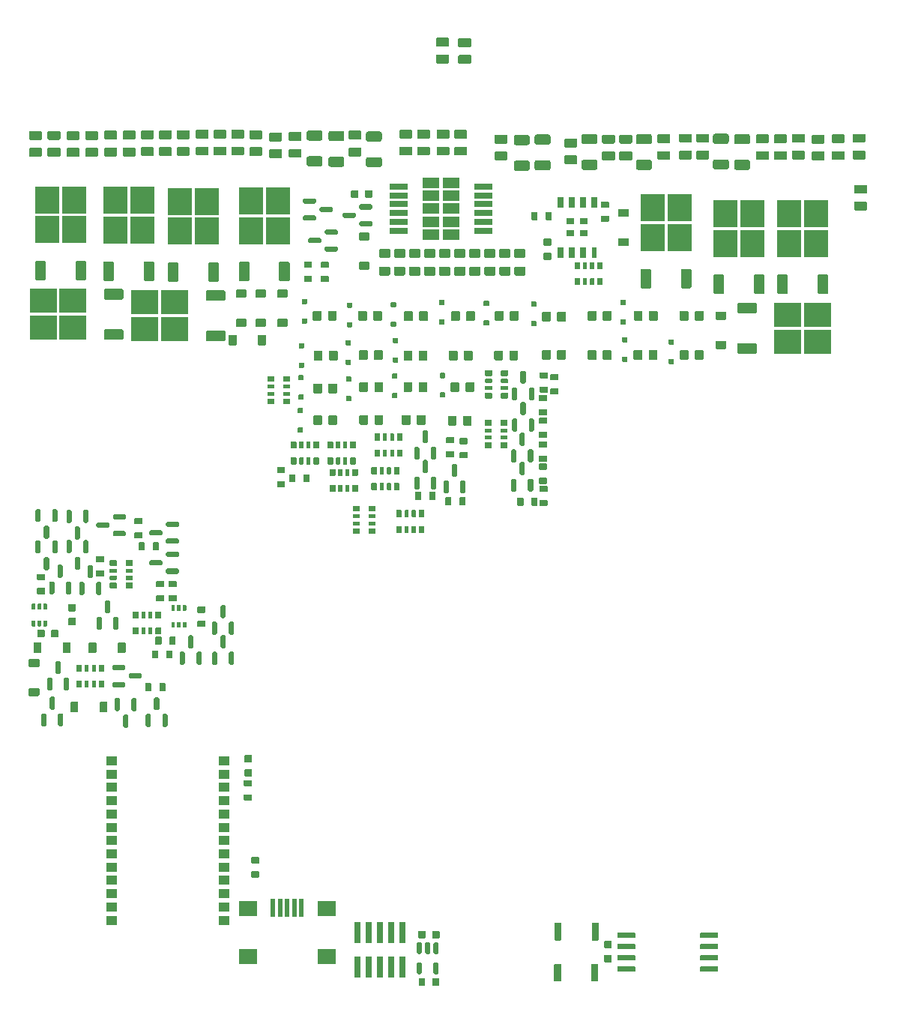
<source format=gtp>
G04 #@! TF.GenerationSoftware,KiCad,Pcbnew,(6.0.1)*
G04 #@! TF.CreationDate,2022-06-13T15:53:15+03:00*
G04 #@! TF.ProjectId,alphax_4ch,616c7068-6178-45f3-9463-682e6b696361,a*
G04 #@! TF.SameCoordinates,PX141f5e0PYa2cace0*
G04 #@! TF.FileFunction,Paste,Top*
G04 #@! TF.FilePolarity,Positive*
%FSLAX46Y46*%
G04 Gerber Fmt 4.6, Leading zero omitted, Abs format (unit mm)*
G04 Created by KiCad (PCBNEW (6.0.1)) date 2022-06-13 15:53:15*
%MOMM*%
%LPD*%
G01*
G04 APERTURE LIST*
%ADD10R,2.750000X3.050000*%
%ADD11R,0.500000X2.000000*%
%ADD12R,2.000000X1.700000*%
%ADD13R,3.050000X2.750000*%
%ADD14R,1.950000X1.160000*%
%ADD15R,2.000000X0.650000*%
%ADD16O,0.000001X0.000001*%
%ADD17R,0.650000X1.310000*%
%ADD18R,0.600000X1.310000*%
%ADD19R,0.900000X0.795000*%
%ADD20R,1.300000X1.000000*%
%ADD21R,0.740000X2.400000*%
G04 APERTURE END LIST*
G04 #@! TO.C,D53*
G36*
G01*
X25110000Y74805000D02*
X24090000Y74805000D01*
G75*
G02*
X24000000Y74895000I0J90000D01*
G01*
X24000000Y75615000D01*
G75*
G02*
X24090000Y75705000I90000J0D01*
G01*
X25110000Y75705000D01*
G75*
G02*
X25200000Y75615000I0J-90000D01*
G01*
X25200000Y74895000D01*
G75*
G02*
X25110000Y74805000I-90000J0D01*
G01*
G37*
G36*
G01*
X25110000Y78105000D02*
X24090000Y78105000D01*
G75*
G02*
X24000000Y78195000I0J90000D01*
G01*
X24000000Y78915000D01*
G75*
G02*
X24090000Y79005000I90000J0D01*
G01*
X25110000Y79005000D01*
G75*
G02*
X25200000Y78915000I0J-90000D01*
G01*
X25200000Y78195000D01*
G75*
G02*
X25110000Y78105000I-90000J0D01*
G01*
G37*
G04 #@! TD*
G04 #@! TO.C,R8*
G36*
G01*
X77375000Y93699999D02*
X76125000Y93699999D01*
G75*
G02*
X76025000Y93799999I0J100000D01*
G01*
X76025000Y94599999D01*
G75*
G02*
X76125000Y94699999I100000J0D01*
G01*
X77375000Y94699999D01*
G75*
G02*
X77475000Y94599999I0J-100000D01*
G01*
X77475000Y93799999D01*
G75*
G02*
X77375000Y93699999I-100000J0D01*
G01*
G37*
G36*
G01*
X77375000Y95600021D02*
X76125000Y95600021D01*
G75*
G02*
X76025000Y95700021I0J100000D01*
G01*
X76025000Y96500021D01*
G75*
G02*
X76125000Y96600021I100000J0D01*
G01*
X77375000Y96600021D01*
G75*
G02*
X77475000Y96500021I0J-100000D01*
G01*
X77475000Y95700021D01*
G75*
G02*
X77375000Y95600021I-100000J0D01*
G01*
G37*
G04 #@! TD*
G04 #@! TO.C,R29*
G36*
G01*
X12610000Y53200010D02*
X13390000Y53200010D01*
G75*
G02*
X13460000Y53130010I0J-70000D01*
G01*
X13460000Y52570010D01*
G75*
G02*
X13390000Y52500010I-70000J0D01*
G01*
X12610000Y52500010D01*
G75*
G02*
X12540000Y52570010I0J70000D01*
G01*
X12540000Y53130010D01*
G75*
G02*
X12610000Y53200010I70000J0D01*
G01*
G37*
G36*
G01*
X12610000Y51600010D02*
X13390000Y51600010D01*
G75*
G02*
X13460000Y51530010I0J-70000D01*
G01*
X13460000Y50970010D01*
G75*
G02*
X13390000Y50900010I-70000J0D01*
G01*
X12610000Y50900010D01*
G75*
G02*
X12540000Y50970010I0J70000D01*
G01*
X12540000Y51530010D01*
G75*
G02*
X12610000Y51600010I70000J0D01*
G01*
G37*
G04 #@! TD*
G04 #@! TO.C,R90*
G36*
G01*
X25810000Y14900000D02*
X26590000Y14900000D01*
G75*
G02*
X26660000Y14830000I0J-70000D01*
G01*
X26660000Y14270000D01*
G75*
G02*
X26590000Y14200000I-70000J0D01*
G01*
X25810000Y14200000D01*
G75*
G02*
X25740000Y14270000I0J70000D01*
G01*
X25740000Y14830000D01*
G75*
G02*
X25810000Y14900000I70000J0D01*
G01*
G37*
G36*
G01*
X25810000Y13300000D02*
X26590000Y13300000D01*
G75*
G02*
X26660000Y13230000I0J-70000D01*
G01*
X26660000Y12670000D01*
G75*
G02*
X26590000Y12600000I-70000J0D01*
G01*
X25810000Y12600000D01*
G75*
G02*
X25740000Y12670000I0J70000D01*
G01*
X25740000Y13230000D01*
G75*
G02*
X25810000Y13300000I70000J0D01*
G01*
G37*
G04 #@! TD*
G04 #@! TO.C,R2*
G36*
G01*
X34600000Y56215000D02*
X34600000Y56885000D01*
G75*
G02*
X34665000Y56950000I65000J0D01*
G01*
X35185000Y56950000D01*
G75*
G02*
X35250000Y56885000I0J-65000D01*
G01*
X35250000Y56215000D01*
G75*
G02*
X35185000Y56150000I-65000J0D01*
G01*
X34665000Y56150000D01*
G75*
G02*
X34600000Y56215000I0J65000D01*
G01*
G37*
G36*
G01*
X35575000Y56195000D02*
X35575000Y56905000D01*
G75*
G02*
X35620000Y56950000I45000J0D01*
G01*
X35980000Y56950000D01*
G75*
G02*
X36025000Y56905000I0J-45000D01*
G01*
X36025000Y56195000D01*
G75*
G02*
X35980000Y56150000I-45000J0D01*
G01*
X35620000Y56150000D01*
G75*
G02*
X35575000Y56195000I0J45000D01*
G01*
G37*
G36*
G01*
X36375000Y56195000D02*
X36375000Y56905000D01*
G75*
G02*
X36420000Y56950000I45000J0D01*
G01*
X36780000Y56950000D01*
G75*
G02*
X36825000Y56905000I0J-45000D01*
G01*
X36825000Y56195000D01*
G75*
G02*
X36780000Y56150000I-45000J0D01*
G01*
X36420000Y56150000D01*
G75*
G02*
X36375000Y56195000I0J45000D01*
G01*
G37*
G36*
G01*
X37150000Y56215000D02*
X37150000Y56885000D01*
G75*
G02*
X37215000Y56950000I65000J0D01*
G01*
X37735000Y56950000D01*
G75*
G02*
X37800000Y56885000I0J-65000D01*
G01*
X37800000Y56215000D01*
G75*
G02*
X37735000Y56150000I-65000J0D01*
G01*
X37215000Y56150000D01*
G75*
G02*
X37150000Y56215000I0J65000D01*
G01*
G37*
G36*
G01*
X37150000Y58015000D02*
X37150000Y58685000D01*
G75*
G02*
X37215000Y58750000I65000J0D01*
G01*
X37735000Y58750000D01*
G75*
G02*
X37800000Y58685000I0J-65000D01*
G01*
X37800000Y58015000D01*
G75*
G02*
X37735000Y57950000I-65000J0D01*
G01*
X37215000Y57950000D01*
G75*
G02*
X37150000Y58015000I0J65000D01*
G01*
G37*
G36*
G01*
X36375000Y57995000D02*
X36375000Y58705000D01*
G75*
G02*
X36420000Y58750000I45000J0D01*
G01*
X36780000Y58750000D01*
G75*
G02*
X36825000Y58705000I0J-45000D01*
G01*
X36825000Y57995000D01*
G75*
G02*
X36780000Y57950000I-45000J0D01*
G01*
X36420000Y57950000D01*
G75*
G02*
X36375000Y57995000I0J45000D01*
G01*
G37*
G36*
G01*
X35575000Y57995000D02*
X35575000Y58705000D01*
G75*
G02*
X35620000Y58750000I45000J0D01*
G01*
X35980000Y58750000D01*
G75*
G02*
X36025000Y58705000I0J-45000D01*
G01*
X36025000Y57995000D01*
G75*
G02*
X35980000Y57950000I-45000J0D01*
G01*
X35620000Y57950000D01*
G75*
G02*
X35575000Y57995000I0J45000D01*
G01*
G37*
G36*
G01*
X34600000Y58015000D02*
X34600000Y58685000D01*
G75*
G02*
X34665000Y58750000I65000J0D01*
G01*
X35185000Y58750000D01*
G75*
G02*
X35250000Y58685000I0J-65000D01*
G01*
X35250000Y58015000D01*
G75*
G02*
X35185000Y57950000I-65000J0D01*
G01*
X34665000Y57950000D01*
G75*
G02*
X34600000Y58015000I0J65000D01*
G01*
G37*
G04 #@! TD*
G04 #@! TO.C,D36*
G36*
G01*
X50649999Y64649998D02*
X50649999Y63749998D01*
G75*
G02*
X50549999Y63649998I-100000J0D01*
G01*
X49749999Y63649998D01*
G75*
G02*
X49649999Y63749998I0J100000D01*
G01*
X49649999Y64649998D01*
G75*
G02*
X49749999Y64749998I100000J0D01*
G01*
X50549999Y64749998D01*
G75*
G02*
X50649999Y64649998I0J-100000D01*
G01*
G37*
G36*
G01*
X48949999Y64649998D02*
X48949999Y63749998D01*
G75*
G02*
X48849999Y63649998I-100000J0D01*
G01*
X48049999Y63649998D01*
G75*
G02*
X47949999Y63749998I0J100000D01*
G01*
X47949999Y64649998D01*
G75*
G02*
X48049999Y64749998I100000J0D01*
G01*
X48849999Y64749998D01*
G75*
G02*
X48949999Y64649998I0J-100000D01*
G01*
G37*
G04 #@! TD*
G04 #@! TO.C,R4*
G36*
G01*
X54685000Y66700000D02*
X54015000Y66700000D01*
G75*
G02*
X53950000Y66765000I0J65000D01*
G01*
X53950000Y67285000D01*
G75*
G02*
X54015000Y67350000I65000J0D01*
G01*
X54685000Y67350000D01*
G75*
G02*
X54750000Y67285000I0J-65000D01*
G01*
X54750000Y66765000D01*
G75*
G02*
X54685000Y66700000I-65000J0D01*
G01*
G37*
G36*
G01*
X54705000Y67675000D02*
X53995000Y67675000D01*
G75*
G02*
X53950000Y67720000I0J45000D01*
G01*
X53950000Y68080000D01*
G75*
G02*
X53995000Y68125000I45000J0D01*
G01*
X54705000Y68125000D01*
G75*
G02*
X54750000Y68080000I0J-45000D01*
G01*
X54750000Y67720000D01*
G75*
G02*
X54705000Y67675000I-45000J0D01*
G01*
G37*
G36*
G01*
X54705000Y68475000D02*
X53995000Y68475000D01*
G75*
G02*
X53950000Y68520000I0J45000D01*
G01*
X53950000Y68880000D01*
G75*
G02*
X53995000Y68925000I45000J0D01*
G01*
X54705000Y68925000D01*
G75*
G02*
X54750000Y68880000I0J-45000D01*
G01*
X54750000Y68520000D01*
G75*
G02*
X54705000Y68475000I-45000J0D01*
G01*
G37*
G36*
G01*
X54685000Y69250000D02*
X54015000Y69250000D01*
G75*
G02*
X53950000Y69315000I0J65000D01*
G01*
X53950000Y69835000D01*
G75*
G02*
X54015000Y69900000I65000J0D01*
G01*
X54685000Y69900000D01*
G75*
G02*
X54750000Y69835000I0J-65000D01*
G01*
X54750000Y69315000D01*
G75*
G02*
X54685000Y69250000I-65000J0D01*
G01*
G37*
G36*
G01*
X52885000Y69250000D02*
X52215000Y69250000D01*
G75*
G02*
X52150000Y69315000I0J65000D01*
G01*
X52150000Y69835000D01*
G75*
G02*
X52215000Y69900000I65000J0D01*
G01*
X52885000Y69900000D01*
G75*
G02*
X52950000Y69835000I0J-65000D01*
G01*
X52950000Y69315000D01*
G75*
G02*
X52885000Y69250000I-65000J0D01*
G01*
G37*
G36*
G01*
X52905000Y68475000D02*
X52195000Y68475000D01*
G75*
G02*
X52150000Y68520000I0J45000D01*
G01*
X52150000Y68880000D01*
G75*
G02*
X52195000Y68925000I45000J0D01*
G01*
X52905000Y68925000D01*
G75*
G02*
X52950000Y68880000I0J-45000D01*
G01*
X52950000Y68520000D01*
G75*
G02*
X52905000Y68475000I-45000J0D01*
G01*
G37*
G36*
G01*
X52905000Y67675000D02*
X52195000Y67675000D01*
G75*
G02*
X52150000Y67720000I0J45000D01*
G01*
X52150000Y68080000D01*
G75*
G02*
X52195000Y68125000I45000J0D01*
G01*
X52905000Y68125000D01*
G75*
G02*
X52950000Y68080000I0J-45000D01*
G01*
X52950000Y67720000D01*
G75*
G02*
X52905000Y67675000I-45000J0D01*
G01*
G37*
G36*
G01*
X52885000Y66700000D02*
X52215000Y66700000D01*
G75*
G02*
X52150000Y66765000I0J65000D01*
G01*
X52150000Y67285000D01*
G75*
G02*
X52215000Y67350000I65000J0D01*
G01*
X52885000Y67350000D01*
G75*
G02*
X52950000Y67285000I0J-65000D01*
G01*
X52950000Y66765000D01*
G75*
G02*
X52885000Y66700000I-65000J0D01*
G01*
G37*
G04 #@! TD*
G04 #@! TO.C,D30*
G36*
G01*
X67450000Y75111499D02*
X67450000Y75591499D01*
G75*
G02*
X67510000Y75651499I60000J0D01*
G01*
X67990000Y75651499D01*
G75*
G02*
X68050000Y75591499I0J-60000D01*
G01*
X68050000Y75111499D01*
G75*
G02*
X67990000Y75051499I-60000J0D01*
G01*
X67510000Y75051499D01*
G75*
G02*
X67450000Y75111499I0J60000D01*
G01*
G37*
G36*
G01*
X67450000Y77311499D02*
X67450000Y77791499D01*
G75*
G02*
X67510000Y77851499I60000J0D01*
G01*
X67990000Y77851499D01*
G75*
G02*
X68050000Y77791499I0J-60000D01*
G01*
X68050000Y77311499D01*
G75*
G02*
X67990000Y77251499I-60000J0D01*
G01*
X67510000Y77251499D01*
G75*
G02*
X67450000Y77311499I0J60000D01*
G01*
G37*
G04 #@! TD*
G04 #@! TO.C,C3*
G36*
G01*
X25060000Y26435001D02*
X25740000Y26435001D01*
G75*
G02*
X25825000Y26350001I0J-85000D01*
G01*
X25825000Y25670001D01*
G75*
G02*
X25740000Y25585001I-85000J0D01*
G01*
X25060000Y25585001D01*
G75*
G02*
X24975000Y25670001I0J85000D01*
G01*
X24975000Y26350001D01*
G75*
G02*
X25060000Y26435001I85000J0D01*
G01*
G37*
G36*
G01*
X25060000Y24854999D02*
X25740000Y24854999D01*
G75*
G02*
X25825000Y24769999I0J-85000D01*
G01*
X25825000Y24089999D01*
G75*
G02*
X25740000Y24004999I-85000J0D01*
G01*
X25060000Y24004999D01*
G75*
G02*
X24975000Y24089999I0J85000D01*
G01*
X24975000Y24769999D01*
G75*
G02*
X25060000Y24854999I85000J0D01*
G01*
G37*
G04 #@! TD*
G04 #@! TO.C,D46*
G36*
G01*
X31650000Y69290000D02*
X31650000Y68810000D01*
G75*
G02*
X31590000Y68750000I-60000J0D01*
G01*
X31110000Y68750000D01*
G75*
G02*
X31050000Y68810000I0J60000D01*
G01*
X31050000Y69290000D01*
G75*
G02*
X31110000Y69350000I60000J0D01*
G01*
X31590000Y69350000D01*
G75*
G02*
X31650000Y69290000I0J-60000D01*
G01*
G37*
G36*
G01*
X31650000Y67090000D02*
X31650000Y66610000D01*
G75*
G02*
X31590000Y66550000I-60000J0D01*
G01*
X31110000Y66550000D01*
G75*
G02*
X31050000Y66610000I0J60000D01*
G01*
X31050000Y67090000D01*
G75*
G02*
X31110000Y67150000I60000J0D01*
G01*
X31590000Y67150000D01*
G75*
G02*
X31650000Y67090000I0J-60000D01*
G01*
G37*
G04 #@! TD*
G04 #@! TO.C,R87*
G36*
G01*
X58310000Y61850000D02*
X59090000Y61850000D01*
G75*
G02*
X59160000Y61780000I0J-70000D01*
G01*
X59160000Y61220000D01*
G75*
G02*
X59090000Y61150000I-70000J0D01*
G01*
X58310000Y61150000D01*
G75*
G02*
X58240000Y61220000I0J70000D01*
G01*
X58240000Y61780000D01*
G75*
G02*
X58310000Y61850000I70000J0D01*
G01*
G37*
G36*
G01*
X58310000Y60250000D02*
X59090000Y60250000D01*
G75*
G02*
X59160000Y60180000I0J-70000D01*
G01*
X59160000Y59620000D01*
G75*
G02*
X59090000Y59550000I-70000J0D01*
G01*
X58310000Y59550000D01*
G75*
G02*
X58240000Y59620000I0J70000D01*
G01*
X58240000Y60180000D01*
G75*
G02*
X58310000Y60250000I70000J0D01*
G01*
G37*
G04 #@! TD*
G04 #@! TO.C,R93*
G36*
G01*
X17200000Y39740000D02*
X17200000Y38960000D01*
G75*
G02*
X17130000Y38890000I-70000J0D01*
G01*
X16570000Y38890000D01*
G75*
G02*
X16500000Y38960000I0J70000D01*
G01*
X16500000Y39740000D01*
G75*
G02*
X16570000Y39810000I70000J0D01*
G01*
X17130000Y39810000D01*
G75*
G02*
X17200000Y39740000I0J-70000D01*
G01*
G37*
G36*
G01*
X15600000Y39740000D02*
X15600000Y38960000D01*
G75*
G02*
X15530000Y38890000I-70000J0D01*
G01*
X14970000Y38890000D01*
G75*
G02*
X14900000Y38960000I0J70000D01*
G01*
X14900000Y39740000D01*
G75*
G02*
X14970000Y39810000I70000J0D01*
G01*
X15530000Y39810000D01*
G75*
G02*
X15600000Y39740000I0J-70000D01*
G01*
G37*
G04 #@! TD*
G04 #@! TO.C,R95*
G36*
G01*
X33660000Y82150000D02*
X34440000Y82150000D01*
G75*
G02*
X34510000Y82080000I0J-70000D01*
G01*
X34510000Y81520000D01*
G75*
G02*
X34440000Y81450000I-70000J0D01*
G01*
X33660000Y81450000D01*
G75*
G02*
X33590000Y81520000I0J70000D01*
G01*
X33590000Y82080000D01*
G75*
G02*
X33660000Y82150000I70000J0D01*
G01*
G37*
G36*
G01*
X33660000Y80550000D02*
X34440000Y80550000D01*
G75*
G02*
X34510000Y80480000I0J-70000D01*
G01*
X34510000Y79920000D01*
G75*
G02*
X34440000Y79850000I-70000J0D01*
G01*
X33660000Y79850000D01*
G75*
G02*
X33590000Y79920000I0J70000D01*
G01*
X33590000Y80480000D01*
G75*
G02*
X33660000Y80550000I70000J0D01*
G01*
G37*
G04 #@! TD*
G04 #@! TO.C,D34*
G36*
G01*
X40649999Y64749998D02*
X40649999Y63849998D01*
G75*
G02*
X40549999Y63749998I-100000J0D01*
G01*
X39749999Y63749998D01*
G75*
G02*
X39649999Y63849998I0J100000D01*
G01*
X39649999Y64749998D01*
G75*
G02*
X39749999Y64849998I100000J0D01*
G01*
X40549999Y64849998D01*
G75*
G02*
X40649999Y64749998I0J-100000D01*
G01*
G37*
G36*
G01*
X38949999Y64749998D02*
X38949999Y63849998D01*
G75*
G02*
X38849999Y63749998I-100000J0D01*
G01*
X38049999Y63749998D01*
G75*
G02*
X37949999Y63849998I0J100000D01*
G01*
X37949999Y64749998D01*
G75*
G02*
X38049999Y64849998I100000J0D01*
G01*
X38849999Y64849998D01*
G75*
G02*
X38949999Y64749998I0J-100000D01*
G01*
G37*
G04 #@! TD*
G04 #@! TO.C,R59*
G36*
G01*
X44575000Y97050001D02*
X45825000Y97050001D01*
G75*
G02*
X45925000Y96950001I0J-100000D01*
G01*
X45925000Y96150001D01*
G75*
G02*
X45825000Y96050001I-100000J0D01*
G01*
X44575000Y96050001D01*
G75*
G02*
X44475000Y96150001I0J100000D01*
G01*
X44475000Y96950001D01*
G75*
G02*
X44575000Y97050001I100000J0D01*
G01*
G37*
G36*
G01*
X44575000Y95149979D02*
X45825000Y95149979D01*
G75*
G02*
X45925000Y95049979I0J-100000D01*
G01*
X45925000Y94249979D01*
G75*
G02*
X45825000Y94149979I-100000J0D01*
G01*
X44575000Y94149979D01*
G75*
G02*
X44475000Y94249979I0J100000D01*
G01*
X44475000Y95049979D01*
G75*
G02*
X44575000Y95149979I100000J0D01*
G01*
G37*
G04 #@! TD*
G04 #@! TO.C,R9*
G36*
G01*
X75425000Y93699999D02*
X74175000Y93699999D01*
G75*
G02*
X74075000Y93799999I0J100000D01*
G01*
X74075000Y94599999D01*
G75*
G02*
X74175000Y94699999I100000J0D01*
G01*
X75425000Y94699999D01*
G75*
G02*
X75525000Y94599999I0J-100000D01*
G01*
X75525000Y93799999D01*
G75*
G02*
X75425000Y93699999I-100000J0D01*
G01*
G37*
G36*
G01*
X75425000Y95600021D02*
X74175000Y95600021D01*
G75*
G02*
X74075000Y95700021I0J100000D01*
G01*
X74075000Y96500021D01*
G75*
G02*
X74175000Y96600021I100000J0D01*
G01*
X75425000Y96600021D01*
G75*
G02*
X75525000Y96500021I0J-100000D01*
G01*
X75525000Y95700021D01*
G75*
G02*
X75425000Y95600021I-100000J0D01*
G01*
G37*
G04 #@! TD*
G04 #@! TO.C,R68*
G36*
G01*
X24825000Y94149999D02*
X23575000Y94149999D01*
G75*
G02*
X23475000Y94249999I0J100000D01*
G01*
X23475000Y95049999D01*
G75*
G02*
X23575000Y95149999I100000J0D01*
G01*
X24825000Y95149999D01*
G75*
G02*
X24925000Y95049999I0J-100000D01*
G01*
X24925000Y94249999D01*
G75*
G02*
X24825000Y94149999I-100000J0D01*
G01*
G37*
G36*
G01*
X24825000Y96050021D02*
X23575000Y96050021D01*
G75*
G02*
X23475000Y96150021I0J100000D01*
G01*
X23475000Y96950021D01*
G75*
G02*
X23575000Y97050021I100000J0D01*
G01*
X24825000Y97050021D01*
G75*
G02*
X24925000Y96950021I0J-100000D01*
G01*
X24925000Y96150021D01*
G75*
G02*
X24825000Y96050021I-100000J0D01*
G01*
G37*
G04 #@! TD*
G04 #@! TO.C,R82*
G36*
G01*
X58410000Y69650000D02*
X59190000Y69650000D01*
G75*
G02*
X59260000Y69580000I0J-70000D01*
G01*
X59260000Y69020000D01*
G75*
G02*
X59190000Y68950000I-70000J0D01*
G01*
X58410000Y68950000D01*
G75*
G02*
X58340000Y69020000I0J70000D01*
G01*
X58340000Y69580000D01*
G75*
G02*
X58410000Y69650000I70000J0D01*
G01*
G37*
G36*
G01*
X58410000Y68050000D02*
X59190000Y68050000D01*
G75*
G02*
X59260000Y67980000I0J-70000D01*
G01*
X59260000Y67420000D01*
G75*
G02*
X59190000Y67350000I-70000J0D01*
G01*
X58410000Y67350000D01*
G75*
G02*
X58340000Y67420000I0J70000D01*
G01*
X58340000Y67980000D01*
G75*
G02*
X58410000Y68050000I70000J0D01*
G01*
G37*
G04 #@! TD*
G04 #@! TO.C,D49*
G36*
G01*
X31575000Y88850000D02*
X31575000Y89150000D01*
G75*
G02*
X31725000Y89300000I150000J0D01*
G01*
X32900000Y89300000D01*
G75*
G02*
X33050000Y89150000I0J-150000D01*
G01*
X33050000Y88850000D01*
G75*
G02*
X32900000Y88700000I-150000J0D01*
G01*
X31725000Y88700000D01*
G75*
G02*
X31575000Y88850000I0J150000D01*
G01*
G37*
G36*
G01*
X33450000Y87900000D02*
X33450000Y88200000D01*
G75*
G02*
X33600000Y88350000I150000J0D01*
G01*
X34775000Y88350000D01*
G75*
G02*
X34925000Y88200000I0J-150000D01*
G01*
X34925000Y87900000D01*
G75*
G02*
X34775000Y87750000I-150000J0D01*
G01*
X33600000Y87750000D01*
G75*
G02*
X33450000Y87900000I0J150000D01*
G01*
G37*
G36*
G01*
X31575000Y86950000D02*
X31575000Y87250000D01*
G75*
G02*
X31725000Y87400000I150000J0D01*
G01*
X32900000Y87400000D01*
G75*
G02*
X33050000Y87250000I0J-150000D01*
G01*
X33050000Y86950000D01*
G75*
G02*
X32900000Y86800000I-150000J0D01*
G01*
X31725000Y86800000D01*
G75*
G02*
X31575000Y86950000I0J150000D01*
G01*
G37*
G04 #@! TD*
G04 #@! TO.C,F4*
G36*
G01*
X63050000Y95655010D02*
X63050000Y96345010D01*
G75*
G02*
X63280000Y96575010I230000J0D01*
G01*
X64620000Y96575010D01*
G75*
G02*
X64850000Y96345010I0J-230000D01*
G01*
X64850000Y95655010D01*
G75*
G02*
X64620000Y95425010I-230000J0D01*
G01*
X63280000Y95425010D01*
G75*
G02*
X63050000Y95655010I0J230000D01*
G01*
G37*
G36*
G01*
X63050000Y92754990D02*
X63050000Y93444990D01*
G75*
G02*
X63280000Y93674990I230000J0D01*
G01*
X64620000Y93674990D01*
G75*
G02*
X64850000Y93444990I0J-230000D01*
G01*
X64850000Y92754990D01*
G75*
G02*
X64620000Y92524990I-230000J0D01*
G01*
X63280000Y92524990D01*
G75*
G02*
X63050000Y92754990I0J230000D01*
G01*
G37*
G04 #@! TD*
G04 #@! TO.C,Q13*
G36*
G01*
X47910000Y55975000D02*
X47610000Y55975000D01*
G75*
G02*
X47460000Y56125000I0J150000D01*
G01*
X47460000Y57300000D01*
G75*
G02*
X47610000Y57450000I150000J0D01*
G01*
X47910000Y57450000D01*
G75*
G02*
X48060000Y57300000I0J-150000D01*
G01*
X48060000Y56125000D01*
G75*
G02*
X47910000Y55975000I-150000J0D01*
G01*
G37*
G36*
G01*
X48860000Y57850000D02*
X48560000Y57850000D01*
G75*
G02*
X48410000Y58000000I0J150000D01*
G01*
X48410000Y59175000D01*
G75*
G02*
X48560000Y59325000I150000J0D01*
G01*
X48860000Y59325000D01*
G75*
G02*
X49010000Y59175000I0J-150000D01*
G01*
X49010000Y58000000D01*
G75*
G02*
X48860000Y57850000I-150000J0D01*
G01*
G37*
G36*
G01*
X49810000Y55975000D02*
X49510000Y55975000D01*
G75*
G02*
X49360000Y56125000I0J150000D01*
G01*
X49360000Y57300000D01*
G75*
G02*
X49510000Y57450000I150000J0D01*
G01*
X49810000Y57450000D01*
G75*
G02*
X49960000Y57300000I0J-150000D01*
G01*
X49960000Y56125000D01*
G75*
G02*
X49810000Y55975000I-150000J0D01*
G01*
G37*
G04 #@! TD*
G04 #@! TO.C,R91*
G36*
G01*
X95205000Y87939999D02*
X93955000Y87939999D01*
G75*
G02*
X93855000Y88039999I0J100000D01*
G01*
X93855000Y88839999D01*
G75*
G02*
X93955000Y88939999I100000J0D01*
G01*
X95205000Y88939999D01*
G75*
G02*
X95305000Y88839999I0J-100000D01*
G01*
X95305000Y88039999D01*
G75*
G02*
X95205000Y87939999I-100000J0D01*
G01*
G37*
G36*
G01*
X95205000Y89840021D02*
X93955000Y89840021D01*
G75*
G02*
X93855000Y89940021I0J100000D01*
G01*
X93855000Y90740021D01*
G75*
G02*
X93955000Y90840021I100000J0D01*
G01*
X95205000Y90840021D01*
G75*
G02*
X95305000Y90740021I0J-100000D01*
G01*
X95305000Y89940021D01*
G75*
G02*
X95205000Y89840021I-100000J0D01*
G01*
G37*
G04 #@! TD*
G04 #@! TO.C,D1*
G36*
G01*
X67650000Y70910000D02*
X67650000Y71390000D01*
G75*
G02*
X67710000Y71450000I60000J0D01*
G01*
X68190000Y71450000D01*
G75*
G02*
X68250000Y71390000I0J-60000D01*
G01*
X68250000Y70910000D01*
G75*
G02*
X68190000Y70850000I-60000J0D01*
G01*
X67710000Y70850000D01*
G75*
G02*
X67650000Y70910000I0J60000D01*
G01*
G37*
G36*
G01*
X67650000Y73110000D02*
X67650000Y73590000D01*
G75*
G02*
X67710000Y73650000I60000J0D01*
G01*
X68190000Y73650000D01*
G75*
G02*
X68250000Y73590000I0J-60000D01*
G01*
X68250000Y73110000D01*
G75*
G02*
X68190000Y73050000I-60000J0D01*
G01*
X67710000Y73050000D01*
G75*
G02*
X67650000Y73110000I0J60000D01*
G01*
G37*
G04 #@! TD*
G04 #@! TO.C,D15*
G36*
G01*
X40499999Y76499998D02*
X40499999Y75599998D01*
G75*
G02*
X40399999Y75499998I-100000J0D01*
G01*
X39599999Y75499998D01*
G75*
G02*
X39499999Y75599998I0J100000D01*
G01*
X39499999Y76499998D01*
G75*
G02*
X39599999Y76599998I100000J0D01*
G01*
X40399999Y76599998D01*
G75*
G02*
X40499999Y76499998I0J-100000D01*
G01*
G37*
G36*
G01*
X38799999Y76499998D02*
X38799999Y75599998D01*
G75*
G02*
X38699999Y75499998I-100000J0D01*
G01*
X37899999Y75499998D01*
G75*
G02*
X37799999Y75599998I0J100000D01*
G01*
X37799999Y76499998D01*
G75*
G02*
X37899999Y76599998I100000J0D01*
G01*
X38699999Y76599998D01*
G75*
G02*
X38799999Y76499998I0J-100000D01*
G01*
G37*
G04 #@! TD*
G04 #@! TO.C,C1*
G36*
G01*
X58860000Y84765001D02*
X59540000Y84765001D01*
G75*
G02*
X59625000Y84680001I0J-85000D01*
G01*
X59625000Y84000001D01*
G75*
G02*
X59540000Y83915001I-85000J0D01*
G01*
X58860000Y83915001D01*
G75*
G02*
X58775000Y84000001I0J85000D01*
G01*
X58775000Y84680001D01*
G75*
G02*
X58860000Y84765001I85000J0D01*
G01*
G37*
G36*
G01*
X58860000Y83184999D02*
X59540000Y83184999D01*
G75*
G02*
X59625000Y83099999I0J-85000D01*
G01*
X59625000Y82419999D01*
G75*
G02*
X59540000Y82334999I-85000J0D01*
G01*
X58860000Y82334999D01*
G75*
G02*
X58775000Y82419999I0J85000D01*
G01*
X58775000Y83099999D01*
G75*
G02*
X58860000Y83184999I85000J0D01*
G01*
G37*
G04 #@! TD*
D10*
G04 #@! TO.C,Q29*
X28725000Y85675000D03*
X25675000Y85675000D03*
X25675000Y89025000D03*
X28725000Y89025000D03*
G36*
G01*
X25400000Y79950000D02*
X24440000Y79950000D01*
G75*
G02*
X24320000Y80070000I0J120000D01*
G01*
X24320000Y82030000D01*
G75*
G02*
X24440000Y82150000I120000J0D01*
G01*
X25400000Y82150000D01*
G75*
G02*
X25520000Y82030000I0J-120000D01*
G01*
X25520000Y80070000D01*
G75*
G02*
X25400000Y79950000I-120000J0D01*
G01*
G37*
G36*
G01*
X29960000Y79950000D02*
X29000000Y79950000D01*
G75*
G02*
X28880000Y80070000I0J120000D01*
G01*
X28880000Y82030000D01*
G75*
G02*
X29000000Y82150000I120000J0D01*
G01*
X29960000Y82150000D01*
G75*
G02*
X30080000Y82030000I0J-120000D01*
G01*
X30080000Y80070000D01*
G75*
G02*
X29960000Y79950000I-120000J0D01*
G01*
G37*
G04 #@! TD*
G04 #@! TO.C,S1*
G36*
G01*
X64950001Y2770000D02*
X64950001Y930000D01*
G75*
G02*
X64870001Y850000I-80000J0D01*
G01*
X64230001Y850000D01*
G75*
G02*
X64150001Y930000I0J80000D01*
G01*
X64150001Y2770000D01*
G75*
G02*
X64230001Y2850000I80000J0D01*
G01*
X64870001Y2850000D01*
G75*
G02*
X64950001Y2770000I0J-80000D01*
G01*
G37*
G36*
G01*
X60750000Y2770000D02*
X60750000Y930000D01*
G75*
G02*
X60670000Y850000I-80000J0D01*
G01*
X60030000Y850000D01*
G75*
G02*
X59950000Y930000I0J80000D01*
G01*
X59950000Y2770000D01*
G75*
G02*
X60030000Y2850000I80000J0D01*
G01*
X60670000Y2850000D01*
G75*
G02*
X60750000Y2770000I0J-80000D01*
G01*
G37*
G04 #@! TD*
G04 #@! TO.C,D6*
G36*
G01*
X41750000Y70810000D02*
X41750000Y71290000D01*
G75*
G02*
X41810000Y71350000I60000J0D01*
G01*
X42290000Y71350000D01*
G75*
G02*
X42350000Y71290000I0J-60000D01*
G01*
X42350000Y70810000D01*
G75*
G02*
X42290000Y70750000I-60000J0D01*
G01*
X41810000Y70750000D01*
G75*
G02*
X41750000Y70810000I0J60000D01*
G01*
G37*
G36*
G01*
X41750000Y73010000D02*
X41750000Y73490000D01*
G75*
G02*
X41810000Y73550000I60000J0D01*
G01*
X42290000Y73550000D01*
G75*
G02*
X42350000Y73490000I0J-60000D01*
G01*
X42350000Y73010000D01*
G75*
G02*
X42290000Y72950000I-60000J0D01*
G01*
X41810000Y72950000D01*
G75*
G02*
X41750000Y73010000I0J60000D01*
G01*
G37*
G04 #@! TD*
G04 #@! TO.C,C4*
G36*
G01*
X47015001Y6490000D02*
X47015001Y5810000D01*
G75*
G02*
X46930001Y5725000I-85000J0D01*
G01*
X46250001Y5725000D01*
G75*
G02*
X46165001Y5810000I0J85000D01*
G01*
X46165001Y6490000D01*
G75*
G02*
X46250001Y6575000I85000J0D01*
G01*
X46930001Y6575000D01*
G75*
G02*
X47015001Y6490000I0J-85000D01*
G01*
G37*
G36*
G01*
X45434999Y6490000D02*
X45434999Y5810000D01*
G75*
G02*
X45349999Y5725000I-85000J0D01*
G01*
X44669999Y5725000D01*
G75*
G02*
X44584999Y5810000I0J85000D01*
G01*
X44584999Y6490000D01*
G75*
G02*
X44669999Y6575000I85000J0D01*
G01*
X45349999Y6575000D01*
G75*
G02*
X45434999Y6490000I0J-85000D01*
G01*
G37*
G04 #@! TD*
G04 #@! TO.C,Q1*
G36*
G01*
X2450000Y29675010D02*
X2150000Y29675010D01*
G75*
G02*
X2000000Y29825010I0J150000D01*
G01*
X2000000Y31000010D01*
G75*
G02*
X2150000Y31150010I150000J0D01*
G01*
X2450000Y31150010D01*
G75*
G02*
X2600000Y31000010I0J-150000D01*
G01*
X2600000Y29825010D01*
G75*
G02*
X2450000Y29675010I-150000J0D01*
G01*
G37*
G36*
G01*
X3400000Y31550010D02*
X3100000Y31550010D01*
G75*
G02*
X2950000Y31700010I0J150000D01*
G01*
X2950000Y32875010D01*
G75*
G02*
X3100000Y33025010I150000J0D01*
G01*
X3400000Y33025010D01*
G75*
G02*
X3550000Y32875010I0J-150000D01*
G01*
X3550000Y31700010D01*
G75*
G02*
X3400000Y31550010I-150000J0D01*
G01*
G37*
G36*
G01*
X4350000Y29675010D02*
X4050000Y29675010D01*
G75*
G02*
X3900000Y29825010I0J150000D01*
G01*
X3900000Y31000010D01*
G75*
G02*
X4050000Y31150010I150000J0D01*
G01*
X4350000Y31150010D01*
G75*
G02*
X4500000Y31000010I0J-150000D01*
G01*
X4500000Y29825010D01*
G75*
G02*
X4350000Y29675010I-150000J0D01*
G01*
G37*
G04 #@! TD*
G04 #@! TO.C,R50*
G36*
G01*
X34350000Y59315000D02*
X34350000Y59985000D01*
G75*
G02*
X34415000Y60050000I65000J0D01*
G01*
X34935000Y60050000D01*
G75*
G02*
X35000000Y59985000I0J-65000D01*
G01*
X35000000Y59315000D01*
G75*
G02*
X34935000Y59250000I-65000J0D01*
G01*
X34415000Y59250000D01*
G75*
G02*
X34350000Y59315000I0J65000D01*
G01*
G37*
G36*
G01*
X35325000Y59295000D02*
X35325000Y60005000D01*
G75*
G02*
X35370000Y60050000I45000J0D01*
G01*
X35730000Y60050000D01*
G75*
G02*
X35775000Y60005000I0J-45000D01*
G01*
X35775000Y59295000D01*
G75*
G02*
X35730000Y59250000I-45000J0D01*
G01*
X35370000Y59250000D01*
G75*
G02*
X35325000Y59295000I0J45000D01*
G01*
G37*
G36*
G01*
X36125000Y59295000D02*
X36125000Y60005000D01*
G75*
G02*
X36170000Y60050000I45000J0D01*
G01*
X36530000Y60050000D01*
G75*
G02*
X36575000Y60005000I0J-45000D01*
G01*
X36575000Y59295000D01*
G75*
G02*
X36530000Y59250000I-45000J0D01*
G01*
X36170000Y59250000D01*
G75*
G02*
X36125000Y59295000I0J45000D01*
G01*
G37*
G36*
G01*
X36900000Y59315000D02*
X36900000Y59985000D01*
G75*
G02*
X36965000Y60050000I65000J0D01*
G01*
X37485000Y60050000D01*
G75*
G02*
X37550000Y59985000I0J-65000D01*
G01*
X37550000Y59315000D01*
G75*
G02*
X37485000Y59250000I-65000J0D01*
G01*
X36965000Y59250000D01*
G75*
G02*
X36900000Y59315000I0J65000D01*
G01*
G37*
G36*
G01*
X36900000Y61115000D02*
X36900000Y61785000D01*
G75*
G02*
X36965000Y61850000I65000J0D01*
G01*
X37485000Y61850000D01*
G75*
G02*
X37550000Y61785000I0J-65000D01*
G01*
X37550000Y61115000D01*
G75*
G02*
X37485000Y61050000I-65000J0D01*
G01*
X36965000Y61050000D01*
G75*
G02*
X36900000Y61115000I0J65000D01*
G01*
G37*
G36*
G01*
X36125000Y61095000D02*
X36125000Y61805000D01*
G75*
G02*
X36170000Y61850000I45000J0D01*
G01*
X36530000Y61850000D01*
G75*
G02*
X36575000Y61805000I0J-45000D01*
G01*
X36575000Y61095000D01*
G75*
G02*
X36530000Y61050000I-45000J0D01*
G01*
X36170000Y61050000D01*
G75*
G02*
X36125000Y61095000I0J45000D01*
G01*
G37*
G36*
G01*
X35325000Y61095000D02*
X35325000Y61805000D01*
G75*
G02*
X35370000Y61850000I45000J0D01*
G01*
X35730000Y61850000D01*
G75*
G02*
X35775000Y61805000I0J-45000D01*
G01*
X35775000Y61095000D01*
G75*
G02*
X35730000Y61050000I-45000J0D01*
G01*
X35370000Y61050000D01*
G75*
G02*
X35325000Y61095000I0J45000D01*
G01*
G37*
G36*
G01*
X34350000Y61115000D02*
X34350000Y61785000D01*
G75*
G02*
X34415000Y61850000I65000J0D01*
G01*
X34935000Y61850000D01*
G75*
G02*
X35000000Y61785000I0J-65000D01*
G01*
X35000000Y61115000D01*
G75*
G02*
X34935000Y61050000I-65000J0D01*
G01*
X34415000Y61050000D01*
G75*
G02*
X34350000Y61115000I0J65000D01*
G01*
G37*
G04 #@! TD*
G04 #@! TO.C,U5*
G36*
G01*
X18040000Y43375000D02*
X18360000Y43375000D01*
G75*
G02*
X18400000Y43335000I0J-40000D01*
G01*
X18400000Y42765000D01*
G75*
G02*
X18360000Y42725000I-40000J0D01*
G01*
X18040000Y42725000D01*
G75*
G02*
X18000000Y42765000I0J40000D01*
G01*
X18000000Y43335000D01*
G75*
G02*
X18040000Y43375000I40000J0D01*
G01*
G37*
G36*
G01*
X17390000Y43375000D02*
X17710000Y43375000D01*
G75*
G02*
X17750000Y43335000I0J-40000D01*
G01*
X17750000Y42765000D01*
G75*
G02*
X17710000Y42725000I-40000J0D01*
G01*
X17390000Y42725000D01*
G75*
G02*
X17350000Y42765000I0J40000D01*
G01*
X17350000Y43335000D01*
G75*
G02*
X17390000Y43375000I40000J0D01*
G01*
G37*
G36*
G01*
X16740000Y43375000D02*
X17060000Y43375000D01*
G75*
G02*
X17100000Y43335000I0J-40000D01*
G01*
X17100000Y42765000D01*
G75*
G02*
X17060000Y42725000I-40000J0D01*
G01*
X16740000Y42725000D01*
G75*
G02*
X16700000Y42765000I0J40000D01*
G01*
X16700000Y43335000D01*
G75*
G02*
X16740000Y43375000I40000J0D01*
G01*
G37*
G36*
G01*
X16740000Y41475000D02*
X17060000Y41475000D01*
G75*
G02*
X17100000Y41435000I0J-40000D01*
G01*
X17100000Y40865000D01*
G75*
G02*
X17060000Y40825000I-40000J0D01*
G01*
X16740000Y40825000D01*
G75*
G02*
X16700000Y40865000I0J40000D01*
G01*
X16700000Y41435000D01*
G75*
G02*
X16740000Y41475000I40000J0D01*
G01*
G37*
G36*
G01*
X17390000Y41475000D02*
X17710000Y41475000D01*
G75*
G02*
X17750000Y41435000I0J-40000D01*
G01*
X17750000Y40865000D01*
G75*
G02*
X17710000Y40825000I-40000J0D01*
G01*
X17390000Y40825000D01*
G75*
G02*
X17350000Y40865000I0J40000D01*
G01*
X17350000Y41435000D01*
G75*
G02*
X17390000Y41475000I40000J0D01*
G01*
G37*
G36*
G01*
X18040000Y41475000D02*
X18360000Y41475000D01*
G75*
G02*
X18400000Y41435000I0J-40000D01*
G01*
X18400000Y40865000D01*
G75*
G02*
X18360000Y40825000I-40000J0D01*
G01*
X18040000Y40825000D01*
G75*
G02*
X18000000Y40865000I0J40000D01*
G01*
X18000000Y41435000D01*
G75*
G02*
X18040000Y41475000I40000J0D01*
G01*
G37*
G04 #@! TD*
G04 #@! TO.C,D28*
G36*
G01*
X5350000Y39060010D02*
X5350000Y38040010D01*
G75*
G02*
X5260000Y37950010I-90000J0D01*
G01*
X4540000Y37950010D01*
G75*
G02*
X4450000Y38040010I0J90000D01*
G01*
X4450000Y39060010D01*
G75*
G02*
X4540000Y39150010I90000J0D01*
G01*
X5260000Y39150010D01*
G75*
G02*
X5350000Y39060010I0J-90000D01*
G01*
G37*
G36*
G01*
X2050000Y39060010D02*
X2050000Y38040010D01*
G75*
G02*
X1960000Y37950010I-90000J0D01*
G01*
X1240000Y37950010D01*
G75*
G02*
X1150000Y38040010I0J90000D01*
G01*
X1150000Y39060010D01*
G75*
G02*
X1240000Y39150010I90000J0D01*
G01*
X1960000Y39150010D01*
G75*
G02*
X2050000Y39060010I0J-90000D01*
G01*
G37*
G04 #@! TD*
G04 #@! TO.C,D12*
G36*
G01*
X61300000Y76400000D02*
X61300000Y75500000D01*
G75*
G02*
X61200000Y75400000I-100000J0D01*
G01*
X60400000Y75400000D01*
G75*
G02*
X60300000Y75500000I0J100000D01*
G01*
X60300000Y76400000D01*
G75*
G02*
X60400000Y76500000I100000J0D01*
G01*
X61200000Y76500000D01*
G75*
G02*
X61300000Y76400000I0J-100000D01*
G01*
G37*
G36*
G01*
X59600000Y76400000D02*
X59600000Y75500000D01*
G75*
G02*
X59500000Y75400000I-100000J0D01*
G01*
X58700000Y75400000D01*
G75*
G02*
X58600000Y75500000I0J100000D01*
G01*
X58600000Y76400000D01*
G75*
G02*
X58700000Y76500000I100000J0D01*
G01*
X59500000Y76500000D01*
G75*
G02*
X59600000Y76400000I0J-100000D01*
G01*
G37*
G04 #@! TD*
G04 #@! TO.C,R38*
G36*
G01*
X25760000Y21310000D02*
X24980000Y21310000D01*
G75*
G02*
X24910000Y21380000I0J70000D01*
G01*
X24910000Y21940000D01*
G75*
G02*
X24980000Y22010000I70000J0D01*
G01*
X25760000Y22010000D01*
G75*
G02*
X25830000Y21940000I0J-70000D01*
G01*
X25830000Y21380000D01*
G75*
G02*
X25760000Y21310000I-70000J0D01*
G01*
G37*
G36*
G01*
X25760000Y22910000D02*
X24980000Y22910000D01*
G75*
G02*
X24910000Y22980000I0J70000D01*
G01*
X24910000Y23540000D01*
G75*
G02*
X24980000Y23610000I70000J0D01*
G01*
X25760000Y23610000D01*
G75*
G02*
X25830000Y23540000I0J-70000D01*
G01*
X25830000Y22980000D01*
G75*
G02*
X25760000Y22910000I-70000J0D01*
G01*
G37*
G04 #@! TD*
G04 #@! TO.C,D22*
G36*
G01*
X31587498Y65591499D02*
X31587498Y65111499D01*
G75*
G02*
X31527498Y65051499I-60000J0D01*
G01*
X31047498Y65051499D01*
G75*
G02*
X30987498Y65111499I0J60000D01*
G01*
X30987498Y65591499D01*
G75*
G02*
X31047498Y65651499I60000J0D01*
G01*
X31527498Y65651499D01*
G75*
G02*
X31587498Y65591499I0J-60000D01*
G01*
G37*
G36*
G01*
X31587498Y63391499D02*
X31587498Y62911499D01*
G75*
G02*
X31527498Y62851499I-60000J0D01*
G01*
X31047498Y62851499D01*
G75*
G02*
X30987498Y62911499I0J60000D01*
G01*
X30987498Y63391499D01*
G75*
G02*
X31047498Y63451499I60000J0D01*
G01*
X31527498Y63451499D01*
G75*
G02*
X31587498Y63391499I0J-60000D01*
G01*
G37*
G04 #@! TD*
G04 #@! TO.C,R32*
G36*
G01*
X48590000Y60050000D02*
X47810000Y60050000D01*
G75*
G02*
X47740000Y60120000I0J70000D01*
G01*
X47740000Y60680000D01*
G75*
G02*
X47810000Y60750000I70000J0D01*
G01*
X48590000Y60750000D01*
G75*
G02*
X48660000Y60680000I0J-70000D01*
G01*
X48660000Y60120000D01*
G75*
G02*
X48590000Y60050000I-70000J0D01*
G01*
G37*
G36*
G01*
X48590000Y61650000D02*
X47810000Y61650000D01*
G75*
G02*
X47740000Y61720000I0J70000D01*
G01*
X47740000Y62280000D01*
G75*
G02*
X47810000Y62350000I70000J0D01*
G01*
X48590000Y62350000D01*
G75*
G02*
X48660000Y62280000I0J-70000D01*
G01*
X48660000Y61720000D01*
G75*
G02*
X48590000Y61650000I-70000J0D01*
G01*
G37*
G04 #@! TD*
G04 #@! TO.C,D11*
G36*
G01*
X71649999Y76499998D02*
X71649999Y75599998D01*
G75*
G02*
X71549999Y75499998I-100000J0D01*
G01*
X70749999Y75499998D01*
G75*
G02*
X70649999Y75599998I0J100000D01*
G01*
X70649999Y76499998D01*
G75*
G02*
X70749999Y76599998I100000J0D01*
G01*
X71549999Y76599998D01*
G75*
G02*
X71649999Y76499998I0J-100000D01*
G01*
G37*
G36*
G01*
X69949999Y76499998D02*
X69949999Y75599998D01*
G75*
G02*
X69849999Y75499998I-100000J0D01*
G01*
X69049999Y75499998D01*
G75*
G02*
X68949999Y75599998I0J100000D01*
G01*
X68949999Y76499998D01*
G75*
G02*
X69049999Y76599998I100000J0D01*
G01*
X69849999Y76599998D01*
G75*
G02*
X69949999Y76499998I0J-100000D01*
G01*
G37*
G04 #@! TD*
G04 #@! TO.C,D42*
G36*
G01*
X52000000Y75010000D02*
X52000000Y75490000D01*
G75*
G02*
X52060000Y75550000I60000J0D01*
G01*
X52540000Y75550000D01*
G75*
G02*
X52600000Y75490000I0J-60000D01*
G01*
X52600000Y75010000D01*
G75*
G02*
X52540000Y74950000I-60000J0D01*
G01*
X52060000Y74950000D01*
G75*
G02*
X52000000Y75010000I0J60000D01*
G01*
G37*
G36*
G01*
X52000000Y77210000D02*
X52000000Y77690000D01*
G75*
G02*
X52060000Y77750000I60000J0D01*
G01*
X52540000Y77750000D01*
G75*
G02*
X52600000Y77690000I0J-60000D01*
G01*
X52600000Y77210000D01*
G75*
G02*
X52540000Y77150000I-60000J0D01*
G01*
X52060000Y77150000D01*
G75*
G02*
X52000000Y77210000I0J60000D01*
G01*
G37*
G04 #@! TD*
G04 #@! TO.C,C7*
G36*
G01*
X50475000Y83600000D02*
X51525000Y83600000D01*
G75*
G02*
X51625000Y83500000I0J-100000D01*
G01*
X51625000Y82700000D01*
G75*
G02*
X51525000Y82600000I-100000J0D01*
G01*
X50475000Y82600000D01*
G75*
G02*
X50375000Y82700000I0J100000D01*
G01*
X50375000Y83500000D01*
G75*
G02*
X50475000Y83600000I100000J0D01*
G01*
G37*
G36*
G01*
X50475000Y81600000D02*
X51525000Y81600000D01*
G75*
G02*
X51625000Y81500000I0J-100000D01*
G01*
X51625000Y80700000D01*
G75*
G02*
X51525000Y80600000I-100000J0D01*
G01*
X50475000Y80600000D01*
G75*
G02*
X50375000Y80700000I0J100000D01*
G01*
X50375000Y81500000D01*
G75*
G02*
X50475000Y81600000I100000J0D01*
G01*
G37*
G04 #@! TD*
G04 #@! TO.C,R11*
G36*
G01*
X47975000Y104549999D02*
X46725000Y104549999D01*
G75*
G02*
X46625000Y104649999I0J100000D01*
G01*
X46625000Y105449999D01*
G75*
G02*
X46725000Y105549999I100000J0D01*
G01*
X47975000Y105549999D01*
G75*
G02*
X48075000Y105449999I0J-100000D01*
G01*
X48075000Y104649999D01*
G75*
G02*
X47975000Y104549999I-100000J0D01*
G01*
G37*
G36*
G01*
X47975000Y106450021D02*
X46725000Y106450021D01*
G75*
G02*
X46625000Y106550021I0J100000D01*
G01*
X46625000Y107350021D01*
G75*
G02*
X46725000Y107450021I100000J0D01*
G01*
X47975000Y107450021D01*
G75*
G02*
X48075000Y107350021I0J-100000D01*
G01*
X48075000Y106550021D01*
G75*
G02*
X47975000Y106450021I-100000J0D01*
G01*
G37*
G04 #@! TD*
G04 #@! TO.C,R6*
G36*
G01*
X92675000Y93649999D02*
X91425000Y93649999D01*
G75*
G02*
X91325000Y93749999I0J100000D01*
G01*
X91325000Y94549999D01*
G75*
G02*
X91425000Y94649999I100000J0D01*
G01*
X92675000Y94649999D01*
G75*
G02*
X92775000Y94549999I0J-100000D01*
G01*
X92775000Y93749999D01*
G75*
G02*
X92675000Y93649999I-100000J0D01*
G01*
G37*
G36*
G01*
X92675000Y95550021D02*
X91425000Y95550021D01*
G75*
G02*
X91325000Y95650021I0J100000D01*
G01*
X91325000Y96450021D01*
G75*
G02*
X91425000Y96550021I100000J0D01*
G01*
X92675000Y96550021D01*
G75*
G02*
X92775000Y96450021I0J-100000D01*
G01*
X92775000Y95650021D01*
G75*
G02*
X92675000Y95550021I-100000J0D01*
G01*
G37*
G04 #@! TD*
G04 #@! TO.C,Q35*
G36*
G01*
X55650000Y62975000D02*
X55350000Y62975000D01*
G75*
G02*
X55200000Y63125000I0J150000D01*
G01*
X55200000Y64300000D01*
G75*
G02*
X55350000Y64450000I150000J0D01*
G01*
X55650000Y64450000D01*
G75*
G02*
X55800000Y64300000I0J-150000D01*
G01*
X55800000Y63125000D01*
G75*
G02*
X55650000Y62975000I-150000J0D01*
G01*
G37*
G36*
G01*
X56600000Y64850000D02*
X56300000Y64850000D01*
G75*
G02*
X56150000Y65000000I0J150000D01*
G01*
X56150000Y66175000D01*
G75*
G02*
X56300000Y66325000I150000J0D01*
G01*
X56600000Y66325000D01*
G75*
G02*
X56750000Y66175000I0J-150000D01*
G01*
X56750000Y65000000D01*
G75*
G02*
X56600000Y64850000I-150000J0D01*
G01*
G37*
G36*
G01*
X57550000Y62975000D02*
X57250000Y62975000D01*
G75*
G02*
X57100000Y63125000I0J150000D01*
G01*
X57100000Y64300000D01*
G75*
G02*
X57250000Y64450000I150000J0D01*
G01*
X57550000Y64450000D01*
G75*
G02*
X57700000Y64300000I0J-150000D01*
G01*
X57700000Y63125000D01*
G75*
G02*
X57550000Y62975000I-150000J0D01*
G01*
G37*
G04 #@! TD*
G04 #@! TO.C,R60*
G36*
G01*
X43825000Y94149999D02*
X42575000Y94149999D01*
G75*
G02*
X42475000Y94249999I0J100000D01*
G01*
X42475000Y95049999D01*
G75*
G02*
X42575000Y95149999I100000J0D01*
G01*
X43825000Y95149999D01*
G75*
G02*
X43925000Y95049999I0J-100000D01*
G01*
X43925000Y94249999D01*
G75*
G02*
X43825000Y94149999I-100000J0D01*
G01*
G37*
G36*
G01*
X43825000Y96050021D02*
X42575000Y96050021D01*
G75*
G02*
X42475000Y96150021I0J100000D01*
G01*
X42475000Y96950021D01*
G75*
G02*
X42575000Y97050021I100000J0D01*
G01*
X43825000Y97050021D01*
G75*
G02*
X43925000Y96950021I0J-100000D01*
G01*
X43925000Y96150021D01*
G75*
G02*
X43825000Y96050021I-100000J0D01*
G01*
G37*
G04 #@! TD*
D11*
G04 #@! TO.C,J1*
X28200000Y9200000D03*
X29000000Y9200000D03*
X29800000Y9200000D03*
X30600000Y9200000D03*
X31400000Y9200000D03*
D12*
X25350000Y9100000D03*
X34250000Y9100000D03*
X25350000Y3650000D03*
X34250000Y3650000D03*
G04 #@! TD*
G04 #@! TO.C,R88*
G36*
G01*
X59090000Y62250000D02*
X58310000Y62250000D01*
G75*
G02*
X58240000Y62320000I0J70000D01*
G01*
X58240000Y62880000D01*
G75*
G02*
X58310000Y62950000I70000J0D01*
G01*
X59090000Y62950000D01*
G75*
G02*
X59160000Y62880000I0J-70000D01*
G01*
X59160000Y62320000D01*
G75*
G02*
X59090000Y62250000I-70000J0D01*
G01*
G37*
G36*
G01*
X59090000Y63850000D02*
X58310000Y63850000D01*
G75*
G02*
X58240000Y63920000I0J70000D01*
G01*
X58240000Y64480000D01*
G75*
G02*
X58310000Y64550000I70000J0D01*
G01*
X59090000Y64550000D01*
G75*
G02*
X59160000Y64480000I0J-70000D01*
G01*
X59160000Y63920000D01*
G75*
G02*
X59090000Y63850000I-70000J0D01*
G01*
G37*
G04 #@! TD*
D13*
G04 #@! TO.C,Q8*
X89725000Y73125000D03*
X86375000Y73125000D03*
X86375000Y76175000D03*
X89725000Y76175000D03*
G36*
G01*
X80650000Y76450000D02*
X80650000Y77410000D01*
G75*
G02*
X80770000Y77530000I120000J0D01*
G01*
X82730000Y77530000D01*
G75*
G02*
X82850000Y77410000I0J-120000D01*
G01*
X82850000Y76450000D01*
G75*
G02*
X82730000Y76330000I-120000J0D01*
G01*
X80770000Y76330000D01*
G75*
G02*
X80650000Y76450000I0J120000D01*
G01*
G37*
G36*
G01*
X80650000Y71890000D02*
X80650000Y72850000D01*
G75*
G02*
X80770000Y72970000I120000J0D01*
G01*
X82730000Y72970000D01*
G75*
G02*
X82850000Y72850000I0J-120000D01*
G01*
X82850000Y71890000D01*
G75*
G02*
X82730000Y71770000I-120000J0D01*
G01*
X80770000Y71770000D01*
G75*
G02*
X80650000Y71890000I0J120000D01*
G01*
G37*
G04 #@! TD*
G04 #@! TO.C,Q4*
G36*
G01*
X3400000Y50675010D02*
X3700000Y50675010D01*
G75*
G02*
X3850000Y50525010I0J-150000D01*
G01*
X3850000Y49350010D01*
G75*
G02*
X3700000Y49200010I-150000J0D01*
G01*
X3400000Y49200010D01*
G75*
G02*
X3250000Y49350010I0J150000D01*
G01*
X3250000Y50525010D01*
G75*
G02*
X3400000Y50675010I150000J0D01*
G01*
G37*
G36*
G01*
X2450000Y48800010D02*
X2750000Y48800010D01*
G75*
G02*
X2900000Y48650010I0J-150000D01*
G01*
X2900000Y47475010D01*
G75*
G02*
X2750000Y47325010I-150000J0D01*
G01*
X2450000Y47325010D01*
G75*
G02*
X2300000Y47475010I0J150000D01*
G01*
X2300000Y48650010D01*
G75*
G02*
X2450000Y48800010I150000J0D01*
G01*
G37*
G36*
G01*
X1500000Y50675010D02*
X1800000Y50675010D01*
G75*
G02*
X1950000Y50525010I0J-150000D01*
G01*
X1950000Y49350010D01*
G75*
G02*
X1800000Y49200010I-150000J0D01*
G01*
X1500000Y49200010D01*
G75*
G02*
X1350000Y49350010I0J150000D01*
G01*
X1350000Y50525010D01*
G75*
G02*
X1500000Y50675010I150000J0D01*
G01*
G37*
G04 #@! TD*
G04 #@! TO.C,Q3*
G36*
G01*
X3100000Y33725000D02*
X2800000Y33725000D01*
G75*
G02*
X2650000Y33875000I0J150000D01*
G01*
X2650000Y35050000D01*
G75*
G02*
X2800000Y35200000I150000J0D01*
G01*
X3100000Y35200000D01*
G75*
G02*
X3250000Y35050000I0J-150000D01*
G01*
X3250000Y33875000D01*
G75*
G02*
X3100000Y33725000I-150000J0D01*
G01*
G37*
G36*
G01*
X4050000Y35600000D02*
X3750000Y35600000D01*
G75*
G02*
X3600000Y35750000I0J150000D01*
G01*
X3600000Y36925000D01*
G75*
G02*
X3750000Y37075000I150000J0D01*
G01*
X4050000Y37075000D01*
G75*
G02*
X4200000Y36925000I0J-150000D01*
G01*
X4200000Y35750000D01*
G75*
G02*
X4050000Y35600000I-150000J0D01*
G01*
G37*
G36*
G01*
X5000000Y33725000D02*
X4700000Y33725000D01*
G75*
G02*
X4550000Y33875000I0J150000D01*
G01*
X4550000Y35050000D01*
G75*
G02*
X4700000Y35200000I150000J0D01*
G01*
X5000000Y35200000D01*
G75*
G02*
X5150000Y35050000I0J-150000D01*
G01*
X5150000Y33875000D01*
G75*
G02*
X5000000Y33725000I-150000J0D01*
G01*
G37*
G04 #@! TD*
D14*
G04 #@! TO.C,U6*
X48325000Y86690000D03*
X48325000Y91070000D03*
X48325000Y85230000D03*
X46075000Y91070000D03*
X46075000Y89610000D03*
X46075000Y88150000D03*
X46075000Y85230000D03*
X48325000Y88150000D03*
X48325000Y89610000D03*
X46075000Y86690000D03*
D15*
X42400000Y90650000D03*
X42400000Y89650000D03*
X42400000Y88650000D03*
X42400000Y87650000D03*
X42400000Y86650000D03*
X42400000Y85650000D03*
X52000000Y85650000D03*
X52000000Y86650000D03*
X52000000Y87650000D03*
X52000000Y88650000D03*
X52000000Y89650000D03*
X52000000Y90650000D03*
G04 #@! TD*
G04 #@! TO.C,Q31*
G36*
G01*
X21750000Y36625000D02*
X21450000Y36625000D01*
G75*
G02*
X21300000Y36775000I0J150000D01*
G01*
X21300000Y37950000D01*
G75*
G02*
X21450000Y38100000I150000J0D01*
G01*
X21750000Y38100000D01*
G75*
G02*
X21900000Y37950000I0J-150000D01*
G01*
X21900000Y36775000D01*
G75*
G02*
X21750000Y36625000I-150000J0D01*
G01*
G37*
G36*
G01*
X22700000Y38500000D02*
X22400000Y38500000D01*
G75*
G02*
X22250000Y38650000I0J150000D01*
G01*
X22250000Y39825000D01*
G75*
G02*
X22400000Y39975000I150000J0D01*
G01*
X22700000Y39975000D01*
G75*
G02*
X22850000Y39825000I0J-150000D01*
G01*
X22850000Y38650000D01*
G75*
G02*
X22700000Y38500000I-150000J0D01*
G01*
G37*
G36*
G01*
X23650000Y36625000D02*
X23350000Y36625000D01*
G75*
G02*
X23200000Y36775000I0J150000D01*
G01*
X23200000Y37950000D01*
G75*
G02*
X23350000Y38100000I150000J0D01*
G01*
X23650000Y38100000D01*
G75*
G02*
X23800000Y37950000I0J-150000D01*
G01*
X23800000Y36775000D01*
G75*
G02*
X23650000Y36625000I-150000J0D01*
G01*
G37*
G04 #@! TD*
G04 #@! TO.C,C16*
G36*
G01*
X56625000Y80600000D02*
X55575000Y80600000D01*
G75*
G02*
X55475000Y80700000I0J100000D01*
G01*
X55475000Y81500000D01*
G75*
G02*
X55575000Y81600000I100000J0D01*
G01*
X56625000Y81600000D01*
G75*
G02*
X56725000Y81500000I0J-100000D01*
G01*
X56725000Y80700000D01*
G75*
G02*
X56625000Y80600000I-100000J0D01*
G01*
G37*
G36*
G01*
X56625000Y82600000D02*
X55575000Y82600000D01*
G75*
G02*
X55475000Y82700000I0J100000D01*
G01*
X55475000Y83500000D01*
G75*
G02*
X55575000Y83600000I100000J0D01*
G01*
X56625000Y83600000D01*
G75*
G02*
X56725000Y83500000I0J-100000D01*
G01*
X56725000Y82700000D01*
G75*
G02*
X56625000Y82600000I-100000J0D01*
G01*
G37*
G04 #@! TD*
G04 #@! TO.C,R30*
G36*
G01*
X44250000Y55310000D02*
X44250000Y56090000D01*
G75*
G02*
X44320000Y56160000I70000J0D01*
G01*
X44880000Y56160000D01*
G75*
G02*
X44950000Y56090000I0J-70000D01*
G01*
X44950000Y55310000D01*
G75*
G02*
X44880000Y55240000I-70000J0D01*
G01*
X44320000Y55240000D01*
G75*
G02*
X44250000Y55310000I0J70000D01*
G01*
G37*
G36*
G01*
X45850000Y55310000D02*
X45850000Y56090000D01*
G75*
G02*
X45920000Y56160000I70000J0D01*
G01*
X46480000Y56160000D01*
G75*
G02*
X46550000Y56090000I0J-70000D01*
G01*
X46550000Y55310000D01*
G75*
G02*
X46480000Y55240000I-70000J0D01*
G01*
X45920000Y55240000D01*
G75*
G02*
X45850000Y55310000I0J70000D01*
G01*
G37*
G04 #@! TD*
G04 #@! TO.C,R41*
G36*
G01*
X15060000Y46100000D02*
X15840000Y46100000D01*
G75*
G02*
X15910000Y46030000I0J-70000D01*
G01*
X15910000Y45470000D01*
G75*
G02*
X15840000Y45400000I-70000J0D01*
G01*
X15060000Y45400000D01*
G75*
G02*
X14990000Y45470000I0J70000D01*
G01*
X14990000Y46030000D01*
G75*
G02*
X15060000Y46100000I70000J0D01*
G01*
G37*
G36*
G01*
X15060000Y44500000D02*
X15840000Y44500000D01*
G75*
G02*
X15910000Y44430000I0J-70000D01*
G01*
X15910000Y43870000D01*
G75*
G02*
X15840000Y43800000I-70000J0D01*
G01*
X15060000Y43800000D01*
G75*
G02*
X14990000Y43870000I0J70000D01*
G01*
X14990000Y44430000D01*
G75*
G02*
X15060000Y44500000I70000J0D01*
G01*
G37*
G04 #@! TD*
G04 #@! TO.C,U2*
G36*
G01*
X2290000Y43525010D02*
X2610000Y43525010D01*
G75*
G02*
X2650000Y43485010I0J-40000D01*
G01*
X2650000Y42915010D01*
G75*
G02*
X2610000Y42875010I-40000J0D01*
G01*
X2290000Y42875010D01*
G75*
G02*
X2250000Y42915010I0J40000D01*
G01*
X2250000Y43485010D01*
G75*
G02*
X2290000Y43525010I40000J0D01*
G01*
G37*
G36*
G01*
X1640000Y43525010D02*
X1960000Y43525010D01*
G75*
G02*
X2000000Y43485010I0J-40000D01*
G01*
X2000000Y42915010D01*
G75*
G02*
X1960000Y42875010I-40000J0D01*
G01*
X1640000Y42875010D01*
G75*
G02*
X1600000Y42915010I0J40000D01*
G01*
X1600000Y43485010D01*
G75*
G02*
X1640000Y43525010I40000J0D01*
G01*
G37*
G36*
G01*
X990000Y43525010D02*
X1310000Y43525010D01*
G75*
G02*
X1350000Y43485010I0J-40000D01*
G01*
X1350000Y42915010D01*
G75*
G02*
X1310000Y42875010I-40000J0D01*
G01*
X990000Y42875010D01*
G75*
G02*
X950000Y42915010I0J40000D01*
G01*
X950000Y43485010D01*
G75*
G02*
X990000Y43525010I40000J0D01*
G01*
G37*
G36*
G01*
X990000Y41625010D02*
X1310000Y41625010D01*
G75*
G02*
X1350000Y41585010I0J-40000D01*
G01*
X1350000Y41015010D01*
G75*
G02*
X1310000Y40975010I-40000J0D01*
G01*
X990000Y40975010D01*
G75*
G02*
X950000Y41015010I0J40000D01*
G01*
X950000Y41585010D01*
G75*
G02*
X990000Y41625010I40000J0D01*
G01*
G37*
G36*
G01*
X1640000Y41625010D02*
X1960000Y41625010D01*
G75*
G02*
X2000000Y41585010I0J-40000D01*
G01*
X2000000Y41015010D01*
G75*
G02*
X1960000Y40975010I-40000J0D01*
G01*
X1640000Y40975010D01*
G75*
G02*
X1600000Y41015010I0J40000D01*
G01*
X1600000Y41585010D01*
G75*
G02*
X1640000Y41625010I40000J0D01*
G01*
G37*
G36*
G01*
X2290000Y41625010D02*
X2610000Y41625010D01*
G75*
G02*
X2650000Y41585010I0J-40000D01*
G01*
X2650000Y41015010D01*
G75*
G02*
X2610000Y40975010I-40000J0D01*
G01*
X2290000Y40975010D01*
G75*
G02*
X2250000Y41015010I0J40000D01*
G01*
X2250000Y41585010D01*
G75*
G02*
X2290000Y41625010I40000J0D01*
G01*
G37*
G04 #@! TD*
G04 #@! TO.C,R94*
G36*
G01*
X31760000Y82150000D02*
X32540000Y82150000D01*
G75*
G02*
X32610000Y82080000I0J-70000D01*
G01*
X32610000Y81520000D01*
G75*
G02*
X32540000Y81450000I-70000J0D01*
G01*
X31760000Y81450000D01*
G75*
G02*
X31690000Y81520000I0J70000D01*
G01*
X31690000Y82080000D01*
G75*
G02*
X31760000Y82150000I70000J0D01*
G01*
G37*
G36*
G01*
X31760000Y80550000D02*
X32540000Y80550000D01*
G75*
G02*
X32610000Y80480000I0J-70000D01*
G01*
X32610000Y79920000D01*
G75*
G02*
X32540000Y79850000I-70000J0D01*
G01*
X31760000Y79850000D01*
G75*
G02*
X31690000Y79920000I0J70000D01*
G01*
X31690000Y80480000D01*
G75*
G02*
X31760000Y80550000I70000J0D01*
G01*
G37*
G04 #@! TD*
G04 #@! TO.C,R66*
G36*
G01*
X4075000Y94016700D02*
X2825000Y94016700D01*
G75*
G02*
X2725000Y94116700I0J100000D01*
G01*
X2725000Y94916700D01*
G75*
G02*
X2825000Y95016700I100000J0D01*
G01*
X4075000Y95016700D01*
G75*
G02*
X4175000Y94916700I0J-100000D01*
G01*
X4175000Y94116700D01*
G75*
G02*
X4075000Y94016700I-100000J0D01*
G01*
G37*
G36*
G01*
X4075000Y95916722D02*
X2825000Y95916722D01*
G75*
G02*
X2725000Y96016722I0J100000D01*
G01*
X2725000Y96816722D01*
G75*
G02*
X2825000Y96916722I100000J0D01*
G01*
X4075000Y96916722D01*
G75*
G02*
X4175000Y96816722I0J-100000D01*
G01*
X4175000Y96016722D01*
G75*
G02*
X4075000Y95916722I-100000J0D01*
G01*
G37*
G04 #@! TD*
G04 #@! TO.C,Q15*
G36*
G01*
X6750000Y44525000D02*
X6450000Y44525000D01*
G75*
G02*
X6300000Y44675000I0J150000D01*
G01*
X6300000Y45850000D01*
G75*
G02*
X6450000Y46000000I150000J0D01*
G01*
X6750000Y46000000D01*
G75*
G02*
X6900000Y45850000I0J-150000D01*
G01*
X6900000Y44675000D01*
G75*
G02*
X6750000Y44525000I-150000J0D01*
G01*
G37*
G36*
G01*
X7700000Y46400000D02*
X7400000Y46400000D01*
G75*
G02*
X7250000Y46550000I0J150000D01*
G01*
X7250000Y47725000D01*
G75*
G02*
X7400000Y47875000I150000J0D01*
G01*
X7700000Y47875000D01*
G75*
G02*
X7850000Y47725000I0J-150000D01*
G01*
X7850000Y46550000D01*
G75*
G02*
X7700000Y46400000I-150000J0D01*
G01*
G37*
G36*
G01*
X8650000Y44525000D02*
X8350000Y44525000D01*
G75*
G02*
X8200000Y44675000I0J150000D01*
G01*
X8200000Y45850000D01*
G75*
G02*
X8350000Y46000000I150000J0D01*
G01*
X8650000Y46000000D01*
G75*
G02*
X8800000Y45850000I0J-150000D01*
G01*
X8800000Y44675000D01*
G75*
G02*
X8650000Y44525000I-150000J0D01*
G01*
G37*
G04 #@! TD*
G04 #@! TO.C,R17*
G36*
G01*
X68675000Y93599999D02*
X67425000Y93599999D01*
G75*
G02*
X67325000Y93699999I0J100000D01*
G01*
X67325000Y94499999D01*
G75*
G02*
X67425000Y94599999I100000J0D01*
G01*
X68675000Y94599999D01*
G75*
G02*
X68775000Y94499999I0J-100000D01*
G01*
X68775000Y93699999D01*
G75*
G02*
X68675000Y93599999I-100000J0D01*
G01*
G37*
G36*
G01*
X68675000Y95500021D02*
X67425000Y95500021D01*
G75*
G02*
X67325000Y95600021I0J100000D01*
G01*
X67325000Y96400021D01*
G75*
G02*
X67425000Y96500021I100000J0D01*
G01*
X68675000Y96500021D01*
G75*
G02*
X68775000Y96400021I0J-100000D01*
G01*
X68775000Y95600021D01*
G75*
G02*
X68675000Y95500021I-100000J0D01*
G01*
G37*
G04 #@! TD*
G04 #@! TO.C,R79*
G36*
G01*
X59140000Y54550000D02*
X58360000Y54550000D01*
G75*
G02*
X58290000Y54620000I0J70000D01*
G01*
X58290000Y55180000D01*
G75*
G02*
X58360000Y55250000I70000J0D01*
G01*
X59140000Y55250000D01*
G75*
G02*
X59210000Y55180000I0J-70000D01*
G01*
X59210000Y54620000D01*
G75*
G02*
X59140000Y54550000I-70000J0D01*
G01*
G37*
G36*
G01*
X59140000Y56150000D02*
X58360000Y56150000D01*
G75*
G02*
X58290000Y56220000I0J70000D01*
G01*
X58290000Y56780000D01*
G75*
G02*
X58360000Y56850000I70000J0D01*
G01*
X59140000Y56850000D01*
G75*
G02*
X59210000Y56780000I0J-70000D01*
G01*
X59210000Y56220000D01*
G75*
G02*
X59140000Y56150000I-70000J0D01*
G01*
G37*
G04 #@! TD*
G04 #@! TO.C,R33*
G36*
G01*
X50114000Y59950000D02*
X49334000Y59950000D01*
G75*
G02*
X49264000Y60020000I0J70000D01*
G01*
X49264000Y60580000D01*
G75*
G02*
X49334000Y60650000I70000J0D01*
G01*
X50114000Y60650000D01*
G75*
G02*
X50184000Y60580000I0J-70000D01*
G01*
X50184000Y60020000D01*
G75*
G02*
X50114000Y59950000I-70000J0D01*
G01*
G37*
G36*
G01*
X50114000Y61550000D02*
X49334000Y61550000D01*
G75*
G02*
X49264000Y61620000I0J70000D01*
G01*
X49264000Y62180000D01*
G75*
G02*
X49334000Y62250000I70000J0D01*
G01*
X50114000Y62250000D01*
G75*
G02*
X50184000Y62180000I0J-70000D01*
G01*
X50184000Y61620000D01*
G75*
G02*
X50114000Y61550000I-70000J0D01*
G01*
G37*
G04 #@! TD*
G04 #@! TO.C,R81*
G36*
G01*
X59090000Y64800000D02*
X58310000Y64800000D01*
G75*
G02*
X58240000Y64870000I0J70000D01*
G01*
X58240000Y65430000D01*
G75*
G02*
X58310000Y65500000I70000J0D01*
G01*
X59090000Y65500000D01*
G75*
G02*
X59160000Y65430000I0J-70000D01*
G01*
X59160000Y64870000D01*
G75*
G02*
X59090000Y64800000I-70000J0D01*
G01*
G37*
G36*
G01*
X59090000Y66400000D02*
X58310000Y66400000D01*
G75*
G02*
X58240000Y66470000I0J70000D01*
G01*
X58240000Y67030000D01*
G75*
G02*
X58310000Y67100000I70000J0D01*
G01*
X59090000Y67100000D01*
G75*
G02*
X59160000Y67030000I0J-70000D01*
G01*
X59160000Y66470000D01*
G75*
G02*
X59090000Y66400000I-70000J0D01*
G01*
G37*
G04 #@! TD*
G04 #@! TO.C,Q33*
G36*
G01*
X55550000Y56175000D02*
X55250000Y56175000D01*
G75*
G02*
X55100000Y56325000I0J150000D01*
G01*
X55100000Y57500000D01*
G75*
G02*
X55250000Y57650000I150000J0D01*
G01*
X55550000Y57650000D01*
G75*
G02*
X55700000Y57500000I0J-150000D01*
G01*
X55700000Y56325000D01*
G75*
G02*
X55550000Y56175000I-150000J0D01*
G01*
G37*
G36*
G01*
X56500000Y58050000D02*
X56200000Y58050000D01*
G75*
G02*
X56050000Y58200000I0J150000D01*
G01*
X56050000Y59375000D01*
G75*
G02*
X56200000Y59525000I150000J0D01*
G01*
X56500000Y59525000D01*
G75*
G02*
X56650000Y59375000I0J-150000D01*
G01*
X56650000Y58200000D01*
G75*
G02*
X56500000Y58050000I-150000J0D01*
G01*
G37*
G36*
G01*
X57450000Y56175000D02*
X57150000Y56175000D01*
G75*
G02*
X57000000Y56325000I0J150000D01*
G01*
X57000000Y57500000D01*
G75*
G02*
X57150000Y57650000I150000J0D01*
G01*
X57450000Y57650000D01*
G75*
G02*
X57600000Y57500000I0J-150000D01*
G01*
X57600000Y56325000D01*
G75*
G02*
X57450000Y56175000I-150000J0D01*
G01*
G37*
G04 #@! TD*
G04 #@! TO.C,Q19*
G36*
G01*
X14250000Y29625000D02*
X13950000Y29625000D01*
G75*
G02*
X13800000Y29775000I0J150000D01*
G01*
X13800000Y30950000D01*
G75*
G02*
X13950000Y31100000I150000J0D01*
G01*
X14250000Y31100000D01*
G75*
G02*
X14400000Y30950000I0J-150000D01*
G01*
X14400000Y29775000D01*
G75*
G02*
X14250000Y29625000I-150000J0D01*
G01*
G37*
G36*
G01*
X15200000Y31500000D02*
X14900000Y31500000D01*
G75*
G02*
X14750000Y31650000I0J150000D01*
G01*
X14750000Y32825000D01*
G75*
G02*
X14900000Y32975000I150000J0D01*
G01*
X15200000Y32975000D01*
G75*
G02*
X15350000Y32825000I0J-150000D01*
G01*
X15350000Y31650000D01*
G75*
G02*
X15200000Y31500000I-150000J0D01*
G01*
G37*
G36*
G01*
X16150000Y29625000D02*
X15850000Y29625000D01*
G75*
G02*
X15700000Y29775000I0J150000D01*
G01*
X15700000Y30950000D01*
G75*
G02*
X15850000Y31100000I150000J0D01*
G01*
X16150000Y31100000D01*
G75*
G02*
X16300000Y30950000I0J-150000D01*
G01*
X16300000Y29775000D01*
G75*
G02*
X16150000Y29625000I-150000J0D01*
G01*
G37*
G04 #@! TD*
G04 #@! TO.C,S2*
G36*
G01*
X65000001Y7420000D02*
X65000001Y5580000D01*
G75*
G02*
X64920001Y5500000I-80000J0D01*
G01*
X64280001Y5500000D01*
G75*
G02*
X64200001Y5580000I0J80000D01*
G01*
X64200001Y7420000D01*
G75*
G02*
X64280001Y7500000I80000J0D01*
G01*
X64920001Y7500000D01*
G75*
G02*
X65000001Y7420000I0J-80000D01*
G01*
G37*
G36*
G01*
X60800000Y7420000D02*
X60800000Y5580000D01*
G75*
G02*
X60720000Y5500000I-80000J0D01*
G01*
X60080000Y5500000D01*
G75*
G02*
X60000000Y5580000I0J80000D01*
G01*
X60000000Y7420000D01*
G75*
G02*
X60080000Y7500000I80000J0D01*
G01*
X60720000Y7500000D01*
G75*
G02*
X60800000Y7420000I0J-80000D01*
G01*
G37*
G04 #@! TD*
G04 #@! TO.C,D47*
G36*
G01*
X50999999Y76449998D02*
X50999999Y75549998D01*
G75*
G02*
X50899999Y75449998I-100000J0D01*
G01*
X50099999Y75449998D01*
G75*
G02*
X49999999Y75549998I0J100000D01*
G01*
X49999999Y76449998D01*
G75*
G02*
X50099999Y76549998I100000J0D01*
G01*
X50899999Y76549998D01*
G75*
G02*
X50999999Y76449998I0J-100000D01*
G01*
G37*
G36*
G01*
X49299999Y76449998D02*
X49299999Y75549998D01*
G75*
G02*
X49199999Y75449998I-100000J0D01*
G01*
X48399999Y75449998D01*
G75*
G02*
X48299999Y75549998I0J100000D01*
G01*
X48299999Y76449998D01*
G75*
G02*
X48399999Y76549998I100000J0D01*
G01*
X49199999Y76549998D01*
G75*
G02*
X49299999Y76449998I0J-100000D01*
G01*
G37*
G04 #@! TD*
G04 #@! TO.C,Q32*
G36*
G01*
X21750000Y40025000D02*
X21450000Y40025000D01*
G75*
G02*
X21300000Y40175000I0J150000D01*
G01*
X21300000Y41350000D01*
G75*
G02*
X21450000Y41500000I150000J0D01*
G01*
X21750000Y41500000D01*
G75*
G02*
X21900000Y41350000I0J-150000D01*
G01*
X21900000Y40175000D01*
G75*
G02*
X21750000Y40025000I-150000J0D01*
G01*
G37*
G36*
G01*
X22700000Y41900000D02*
X22400000Y41900000D01*
G75*
G02*
X22250000Y42050000I0J150000D01*
G01*
X22250000Y43225000D01*
G75*
G02*
X22400000Y43375000I150000J0D01*
G01*
X22700000Y43375000D01*
G75*
G02*
X22850000Y43225000I0J-150000D01*
G01*
X22850000Y42050000D01*
G75*
G02*
X22700000Y41900000I-150000J0D01*
G01*
G37*
G36*
G01*
X23650000Y40025000D02*
X23350000Y40025000D01*
G75*
G02*
X23200000Y40175000I0J150000D01*
G01*
X23200000Y41350000D01*
G75*
G02*
X23350000Y41500000I150000J0D01*
G01*
X23650000Y41500000D01*
G75*
G02*
X23800000Y41350000I0J-150000D01*
G01*
X23800000Y40175000D01*
G75*
G02*
X23650000Y40025000I-150000J0D01*
G01*
G37*
G04 #@! TD*
G04 #@! TO.C,D39*
G36*
G01*
X35499999Y71999998D02*
X35499999Y71099998D01*
G75*
G02*
X35399999Y70999998I-100000J0D01*
G01*
X34599999Y70999998D01*
G75*
G02*
X34499999Y71099998I0J100000D01*
G01*
X34499999Y71999998D01*
G75*
G02*
X34599999Y72099998I100000J0D01*
G01*
X35399999Y72099998D01*
G75*
G02*
X35499999Y71999998I0J-100000D01*
G01*
G37*
G36*
G01*
X33799999Y71999998D02*
X33799999Y71099998D01*
G75*
G02*
X33699999Y70999998I-100000J0D01*
G01*
X32899999Y70999998D01*
G75*
G02*
X32799999Y71099998I0J100000D01*
G01*
X32799999Y71999998D01*
G75*
G02*
X32899999Y72099998I100000J0D01*
G01*
X33699999Y72099998D01*
G75*
G02*
X33799999Y71999998I0J-100000D01*
G01*
G37*
G04 #@! TD*
G04 #@! TO.C,R63*
G36*
G01*
X22825000Y94149999D02*
X21575000Y94149999D01*
G75*
G02*
X21475000Y94249999I0J100000D01*
G01*
X21475000Y95049999D01*
G75*
G02*
X21575000Y95149999I100000J0D01*
G01*
X22825000Y95149999D01*
G75*
G02*
X22925000Y95049999I0J-100000D01*
G01*
X22925000Y94249999D01*
G75*
G02*
X22825000Y94149999I-100000J0D01*
G01*
G37*
G36*
G01*
X22825000Y96050021D02*
X21575000Y96050021D01*
G75*
G02*
X21475000Y96150021I0J100000D01*
G01*
X21475000Y96950021D01*
G75*
G02*
X21575000Y97050021I100000J0D01*
G01*
X22825000Y97050021D01*
G75*
G02*
X22925000Y96950021I0J-100000D01*
G01*
X22925000Y96150021D01*
G75*
G02*
X22825000Y96050021I-100000J0D01*
G01*
G37*
G04 #@! TD*
G04 #@! TO.C,Q18*
G36*
G01*
X12350000Y32875000D02*
X12650000Y32875000D01*
G75*
G02*
X12800000Y32725000I0J-150000D01*
G01*
X12800000Y31550000D01*
G75*
G02*
X12650000Y31400000I-150000J0D01*
G01*
X12350000Y31400000D01*
G75*
G02*
X12200000Y31550000I0J150000D01*
G01*
X12200000Y32725000D01*
G75*
G02*
X12350000Y32875000I150000J0D01*
G01*
G37*
G36*
G01*
X11400000Y31000000D02*
X11700000Y31000000D01*
G75*
G02*
X11850000Y30850000I0J-150000D01*
G01*
X11850000Y29675000D01*
G75*
G02*
X11700000Y29525000I-150000J0D01*
G01*
X11400000Y29525000D01*
G75*
G02*
X11250000Y29675000I0J150000D01*
G01*
X11250000Y30850000D01*
G75*
G02*
X11400000Y31000000I150000J0D01*
G01*
G37*
G36*
G01*
X10450000Y32875000D02*
X10750000Y32875000D01*
G75*
G02*
X10900000Y32725000I0J-150000D01*
G01*
X10900000Y31550000D01*
G75*
G02*
X10750000Y31400000I-150000J0D01*
G01*
X10450000Y31400000D01*
G75*
G02*
X10300000Y31550000I0J150000D01*
G01*
X10300000Y32725000D01*
G75*
G02*
X10450000Y32875000I150000J0D01*
G01*
G37*
G04 #@! TD*
G04 #@! TO.C,R74*
G36*
G01*
X16850000Y38190000D02*
X16850000Y37410000D01*
G75*
G02*
X16780000Y37340000I-70000J0D01*
G01*
X16220000Y37340000D01*
G75*
G02*
X16150000Y37410000I0J70000D01*
G01*
X16150000Y38190000D01*
G75*
G02*
X16220000Y38260000I70000J0D01*
G01*
X16780000Y38260000D01*
G75*
G02*
X16850000Y38190000I0J-70000D01*
G01*
G37*
G36*
G01*
X15250000Y38190000D02*
X15250000Y37410000D01*
G75*
G02*
X15180000Y37340000I-70000J0D01*
G01*
X14620000Y37340000D01*
G75*
G02*
X14550000Y37410000I0J70000D01*
G01*
X14550000Y38190000D01*
G75*
G02*
X14620000Y38260000I70000J0D01*
G01*
X15180000Y38260000D01*
G75*
G02*
X15250000Y38190000I0J-70000D01*
G01*
G37*
G04 #@! TD*
G04 #@! TO.C,D48*
G36*
G01*
X55949999Y76499998D02*
X55949999Y75599998D01*
G75*
G02*
X55849999Y75499998I-100000J0D01*
G01*
X55049999Y75499998D01*
G75*
G02*
X54949999Y75599998I0J100000D01*
G01*
X54949999Y76499998D01*
G75*
G02*
X55049999Y76599998I100000J0D01*
G01*
X55849999Y76599998D01*
G75*
G02*
X55949999Y76499998I0J-100000D01*
G01*
G37*
G36*
G01*
X54249999Y76499998D02*
X54249999Y75599998D01*
G75*
G02*
X54149999Y75499998I-100000J0D01*
G01*
X53349999Y75499998D01*
G75*
G02*
X53249999Y75599998I0J100000D01*
G01*
X53249999Y76499998D01*
G75*
G02*
X53349999Y76599998I100000J0D01*
G01*
X54149999Y76599998D01*
G75*
G02*
X54249999Y76499998I0J-100000D01*
G01*
G37*
G04 #@! TD*
G04 #@! TO.C,D26*
G36*
G01*
X67290000Y88105000D02*
X68310000Y88105000D01*
G75*
G02*
X68400000Y88015000I0J-90000D01*
G01*
X68400000Y87295000D01*
G75*
G02*
X68310000Y87205000I-90000J0D01*
G01*
X67290000Y87205000D01*
G75*
G02*
X67200000Y87295000I0J90000D01*
G01*
X67200000Y88015000D01*
G75*
G02*
X67290000Y88105000I90000J0D01*
G01*
G37*
G36*
G01*
X67290000Y84805000D02*
X68310000Y84805000D01*
G75*
G02*
X68400000Y84715000I0J-90000D01*
G01*
X68400000Y83995000D01*
G75*
G02*
X68310000Y83905000I-90000J0D01*
G01*
X67290000Y83905000D01*
G75*
G02*
X67200000Y83995000I0J90000D01*
G01*
X67200000Y84715000D01*
G75*
G02*
X67290000Y84805000I90000J0D01*
G01*
G37*
G04 #@! TD*
G04 #@! TO.C,R16*
G36*
G01*
X72975000Y93649999D02*
X71725000Y93649999D01*
G75*
G02*
X71625000Y93749999I0J100000D01*
G01*
X71625000Y94549999D01*
G75*
G02*
X71725000Y94649999I100000J0D01*
G01*
X72975000Y94649999D01*
G75*
G02*
X73075000Y94549999I0J-100000D01*
G01*
X73075000Y93749999D01*
G75*
G02*
X72975000Y93649999I-100000J0D01*
G01*
G37*
G36*
G01*
X72975000Y95550021D02*
X71725000Y95550021D01*
G75*
G02*
X71625000Y95650021I0J100000D01*
G01*
X71625000Y96450021D01*
G75*
G02*
X71725000Y96550021I100000J0D01*
G01*
X72975000Y96550021D01*
G75*
G02*
X73075000Y96450021I0J-100000D01*
G01*
X73075000Y95650021D01*
G75*
G02*
X72975000Y95550021I-100000J0D01*
G01*
G37*
G04 #@! TD*
G04 #@! TO.C,R70*
G36*
G01*
X12575000Y94049999D02*
X11325000Y94049999D01*
G75*
G02*
X11225000Y94149999I0J100000D01*
G01*
X11225000Y94949999D01*
G75*
G02*
X11325000Y95049999I100000J0D01*
G01*
X12575000Y95049999D01*
G75*
G02*
X12675000Y94949999I0J-100000D01*
G01*
X12675000Y94149999D01*
G75*
G02*
X12575000Y94049999I-100000J0D01*
G01*
G37*
G36*
G01*
X12575000Y95950021D02*
X11325000Y95950021D01*
G75*
G02*
X11225000Y96050021I0J100000D01*
G01*
X11225000Y96850021D01*
G75*
G02*
X11325000Y96950021I100000J0D01*
G01*
X12575000Y96950021D01*
G75*
G02*
X12675000Y96850021I0J-100000D01*
G01*
X12675000Y96050021D01*
G75*
G02*
X12575000Y95950021I-100000J0D01*
G01*
G37*
G04 #@! TD*
G04 #@! TO.C,D33*
G36*
G01*
X76849999Y76499998D02*
X76849999Y75599998D01*
G75*
G02*
X76749999Y75499998I-100000J0D01*
G01*
X75949999Y75499998D01*
G75*
G02*
X75849999Y75599998I0J100000D01*
G01*
X75849999Y76499998D01*
G75*
G02*
X75949999Y76599998I100000J0D01*
G01*
X76749999Y76599998D01*
G75*
G02*
X76849999Y76499998I0J-100000D01*
G01*
G37*
G36*
G01*
X75149999Y76499998D02*
X75149999Y75599998D01*
G75*
G02*
X75049999Y75499998I-100000J0D01*
G01*
X74249999Y75499998D01*
G75*
G02*
X74149999Y75599998I0J100000D01*
G01*
X74149999Y76499998D01*
G75*
G02*
X74249999Y76599998I100000J0D01*
G01*
X75049999Y76599998D01*
G75*
G02*
X75149999Y76499998I0J-100000D01*
G01*
G37*
G04 #@! TD*
D16*
G04 #@! TO.C,M7*
X53075001Y7024997D03*
G04 #@! TD*
G04 #@! TO.C,D9*
G36*
G01*
X71638000Y72074000D02*
X71638000Y71174000D01*
G75*
G02*
X71538000Y71074000I-100000J0D01*
G01*
X70738000Y71074000D01*
G75*
G02*
X70638000Y71174000I0J100000D01*
G01*
X70638000Y72074000D01*
G75*
G02*
X70738000Y72174000I100000J0D01*
G01*
X71538000Y72174000D01*
G75*
G02*
X71638000Y72074000I0J-100000D01*
G01*
G37*
G36*
G01*
X69938000Y72074000D02*
X69938000Y71174000D01*
G75*
G02*
X69838000Y71074000I-100000J0D01*
G01*
X69038000Y71074000D01*
G75*
G02*
X68938000Y71174000I0J100000D01*
G01*
X68938000Y72074000D01*
G75*
G02*
X69038000Y72174000I100000J0D01*
G01*
X69838000Y72174000D01*
G75*
G02*
X69938000Y72074000I0J-100000D01*
G01*
G37*
G04 #@! TD*
G04 #@! TO.C,D44*
G36*
G01*
X35399999Y76499998D02*
X35399999Y75599998D01*
G75*
G02*
X35299999Y75499998I-100000J0D01*
G01*
X34499999Y75499998D01*
G75*
G02*
X34399999Y75599998I0J100000D01*
G01*
X34399999Y76499998D01*
G75*
G02*
X34499999Y76599998I100000J0D01*
G01*
X35299999Y76599998D01*
G75*
G02*
X35399999Y76499998I0J-100000D01*
G01*
G37*
G36*
G01*
X33699999Y76499998D02*
X33699999Y75599998D01*
G75*
G02*
X33599999Y75499998I-100000J0D01*
G01*
X32799999Y75499998D01*
G75*
G02*
X32699999Y75599998I0J100000D01*
G01*
X32699999Y76499998D01*
G75*
G02*
X32799999Y76599998I100000J0D01*
G01*
X33599999Y76599998D01*
G75*
G02*
X33699999Y76499998I0J-100000D01*
G01*
G37*
G04 #@! TD*
D10*
G04 #@! TO.C,Q30*
X2675000Y85775000D03*
X5725000Y85775000D03*
X2675000Y89125000D03*
X5725000Y89125000D03*
G36*
G01*
X2400000Y80050000D02*
X1440000Y80050000D01*
G75*
G02*
X1320000Y80170000I0J120000D01*
G01*
X1320000Y82130000D01*
G75*
G02*
X1440000Y82250000I120000J0D01*
G01*
X2400000Y82250000D01*
G75*
G02*
X2520000Y82130000I0J-120000D01*
G01*
X2520000Y80170000D01*
G75*
G02*
X2400000Y80050000I-120000J0D01*
G01*
G37*
G36*
G01*
X6960000Y80050000D02*
X6000000Y80050000D01*
G75*
G02*
X5880000Y80170000I0J120000D01*
G01*
X5880000Y82130000D01*
G75*
G02*
X6000000Y82250000I120000J0D01*
G01*
X6960000Y82250000D01*
G75*
G02*
X7080000Y82130000I0J-120000D01*
G01*
X7080000Y80170000D01*
G75*
G02*
X6960000Y80050000I-120000J0D01*
G01*
G37*
G04 #@! TD*
G04 #@! TO.C,D8*
G36*
G01*
X41500000Y74860000D02*
X41500000Y75340000D01*
G75*
G02*
X41560000Y75400000I60000J0D01*
G01*
X42040000Y75400000D01*
G75*
G02*
X42100000Y75340000I0J-60000D01*
G01*
X42100000Y74860000D01*
G75*
G02*
X42040000Y74800000I-60000J0D01*
G01*
X41560000Y74800000D01*
G75*
G02*
X41500000Y74860000I0J60000D01*
G01*
G37*
G36*
G01*
X41500000Y77060000D02*
X41500000Y77540000D01*
G75*
G02*
X41560000Y77600000I60000J0D01*
G01*
X42040000Y77600000D01*
G75*
G02*
X42100000Y77540000I0J-60000D01*
G01*
X42100000Y77060000D01*
G75*
G02*
X42040000Y77000000I-60000J0D01*
G01*
X41560000Y77000000D01*
G75*
G02*
X41500000Y77060000I0J60000D01*
G01*
G37*
G04 #@! TD*
G04 #@! TO.C,R49*
G36*
G01*
X39300000Y56415000D02*
X39300000Y57085000D01*
G75*
G02*
X39365000Y57150000I65000J0D01*
G01*
X39885000Y57150000D01*
G75*
G02*
X39950000Y57085000I0J-65000D01*
G01*
X39950000Y56415000D01*
G75*
G02*
X39885000Y56350000I-65000J0D01*
G01*
X39365000Y56350000D01*
G75*
G02*
X39300000Y56415000I0J65000D01*
G01*
G37*
G36*
G01*
X40275000Y56395000D02*
X40275000Y57105000D01*
G75*
G02*
X40320000Y57150000I45000J0D01*
G01*
X40680000Y57150000D01*
G75*
G02*
X40725000Y57105000I0J-45000D01*
G01*
X40725000Y56395000D01*
G75*
G02*
X40680000Y56350000I-45000J0D01*
G01*
X40320000Y56350000D01*
G75*
G02*
X40275000Y56395000I0J45000D01*
G01*
G37*
G36*
G01*
X41075000Y56395000D02*
X41075000Y57105000D01*
G75*
G02*
X41120000Y57150000I45000J0D01*
G01*
X41480000Y57150000D01*
G75*
G02*
X41525000Y57105000I0J-45000D01*
G01*
X41525000Y56395000D01*
G75*
G02*
X41480000Y56350000I-45000J0D01*
G01*
X41120000Y56350000D01*
G75*
G02*
X41075000Y56395000I0J45000D01*
G01*
G37*
G36*
G01*
X41850000Y56415000D02*
X41850000Y57085000D01*
G75*
G02*
X41915000Y57150000I65000J0D01*
G01*
X42435000Y57150000D01*
G75*
G02*
X42500000Y57085000I0J-65000D01*
G01*
X42500000Y56415000D01*
G75*
G02*
X42435000Y56350000I-65000J0D01*
G01*
X41915000Y56350000D01*
G75*
G02*
X41850000Y56415000I0J65000D01*
G01*
G37*
G36*
G01*
X41850000Y58215000D02*
X41850000Y58885000D01*
G75*
G02*
X41915000Y58950000I65000J0D01*
G01*
X42435000Y58950000D01*
G75*
G02*
X42500000Y58885000I0J-65000D01*
G01*
X42500000Y58215000D01*
G75*
G02*
X42435000Y58150000I-65000J0D01*
G01*
X41915000Y58150000D01*
G75*
G02*
X41850000Y58215000I0J65000D01*
G01*
G37*
G36*
G01*
X41075000Y58195000D02*
X41075000Y58905000D01*
G75*
G02*
X41120000Y58950000I45000J0D01*
G01*
X41480000Y58950000D01*
G75*
G02*
X41525000Y58905000I0J-45000D01*
G01*
X41525000Y58195000D01*
G75*
G02*
X41480000Y58150000I-45000J0D01*
G01*
X41120000Y58150000D01*
G75*
G02*
X41075000Y58195000I0J45000D01*
G01*
G37*
G36*
G01*
X40275000Y58195000D02*
X40275000Y58905000D01*
G75*
G02*
X40320000Y58950000I45000J0D01*
G01*
X40680000Y58950000D01*
G75*
G02*
X40725000Y58905000I0J-45000D01*
G01*
X40725000Y58195000D01*
G75*
G02*
X40680000Y58150000I-45000J0D01*
G01*
X40320000Y58150000D01*
G75*
G02*
X40275000Y58195000I0J45000D01*
G01*
G37*
G36*
G01*
X39300000Y58215000D02*
X39300000Y58885000D01*
G75*
G02*
X39365000Y58950000I65000J0D01*
G01*
X39885000Y58950000D01*
G75*
G02*
X39950000Y58885000I0J-65000D01*
G01*
X39950000Y58215000D01*
G75*
G02*
X39885000Y58150000I-65000J0D01*
G01*
X39365000Y58150000D01*
G75*
G02*
X39300000Y58215000I0J65000D01*
G01*
G37*
G04 #@! TD*
G04 #@! TO.C,D14*
G36*
G01*
X45649999Y71999998D02*
X45649999Y71099998D01*
G75*
G02*
X45549999Y70999998I-100000J0D01*
G01*
X44749999Y70999998D01*
G75*
G02*
X44649999Y71099998I0J100000D01*
G01*
X44649999Y71999998D01*
G75*
G02*
X44749999Y72099998I100000J0D01*
G01*
X45549999Y72099998D01*
G75*
G02*
X45649999Y71999998I0J-100000D01*
G01*
G37*
G36*
G01*
X43949999Y71999998D02*
X43949999Y71099998D01*
G75*
G02*
X43849999Y70999998I-100000J0D01*
G01*
X43049999Y70999998D01*
G75*
G02*
X42949999Y71099998I0J100000D01*
G01*
X42949999Y71999998D01*
G75*
G02*
X43049999Y72099998I100000J0D01*
G01*
X43849999Y72099998D01*
G75*
G02*
X43949999Y71999998I0J-100000D01*
G01*
G37*
G04 #@! TD*
D16*
G04 #@! TO.C,M1*
X32437887Y27258985D03*
X37940452Y27173784D03*
G36*
G01*
X42362884Y18433989D02*
X42362884Y18433989D01*
X42362884Y18433989D01*
X42362884Y18433989D01*
X42362884Y18433989D01*
G37*
X39362887Y17933980D03*
G04 #@! TD*
G04 #@! TO.C,Q14*
G36*
G01*
X44600000Y59775000D02*
X44300000Y59775000D01*
G75*
G02*
X44150000Y59925000I0J150000D01*
G01*
X44150000Y61100000D01*
G75*
G02*
X44300000Y61250000I150000J0D01*
G01*
X44600000Y61250000D01*
G75*
G02*
X44750000Y61100000I0J-150000D01*
G01*
X44750000Y59925000D01*
G75*
G02*
X44600000Y59775000I-150000J0D01*
G01*
G37*
G36*
G01*
X45550000Y61650000D02*
X45250000Y61650000D01*
G75*
G02*
X45100000Y61800000I0J150000D01*
G01*
X45100000Y62975000D01*
G75*
G02*
X45250000Y63125000I150000J0D01*
G01*
X45550000Y63125000D01*
G75*
G02*
X45700000Y62975000I0J-150000D01*
G01*
X45700000Y61800000D01*
G75*
G02*
X45550000Y61650000I-150000J0D01*
G01*
G37*
G36*
G01*
X46500000Y59775000D02*
X46200000Y59775000D01*
G75*
G02*
X46050000Y59925000I0J150000D01*
G01*
X46050000Y61100000D01*
G75*
G02*
X46200000Y61250000I150000J0D01*
G01*
X46500000Y61250000D01*
G75*
G02*
X46650000Y61100000I0J-150000D01*
G01*
X46650000Y59925000D01*
G75*
G02*
X46500000Y59775000I-150000J0D01*
G01*
G37*
G04 #@! TD*
G04 #@! TO.C,Q27*
G36*
G01*
X39425000Y86600000D02*
X39425000Y86300000D01*
G75*
G02*
X39275000Y86150000I-150000J0D01*
G01*
X38100000Y86150000D01*
G75*
G02*
X37950000Y86300000I0J150000D01*
G01*
X37950000Y86600000D01*
G75*
G02*
X38100000Y86750000I150000J0D01*
G01*
X39275000Y86750000D01*
G75*
G02*
X39425000Y86600000I0J-150000D01*
G01*
G37*
G36*
G01*
X37550000Y87550000D02*
X37550000Y87250000D01*
G75*
G02*
X37400000Y87100000I-150000J0D01*
G01*
X36225000Y87100000D01*
G75*
G02*
X36075000Y87250000I0J150000D01*
G01*
X36075000Y87550000D01*
G75*
G02*
X36225000Y87700000I150000J0D01*
G01*
X37400000Y87700000D01*
G75*
G02*
X37550000Y87550000I0J-150000D01*
G01*
G37*
G36*
G01*
X39425000Y88500000D02*
X39425000Y88200000D01*
G75*
G02*
X39275000Y88050000I-150000J0D01*
G01*
X38100000Y88050000D01*
G75*
G02*
X37950000Y88200000I0J150000D01*
G01*
X37950000Y88500000D01*
G75*
G02*
X38100000Y88650000I150000J0D01*
G01*
X39275000Y88650000D01*
G75*
G02*
X39425000Y88500000I0J-150000D01*
G01*
G37*
G04 #@! TD*
G04 #@! TO.C,D29*
G36*
G01*
X5300000Y31340000D02*
X5300000Y32360000D01*
G75*
G02*
X5390000Y32450000I90000J0D01*
G01*
X6110000Y32450000D01*
G75*
G02*
X6200000Y32360000I0J-90000D01*
G01*
X6200000Y31340000D01*
G75*
G02*
X6110000Y31250000I-90000J0D01*
G01*
X5390000Y31250000D01*
G75*
G02*
X5300000Y31340000I0J90000D01*
G01*
G37*
G36*
G01*
X8600000Y31340000D02*
X8600000Y32360000D01*
G75*
G02*
X8690000Y32450000I90000J0D01*
G01*
X9410000Y32450000D01*
G75*
G02*
X9500000Y32360000I0J-90000D01*
G01*
X9500000Y31340000D01*
G75*
G02*
X9410000Y31250000I-90000J0D01*
G01*
X8690000Y31250000D01*
G75*
G02*
X8600000Y31340000I0J90000D01*
G01*
G37*
G04 #@! TD*
G04 #@! TO.C,Q34*
G36*
G01*
X55550000Y59487500D02*
X55250000Y59487500D01*
G75*
G02*
X55100000Y59637500I0J150000D01*
G01*
X55100000Y60812500D01*
G75*
G02*
X55250000Y60962500I150000J0D01*
G01*
X55550000Y60962500D01*
G75*
G02*
X55700000Y60812500I0J-150000D01*
G01*
X55700000Y59637500D01*
G75*
G02*
X55550000Y59487500I-150000J0D01*
G01*
G37*
G36*
G01*
X56500000Y61362500D02*
X56200000Y61362500D01*
G75*
G02*
X56050000Y61512500I0J150000D01*
G01*
X56050000Y62687500D01*
G75*
G02*
X56200000Y62837500I150000J0D01*
G01*
X56500000Y62837500D01*
G75*
G02*
X56650000Y62687500I0J-150000D01*
G01*
X56650000Y61512500D01*
G75*
G02*
X56500000Y61362500I-150000J0D01*
G01*
G37*
G36*
G01*
X57450000Y59487500D02*
X57150000Y59487500D01*
G75*
G02*
X57000000Y59637500I0J150000D01*
G01*
X57000000Y60812500D01*
G75*
G02*
X57150000Y60962500I150000J0D01*
G01*
X57450000Y60962500D01*
G75*
G02*
X57600000Y60812500I0J-150000D01*
G01*
X57600000Y59637500D01*
G75*
G02*
X57450000Y59487500I-150000J0D01*
G01*
G37*
G04 #@! TD*
G04 #@! TO.C,D32*
G36*
G01*
X50949999Y68449998D02*
X50949999Y67549998D01*
G75*
G02*
X50849999Y67449998I-100000J0D01*
G01*
X50049999Y67449998D01*
G75*
G02*
X49949999Y67549998I0J100000D01*
G01*
X49949999Y68449998D01*
G75*
G02*
X50049999Y68549998I100000J0D01*
G01*
X50849999Y68549998D01*
G75*
G02*
X50949999Y68449998I0J-100000D01*
G01*
G37*
G36*
G01*
X49249999Y68449998D02*
X49249999Y67549998D01*
G75*
G02*
X49149999Y67449998I-100000J0D01*
G01*
X48349999Y67449998D01*
G75*
G02*
X48249999Y67549998I0J100000D01*
G01*
X48249999Y68449998D01*
G75*
G02*
X48349999Y68549998I100000J0D01*
G01*
X49149999Y68549998D01*
G75*
G02*
X49249999Y68449998I0J-100000D01*
G01*
G37*
G04 #@! TD*
G04 #@! TO.C,C9*
G36*
G01*
X40275000Y83600000D02*
X41325000Y83600000D01*
G75*
G02*
X41425000Y83500000I0J-100000D01*
G01*
X41425000Y82700000D01*
G75*
G02*
X41325000Y82600000I-100000J0D01*
G01*
X40275000Y82600000D01*
G75*
G02*
X40175000Y82700000I0J100000D01*
G01*
X40175000Y83500000D01*
G75*
G02*
X40275000Y83600000I100000J0D01*
G01*
G37*
G36*
G01*
X40275000Y81600000D02*
X41325000Y81600000D01*
G75*
G02*
X41425000Y81500000I0J-100000D01*
G01*
X41425000Y80700000D01*
G75*
G02*
X41325000Y80600000I-100000J0D01*
G01*
X40275000Y80600000D01*
G75*
G02*
X40175000Y80700000I0J100000D01*
G01*
X40175000Y81500000D01*
G75*
G02*
X40275000Y81600000I100000J0D01*
G01*
G37*
G04 #@! TD*
G04 #@! TO.C,C5*
G36*
G01*
X3975001Y40478010D02*
X3975001Y39798010D01*
G75*
G02*
X3890001Y39713010I-85000J0D01*
G01*
X3210001Y39713010D01*
G75*
G02*
X3125001Y39798010I0J85000D01*
G01*
X3125001Y40478010D01*
G75*
G02*
X3210001Y40563010I85000J0D01*
G01*
X3890001Y40563010D01*
G75*
G02*
X3975001Y40478010I0J-85000D01*
G01*
G37*
G36*
G01*
X2394999Y40478010D02*
X2394999Y39798010D01*
G75*
G02*
X2309999Y39713010I-85000J0D01*
G01*
X1629999Y39713010D01*
G75*
G02*
X1544999Y39798010I0J85000D01*
G01*
X1544999Y40478010D01*
G75*
G02*
X1629999Y40563010I85000J0D01*
G01*
X2309999Y40563010D01*
G75*
G02*
X2394999Y40478010I0J-85000D01*
G01*
G37*
G04 #@! TD*
G04 #@! TO.C,D16*
G36*
G01*
X45699997Y76449998D02*
X45699997Y75549998D01*
G75*
G02*
X45599997Y75449998I-100000J0D01*
G01*
X44799997Y75449998D01*
G75*
G02*
X44699997Y75549998I0J100000D01*
G01*
X44699997Y76449998D01*
G75*
G02*
X44799997Y76549998I100000J0D01*
G01*
X45599997Y76549998D01*
G75*
G02*
X45699997Y76449998I0J-100000D01*
G01*
G37*
G36*
G01*
X43999997Y76449998D02*
X43999997Y75549998D01*
G75*
G02*
X43899997Y75449998I-100000J0D01*
G01*
X43099997Y75449998D01*
G75*
G02*
X42999997Y75549998I0J100000D01*
G01*
X42999997Y76449998D01*
G75*
G02*
X43099997Y76549998I100000J0D01*
G01*
X43899997Y76549998D01*
G75*
G02*
X43999997Y76449998I0J-100000D01*
G01*
G37*
G04 #@! TD*
G04 #@! TO.C,D24*
G36*
G01*
X66449999Y72049998D02*
X66449999Y71149998D01*
G75*
G02*
X66349999Y71049998I-100000J0D01*
G01*
X65549999Y71049998D01*
G75*
G02*
X65449999Y71149998I0J100000D01*
G01*
X65449999Y72049998D01*
G75*
G02*
X65549999Y72149998I100000J0D01*
G01*
X66349999Y72149998D01*
G75*
G02*
X66449999Y72049998I0J-100000D01*
G01*
G37*
G36*
G01*
X64749999Y72049998D02*
X64749999Y71149998D01*
G75*
G02*
X64649999Y71049998I-100000J0D01*
G01*
X63849999Y71049998D01*
G75*
G02*
X63749999Y71149998I0J100000D01*
G01*
X63749999Y72049998D01*
G75*
G02*
X63849999Y72149998I100000J0D01*
G01*
X64649999Y72149998D01*
G75*
G02*
X64749999Y72049998I0J-100000D01*
G01*
G37*
G04 #@! TD*
G04 #@! TO.C,R3*
G36*
G01*
X65310000Y88950000D02*
X66090000Y88950000D01*
G75*
G02*
X66160000Y88880000I0J-70000D01*
G01*
X66160000Y88320000D01*
G75*
G02*
X66090000Y88250000I-70000J0D01*
G01*
X65310000Y88250000D01*
G75*
G02*
X65240000Y88320000I0J70000D01*
G01*
X65240000Y88880000D01*
G75*
G02*
X65310000Y88950000I70000J0D01*
G01*
G37*
G36*
G01*
X65310000Y87350000D02*
X66090000Y87350000D01*
G75*
G02*
X66160000Y87280000I0J-70000D01*
G01*
X66160000Y86720000D01*
G75*
G02*
X66090000Y86650000I-70000J0D01*
G01*
X65310000Y86650000D01*
G75*
G02*
X65240000Y86720000I0J70000D01*
G01*
X65240000Y87280000D01*
G75*
G02*
X65310000Y87350000I70000J0D01*
G01*
G37*
G04 #@! TD*
G04 #@! TO.C,D50*
G36*
G01*
X27310000Y74800000D02*
X26290000Y74800000D01*
G75*
G02*
X26200000Y74890000I0J90000D01*
G01*
X26200000Y75610000D01*
G75*
G02*
X26290000Y75700000I90000J0D01*
G01*
X27310000Y75700000D01*
G75*
G02*
X27400000Y75610000I0J-90000D01*
G01*
X27400000Y74890000D01*
G75*
G02*
X27310000Y74800000I-90000J0D01*
G01*
G37*
G36*
G01*
X27310000Y78100000D02*
X26290000Y78100000D01*
G75*
G02*
X26200000Y78190000I0J90000D01*
G01*
X26200000Y78910000D01*
G75*
G02*
X26290000Y79000000I90000J0D01*
G01*
X27310000Y79000000D01*
G75*
G02*
X27400000Y78910000I0J-90000D01*
G01*
X27400000Y78190000D01*
G75*
G02*
X27310000Y78100000I-90000J0D01*
G01*
G37*
G04 #@! TD*
G04 #@! TO.C,R10*
G36*
G01*
X66725000Y93599999D02*
X65475000Y93599999D01*
G75*
G02*
X65375000Y93699999I0J100000D01*
G01*
X65375000Y94499999D01*
G75*
G02*
X65475000Y94599999I100000J0D01*
G01*
X66725000Y94599999D01*
G75*
G02*
X66825000Y94499999I0J-100000D01*
G01*
X66825000Y93699999D01*
G75*
G02*
X66725000Y93599999I-100000J0D01*
G01*
G37*
G36*
G01*
X66725000Y95500021D02*
X65475000Y95500021D01*
G75*
G02*
X65375000Y95600021I0J100000D01*
G01*
X65375000Y96400021D01*
G75*
G02*
X65475000Y96500021I100000J0D01*
G01*
X66725000Y96500021D01*
G75*
G02*
X66825000Y96400021I0J-100000D01*
G01*
X66825000Y95600021D01*
G75*
G02*
X66725000Y95500021I-100000J0D01*
G01*
G37*
G04 #@! TD*
G04 #@! TO.C,R76*
G36*
G01*
X20490000Y40900000D02*
X19710000Y40900000D01*
G75*
G02*
X19640000Y40970000I0J70000D01*
G01*
X19640000Y41530000D01*
G75*
G02*
X19710000Y41600000I70000J0D01*
G01*
X20490000Y41600000D01*
G75*
G02*
X20560000Y41530000I0J-70000D01*
G01*
X20560000Y40970000D01*
G75*
G02*
X20490000Y40900000I-70000J0D01*
G01*
G37*
G36*
G01*
X20490000Y42500000D02*
X19710000Y42500000D01*
G75*
G02*
X19640000Y42570000I0J70000D01*
G01*
X19640000Y43130000D01*
G75*
G02*
X19710000Y43200000I70000J0D01*
G01*
X20490000Y43200000D01*
G75*
G02*
X20560000Y43130000I0J-70000D01*
G01*
X20560000Y42570000D01*
G75*
G02*
X20490000Y42500000I-70000J0D01*
G01*
G37*
G04 #@! TD*
G04 #@! TO.C,D19*
G36*
G01*
X55888000Y72024000D02*
X55888000Y71124000D01*
G75*
G02*
X55788000Y71024000I-100000J0D01*
G01*
X54988000Y71024000D01*
G75*
G02*
X54888000Y71124000I0J100000D01*
G01*
X54888000Y72024000D01*
G75*
G02*
X54988000Y72124000I100000J0D01*
G01*
X55788000Y72124000D01*
G75*
G02*
X55888000Y72024000I0J-100000D01*
G01*
G37*
G36*
G01*
X54188000Y72024000D02*
X54188000Y71124000D01*
G75*
G02*
X54088000Y71024000I-100000J0D01*
G01*
X53288000Y71024000D01*
G75*
G02*
X53188000Y71124000I0J100000D01*
G01*
X53188000Y72024000D01*
G75*
G02*
X53288000Y72124000I100000J0D01*
G01*
X54088000Y72124000D01*
G75*
G02*
X54188000Y72024000I0J-100000D01*
G01*
G37*
G04 #@! TD*
G04 #@! TO.C,D21*
G36*
G01*
X36412503Y70561498D02*
X36412503Y71041498D01*
G75*
G02*
X36472503Y71101498I60000J0D01*
G01*
X36952503Y71101498D01*
G75*
G02*
X37012503Y71041498I0J-60000D01*
G01*
X37012503Y70561498D01*
G75*
G02*
X36952503Y70501498I-60000J0D01*
G01*
X36472503Y70501498D01*
G75*
G02*
X36412503Y70561498I0J60000D01*
G01*
G37*
G36*
G01*
X36412503Y72761498D02*
X36412503Y73241498D01*
G75*
G02*
X36472503Y73301498I60000J0D01*
G01*
X36952503Y73301498D01*
G75*
G02*
X37012503Y73241498I0J-60000D01*
G01*
X37012503Y72761498D01*
G75*
G02*
X36952503Y72701498I-60000J0D01*
G01*
X36472503Y72701498D01*
G75*
G02*
X36412503Y72761498I0J60000D01*
G01*
G37*
G04 #@! TD*
G04 #@! TO.C,R62*
G36*
G01*
X29125000Y93849999D02*
X27875000Y93849999D01*
G75*
G02*
X27775000Y93949999I0J100000D01*
G01*
X27775000Y94749999D01*
G75*
G02*
X27875000Y94849999I100000J0D01*
G01*
X29125000Y94849999D01*
G75*
G02*
X29225000Y94749999I0J-100000D01*
G01*
X29225000Y93949999D01*
G75*
G02*
X29125000Y93849999I-100000J0D01*
G01*
G37*
G36*
G01*
X29125000Y95750021D02*
X27875000Y95750021D01*
G75*
G02*
X27775000Y95850021I0J100000D01*
G01*
X27775000Y96650021D01*
G75*
G02*
X27875000Y96750021I100000J0D01*
G01*
X29125000Y96750021D01*
G75*
G02*
X29225000Y96650021I0J-100000D01*
G01*
X29225000Y95850021D01*
G75*
G02*
X29125000Y95750021I-100000J0D01*
G01*
G37*
G04 #@! TD*
G04 #@! TO.C,D56*
G36*
G01*
X690000Y37300000D02*
X1710000Y37300000D01*
G75*
G02*
X1800000Y37210000I0J-90000D01*
G01*
X1800000Y36490000D01*
G75*
G02*
X1710000Y36400000I-90000J0D01*
G01*
X690000Y36400000D01*
G75*
G02*
X600000Y36490000I0J90000D01*
G01*
X600000Y37210000D01*
G75*
G02*
X690000Y37300000I90000J0D01*
G01*
G37*
G36*
G01*
X690000Y34000000D02*
X1710000Y34000000D01*
G75*
G02*
X1800000Y33910000I0J-90000D01*
G01*
X1800000Y33190000D01*
G75*
G02*
X1710000Y33100000I-90000J0D01*
G01*
X690000Y33100000D01*
G75*
G02*
X600000Y33190000I0J90000D01*
G01*
X600000Y33910000D01*
G75*
G02*
X690000Y34000000I90000J0D01*
G01*
G37*
G04 #@! TD*
G04 #@! TO.C,D23*
G36*
G01*
X61299999Y72099998D02*
X61299999Y71199998D01*
G75*
G02*
X61199999Y71099998I-100000J0D01*
G01*
X60399999Y71099998D01*
G75*
G02*
X60299999Y71199998I0J100000D01*
G01*
X60299999Y72099998D01*
G75*
G02*
X60399999Y72199998I100000J0D01*
G01*
X61199999Y72199998D01*
G75*
G02*
X61299999Y72099998I0J-100000D01*
G01*
G37*
G36*
G01*
X59599999Y72099998D02*
X59599999Y71199998D01*
G75*
G02*
X59499999Y71099998I-100000J0D01*
G01*
X58699999Y71099998D01*
G75*
G02*
X58599999Y71199998I0J100000D01*
G01*
X58599999Y72099998D01*
G75*
G02*
X58699999Y72199998I100000J0D01*
G01*
X59499999Y72199998D01*
G75*
G02*
X59599999Y72099998I0J-100000D01*
G01*
G37*
G04 #@! TD*
G04 #@! TO.C,R65*
G36*
G01*
X10475000Y94049999D02*
X9225000Y94049999D01*
G75*
G02*
X9125000Y94149999I0J100000D01*
G01*
X9125000Y94949999D01*
G75*
G02*
X9225000Y95049999I100000J0D01*
G01*
X10475000Y95049999D01*
G75*
G02*
X10575000Y94949999I0J-100000D01*
G01*
X10575000Y94149999D01*
G75*
G02*
X10475000Y94049999I-100000J0D01*
G01*
G37*
G36*
G01*
X10475000Y95950021D02*
X9225000Y95950021D01*
G75*
G02*
X9125000Y96050021I0J100000D01*
G01*
X9125000Y96850021D01*
G75*
G02*
X9225000Y96950021I100000J0D01*
G01*
X10475000Y96950021D01*
G75*
G02*
X10575000Y96850021I0J-100000D01*
G01*
X10575000Y96050021D01*
G75*
G02*
X10475000Y95950021I-100000J0D01*
G01*
G37*
G04 #@! TD*
G04 #@! TO.C,R92*
G36*
G01*
X2390000Y44600000D02*
X1610000Y44600000D01*
G75*
G02*
X1540000Y44670000I0J70000D01*
G01*
X1540000Y45230000D01*
G75*
G02*
X1610000Y45300000I70000J0D01*
G01*
X2390000Y45300000D01*
G75*
G02*
X2460000Y45230000I0J-70000D01*
G01*
X2460000Y44670000D01*
G75*
G02*
X2390000Y44600000I-70000J0D01*
G01*
G37*
G36*
G01*
X2390000Y46200000D02*
X1610000Y46200000D01*
G75*
G02*
X1540000Y46270000I0J70000D01*
G01*
X1540000Y46830000D01*
G75*
G02*
X1610000Y46900000I70000J0D01*
G01*
X2390000Y46900000D01*
G75*
G02*
X2460000Y46830000I0J-70000D01*
G01*
X2460000Y46270000D01*
G75*
G02*
X2390000Y46200000I-70000J0D01*
G01*
G37*
G04 #@! TD*
G04 #@! TO.C,D41*
G36*
G01*
X46950000Y75111499D02*
X46950000Y75591499D01*
G75*
G02*
X47010000Y75651499I60000J0D01*
G01*
X47490000Y75651499D01*
G75*
G02*
X47550000Y75591499I0J-60000D01*
G01*
X47550000Y75111499D01*
G75*
G02*
X47490000Y75051499I-60000J0D01*
G01*
X47010000Y75051499D01*
G75*
G02*
X46950000Y75111499I0J60000D01*
G01*
G37*
G36*
G01*
X46950000Y77311499D02*
X46950000Y77791499D01*
G75*
G02*
X47010000Y77851499I60000J0D01*
G01*
X47490000Y77851499D01*
G75*
G02*
X47550000Y77791499I0J-60000D01*
G01*
X47550000Y77311499D01*
G75*
G02*
X47490000Y77251499I-60000J0D01*
G01*
X47010000Y77251499D01*
G75*
G02*
X46950000Y77311499I0J60000D01*
G01*
G37*
G04 #@! TD*
G04 #@! TO.C,R31*
G36*
G01*
X47660000Y54710000D02*
X47660000Y55490000D01*
G75*
G02*
X47730000Y55560000I70000J0D01*
G01*
X48290000Y55560000D01*
G75*
G02*
X48360000Y55490000I0J-70000D01*
G01*
X48360000Y54710000D01*
G75*
G02*
X48290000Y54640000I-70000J0D01*
G01*
X47730000Y54640000D01*
G75*
G02*
X47660000Y54710000I0J70000D01*
G01*
G37*
G36*
G01*
X49260000Y54710000D02*
X49260000Y55490000D01*
G75*
G02*
X49330000Y55560000I70000J0D01*
G01*
X49890000Y55560000D01*
G75*
G02*
X49960000Y55490000I0J-70000D01*
G01*
X49960000Y54710000D01*
G75*
G02*
X49890000Y54640000I-70000J0D01*
G01*
X49330000Y54640000D01*
G75*
G02*
X49260000Y54710000I0J70000D01*
G01*
G37*
G04 #@! TD*
G04 #@! TO.C,F7*
G36*
G01*
X32000000Y96054989D02*
X32000000Y96744989D01*
G75*
G02*
X32230000Y96974989I230000J0D01*
G01*
X33570000Y96974989D01*
G75*
G02*
X33800000Y96744989I0J-230000D01*
G01*
X33800000Y96054989D01*
G75*
G02*
X33570000Y95824989I-230000J0D01*
G01*
X32230000Y95824989D01*
G75*
G02*
X32000000Y96054989I0J230000D01*
G01*
G37*
G36*
G01*
X32000000Y93154969D02*
X32000000Y93844969D01*
G75*
G02*
X32230000Y94074969I230000J0D01*
G01*
X33570000Y94074969D01*
G75*
G02*
X33800000Y93844969I0J-230000D01*
G01*
X33800000Y93154969D01*
G75*
G02*
X33570000Y92924969I-230000J0D01*
G01*
X32230000Y92924969D01*
G75*
G02*
X32000000Y93154969I0J230000D01*
G01*
G37*
G04 #@! TD*
D17*
G04 #@! TO.C,U1*
X60645000Y83205000D03*
X61915000Y83205000D03*
X63185000Y83205000D03*
D18*
X64455000Y83205000D03*
D17*
X64455000Y88895000D03*
X63185000Y88895000D03*
X61915000Y88895000D03*
X60645000Y88895000D03*
D19*
X61800000Y86712500D03*
X63300000Y85387500D03*
X61800000Y85387500D03*
X63300000Y86712500D03*
G04 #@! TD*
G04 #@! TO.C,Q17*
G36*
G01*
X6900000Y54125010D02*
X7200000Y54125010D01*
G75*
G02*
X7350000Y53975010I0J-150000D01*
G01*
X7350000Y52800010D01*
G75*
G02*
X7200000Y52650010I-150000J0D01*
G01*
X6900000Y52650010D01*
G75*
G02*
X6750000Y52800010I0J150000D01*
G01*
X6750000Y53975010D01*
G75*
G02*
X6900000Y54125010I150000J0D01*
G01*
G37*
G36*
G01*
X5950000Y52250010D02*
X6250000Y52250010D01*
G75*
G02*
X6400000Y52100010I0J-150000D01*
G01*
X6400000Y50925010D01*
G75*
G02*
X6250000Y50775010I-150000J0D01*
G01*
X5950000Y50775010D01*
G75*
G02*
X5800000Y50925010I0J150000D01*
G01*
X5800000Y52100010D01*
G75*
G02*
X5950000Y52250010I150000J0D01*
G01*
G37*
G36*
G01*
X5000000Y54125010D02*
X5300000Y54125010D01*
G75*
G02*
X5450000Y53975010I0J-150000D01*
G01*
X5450000Y52800010D01*
G75*
G02*
X5300000Y52650010I-150000J0D01*
G01*
X5000000Y52650010D01*
G75*
G02*
X4850000Y52800010I0J150000D01*
G01*
X4850000Y53975010D01*
G75*
G02*
X5000000Y54125010I150000J0D01*
G01*
G37*
G04 #@! TD*
G04 #@! TO.C,R5*
G36*
G01*
X27615000Y69250000D02*
X28285000Y69250000D01*
G75*
G02*
X28350000Y69185000I0J-65000D01*
G01*
X28350000Y68665000D01*
G75*
G02*
X28285000Y68600000I-65000J0D01*
G01*
X27615000Y68600000D01*
G75*
G02*
X27550000Y68665000I0J65000D01*
G01*
X27550000Y69185000D01*
G75*
G02*
X27615000Y69250000I65000J0D01*
G01*
G37*
G36*
G01*
X27595000Y68275000D02*
X28305000Y68275000D01*
G75*
G02*
X28350000Y68230000I0J-45000D01*
G01*
X28350000Y67870000D01*
G75*
G02*
X28305000Y67825000I-45000J0D01*
G01*
X27595000Y67825000D01*
G75*
G02*
X27550000Y67870000I0J45000D01*
G01*
X27550000Y68230000D01*
G75*
G02*
X27595000Y68275000I45000J0D01*
G01*
G37*
G36*
G01*
X27595000Y67475000D02*
X28305000Y67475000D01*
G75*
G02*
X28350000Y67430000I0J-45000D01*
G01*
X28350000Y67070000D01*
G75*
G02*
X28305000Y67025000I-45000J0D01*
G01*
X27595000Y67025000D01*
G75*
G02*
X27550000Y67070000I0J45000D01*
G01*
X27550000Y67430000D01*
G75*
G02*
X27595000Y67475000I45000J0D01*
G01*
G37*
G36*
G01*
X27615000Y66700000D02*
X28285000Y66700000D01*
G75*
G02*
X28350000Y66635000I0J-65000D01*
G01*
X28350000Y66115000D01*
G75*
G02*
X28285000Y66050000I-65000J0D01*
G01*
X27615000Y66050000D01*
G75*
G02*
X27550000Y66115000I0J65000D01*
G01*
X27550000Y66635000D01*
G75*
G02*
X27615000Y66700000I65000J0D01*
G01*
G37*
G36*
G01*
X29415000Y66700000D02*
X30085000Y66700000D01*
G75*
G02*
X30150000Y66635000I0J-65000D01*
G01*
X30150000Y66115000D01*
G75*
G02*
X30085000Y66050000I-65000J0D01*
G01*
X29415000Y66050000D01*
G75*
G02*
X29350000Y66115000I0J65000D01*
G01*
X29350000Y66635000D01*
G75*
G02*
X29415000Y66700000I65000J0D01*
G01*
G37*
G36*
G01*
X29395000Y67475000D02*
X30105000Y67475000D01*
G75*
G02*
X30150000Y67430000I0J-45000D01*
G01*
X30150000Y67070000D01*
G75*
G02*
X30105000Y67025000I-45000J0D01*
G01*
X29395000Y67025000D01*
G75*
G02*
X29350000Y67070000I0J45000D01*
G01*
X29350000Y67430000D01*
G75*
G02*
X29395000Y67475000I45000J0D01*
G01*
G37*
G36*
G01*
X29395000Y68275000D02*
X30105000Y68275000D01*
G75*
G02*
X30150000Y68230000I0J-45000D01*
G01*
X30150000Y67870000D01*
G75*
G02*
X30105000Y67825000I-45000J0D01*
G01*
X29395000Y67825000D01*
G75*
G02*
X29350000Y67870000I0J45000D01*
G01*
X29350000Y68230000D01*
G75*
G02*
X29395000Y68275000I45000J0D01*
G01*
G37*
G36*
G01*
X29415000Y69250000D02*
X30085000Y69250000D01*
G75*
G02*
X30150000Y69185000I0J-65000D01*
G01*
X30150000Y68665000D01*
G75*
G02*
X30085000Y68600000I-65000J0D01*
G01*
X29415000Y68600000D01*
G75*
G02*
X29350000Y68665000I0J65000D01*
G01*
X29350000Y69185000D01*
G75*
G02*
X29415000Y69250000I65000J0D01*
G01*
G37*
G04 #@! TD*
G04 #@! TO.C,D2*
G36*
G01*
X42262503Y69490000D02*
X42262503Y69010000D01*
G75*
G02*
X42202503Y68950000I-60000J0D01*
G01*
X41722503Y68950000D01*
G75*
G02*
X41662503Y69010000I0J60000D01*
G01*
X41662503Y69490000D01*
G75*
G02*
X41722503Y69550000I60000J0D01*
G01*
X42202503Y69550000D01*
G75*
G02*
X42262503Y69490000I0J-60000D01*
G01*
G37*
G36*
G01*
X42262503Y67290000D02*
X42262503Y66810000D01*
G75*
G02*
X42202503Y66750000I-60000J0D01*
G01*
X41722503Y66750000D01*
G75*
G02*
X41662503Y66810000I0J60000D01*
G01*
X41662503Y67290000D01*
G75*
G02*
X41722503Y67350000I60000J0D01*
G01*
X42202503Y67350000D01*
G75*
G02*
X42262503Y67290000I0J-60000D01*
G01*
G37*
G04 #@! TD*
G04 #@! TO.C,R43*
G36*
G01*
X16460000Y46100000D02*
X17240000Y46100000D01*
G75*
G02*
X17310000Y46030000I0J-70000D01*
G01*
X17310000Y45470000D01*
G75*
G02*
X17240000Y45400000I-70000J0D01*
G01*
X16460000Y45400000D01*
G75*
G02*
X16390000Y45470000I0J70000D01*
G01*
X16390000Y46030000D01*
G75*
G02*
X16460000Y46100000I70000J0D01*
G01*
G37*
G36*
G01*
X16460000Y44500000D02*
X17240000Y44500000D01*
G75*
G02*
X17310000Y44430000I0J-70000D01*
G01*
X17310000Y43870000D01*
G75*
G02*
X17240000Y43800000I-70000J0D01*
G01*
X16460000Y43800000D01*
G75*
G02*
X16390000Y43870000I0J70000D01*
G01*
X16390000Y44430000D01*
G75*
G02*
X16460000Y44500000I70000J0D01*
G01*
G37*
G04 #@! TD*
G04 #@! TO.C,R58*
G36*
G01*
X1972390Y94016700D02*
X722390Y94016700D01*
G75*
G02*
X622390Y94116700I0J100000D01*
G01*
X622390Y94916700D01*
G75*
G02*
X722390Y95016700I100000J0D01*
G01*
X1972390Y95016700D01*
G75*
G02*
X2072390Y94916700I0J-100000D01*
G01*
X2072390Y94116700D01*
G75*
G02*
X1972390Y94016700I-100000J0D01*
G01*
G37*
G36*
G01*
X1972390Y95916722D02*
X722390Y95916722D01*
G75*
G02*
X622390Y96016722I0J100000D01*
G01*
X622390Y96816722D01*
G75*
G02*
X722390Y96916722I100000J0D01*
G01*
X1972390Y96916722D01*
G75*
G02*
X2072390Y96816722I0J-100000D01*
G01*
X2072390Y96016722D01*
G75*
G02*
X1972390Y95916722I-100000J0D01*
G01*
G37*
G04 #@! TD*
G04 #@! TO.C,D43*
G36*
G01*
X40649999Y68449998D02*
X40649999Y67549998D01*
G75*
G02*
X40549999Y67449998I-100000J0D01*
G01*
X39749999Y67449998D01*
G75*
G02*
X39649999Y67549998I0J100000D01*
G01*
X39649999Y68449998D01*
G75*
G02*
X39749999Y68549998I100000J0D01*
G01*
X40549999Y68549998D01*
G75*
G02*
X40649999Y68449998I0J-100000D01*
G01*
G37*
G36*
G01*
X38949999Y68449998D02*
X38949999Y67549998D01*
G75*
G02*
X38849999Y67449998I-100000J0D01*
G01*
X38049999Y67449998D01*
G75*
G02*
X37949999Y67549998I0J100000D01*
G01*
X37949999Y68449998D01*
G75*
G02*
X38049999Y68549998I100000J0D01*
G01*
X38849999Y68549998D01*
G75*
G02*
X38949999Y68449998I0J-100000D01*
G01*
G37*
G04 #@! TD*
G04 #@! TO.C,D10*
G36*
G01*
X66449999Y76499998D02*
X66449999Y75599998D01*
G75*
G02*
X66349999Y75499998I-100000J0D01*
G01*
X65549999Y75499998D01*
G75*
G02*
X65449999Y75599998I0J100000D01*
G01*
X65449999Y76499998D01*
G75*
G02*
X65549999Y76599998I100000J0D01*
G01*
X66349999Y76599998D01*
G75*
G02*
X66449999Y76499998I0J-100000D01*
G01*
G37*
G36*
G01*
X64749999Y76499998D02*
X64749999Y75599998D01*
G75*
G02*
X64649999Y75499998I-100000J0D01*
G01*
X63849999Y75499998D01*
G75*
G02*
X63749999Y75599998I0J100000D01*
G01*
X63749999Y76499998D01*
G75*
G02*
X63849999Y76599998I100000J0D01*
G01*
X64649999Y76599998D01*
G75*
G02*
X64749999Y76499998I0J-100000D01*
G01*
G37*
G04 #@! TD*
G04 #@! TO.C,R56*
G36*
G01*
X14625000Y94099999D02*
X13375000Y94099999D01*
G75*
G02*
X13275000Y94199999I0J100000D01*
G01*
X13275000Y94999999D01*
G75*
G02*
X13375000Y95099999I100000J0D01*
G01*
X14625000Y95099999D01*
G75*
G02*
X14725000Y94999999I0J-100000D01*
G01*
X14725000Y94199999D01*
G75*
G02*
X14625000Y94099999I-100000J0D01*
G01*
G37*
G36*
G01*
X14625000Y96000021D02*
X13375000Y96000021D01*
G75*
G02*
X13275000Y96100021I0J100000D01*
G01*
X13275000Y96900021D01*
G75*
G02*
X13375000Y97000021I100000J0D01*
G01*
X14625000Y97000021D01*
G75*
G02*
X14725000Y96900021I0J-100000D01*
G01*
X14725000Y96100021D01*
G75*
G02*
X14625000Y96000021I-100000J0D01*
G01*
G37*
G04 #@! TD*
G04 #@! TO.C,Q20*
G36*
G01*
X17575000Y50750010D02*
X17575000Y50450010D01*
G75*
G02*
X17425000Y50300010I-150000J0D01*
G01*
X16250000Y50300010D01*
G75*
G02*
X16100000Y50450010I0J150000D01*
G01*
X16100000Y50750010D01*
G75*
G02*
X16250000Y50900010I150000J0D01*
G01*
X17425000Y50900010D01*
G75*
G02*
X17575000Y50750010I0J-150000D01*
G01*
G37*
G36*
G01*
X15700000Y51700010D02*
X15700000Y51400010D01*
G75*
G02*
X15550000Y51250010I-150000J0D01*
G01*
X14375000Y51250010D01*
G75*
G02*
X14225000Y51400010I0J150000D01*
G01*
X14225000Y51700010D01*
G75*
G02*
X14375000Y51850010I150000J0D01*
G01*
X15550000Y51850010D01*
G75*
G02*
X15700000Y51700010I0J-150000D01*
G01*
G37*
G36*
G01*
X17575000Y52650010D02*
X17575000Y52350010D01*
G75*
G02*
X17425000Y52200010I-150000J0D01*
G01*
X16250000Y52200010D01*
G75*
G02*
X16100000Y52350010I0J150000D01*
G01*
X16100000Y52650010D01*
G75*
G02*
X16250000Y52800010I150000J0D01*
G01*
X17425000Y52800010D01*
G75*
G02*
X17575000Y52650010I0J-150000D01*
G01*
G37*
G04 #@! TD*
D10*
G04 #@! TO.C,Q26*
X10375000Y85725000D03*
X10375000Y89075000D03*
X13425000Y85725000D03*
X13425000Y89075000D03*
G36*
G01*
X10100000Y80000000D02*
X9140000Y80000000D01*
G75*
G02*
X9020000Y80120000I0J120000D01*
G01*
X9020000Y82080000D01*
G75*
G02*
X9140000Y82200000I120000J0D01*
G01*
X10100000Y82200000D01*
G75*
G02*
X10220000Y82080000I0J-120000D01*
G01*
X10220000Y80120000D01*
G75*
G02*
X10100000Y80000000I-120000J0D01*
G01*
G37*
G36*
G01*
X14660000Y80000000D02*
X13700000Y80000000D01*
G75*
G02*
X13580000Y80120000I0J120000D01*
G01*
X13580000Y82080000D01*
G75*
G02*
X13700000Y82200000I120000J0D01*
G01*
X14660000Y82200000D01*
G75*
G02*
X14780000Y82080000I0J-120000D01*
G01*
X14780000Y80120000D01*
G75*
G02*
X14660000Y80000000I-120000J0D01*
G01*
G37*
G04 #@! TD*
G04 #@! TO.C,C8*
G36*
G01*
X47075000Y83600000D02*
X48125000Y83600000D01*
G75*
G02*
X48225000Y83500000I0J-100000D01*
G01*
X48225000Y82700000D01*
G75*
G02*
X48125000Y82600000I-100000J0D01*
G01*
X47075000Y82600000D01*
G75*
G02*
X46975000Y82700000I0J100000D01*
G01*
X46975000Y83500000D01*
G75*
G02*
X47075000Y83600000I100000J0D01*
G01*
G37*
G36*
G01*
X47075000Y81600000D02*
X48125000Y81600000D01*
G75*
G02*
X48225000Y81500000I0J-100000D01*
G01*
X48225000Y80700000D01*
G75*
G02*
X48125000Y80600000I-100000J0D01*
G01*
X47075000Y80600000D01*
G75*
G02*
X46975000Y80700000I0J100000D01*
G01*
X46975000Y81500000D01*
G75*
G02*
X47075000Y81600000I100000J0D01*
G01*
G37*
G04 #@! TD*
G04 #@! TO.C,D17*
G36*
G01*
X40599999Y72049998D02*
X40599999Y71149998D01*
G75*
G02*
X40499999Y71049998I-100000J0D01*
G01*
X39699999Y71049998D01*
G75*
G02*
X39599999Y71149998I0J100000D01*
G01*
X39599999Y72049998D01*
G75*
G02*
X39699999Y72149998I100000J0D01*
G01*
X40499999Y72149998D01*
G75*
G02*
X40599999Y72049998I0J-100000D01*
G01*
G37*
G36*
G01*
X38899999Y72049998D02*
X38899999Y71149998D01*
G75*
G02*
X38799999Y71049998I-100000J0D01*
G01*
X37999999Y71049998D01*
G75*
G02*
X37899999Y71149998I0J100000D01*
G01*
X37899999Y72049998D01*
G75*
G02*
X37999999Y72149998I100000J0D01*
G01*
X38799999Y72149998D01*
G75*
G02*
X38899999Y72049998I0J-100000D01*
G01*
G37*
G04 #@! TD*
G04 #@! TO.C,R89*
G36*
G01*
X60390000Y67150000D02*
X59610000Y67150000D01*
G75*
G02*
X59540000Y67220000I0J70000D01*
G01*
X59540000Y67780000D01*
G75*
G02*
X59610000Y67850000I70000J0D01*
G01*
X60390000Y67850000D01*
G75*
G02*
X60460000Y67780000I0J-70000D01*
G01*
X60460000Y67220000D01*
G75*
G02*
X60390000Y67150000I-70000J0D01*
G01*
G37*
G36*
G01*
X60390000Y68750000D02*
X59610000Y68750000D01*
G75*
G02*
X59540000Y68820000I0J70000D01*
G01*
X59540000Y69380000D01*
G75*
G02*
X59610000Y69450000I70000J0D01*
G01*
X60390000Y69450000D01*
G75*
G02*
X60460000Y69380000I0J-70000D01*
G01*
X60460000Y68820000D01*
G75*
G02*
X60390000Y68750000I-70000J0D01*
G01*
G37*
G04 #@! TD*
G04 #@! TO.C,C17*
G36*
G01*
X5840000Y41084999D02*
X5160000Y41084999D01*
G75*
G02*
X5075000Y41169999I0J85000D01*
G01*
X5075000Y41849999D01*
G75*
G02*
X5160000Y41934999I85000J0D01*
G01*
X5840000Y41934999D01*
G75*
G02*
X5925000Y41849999I0J-85000D01*
G01*
X5925000Y41169999D01*
G75*
G02*
X5840000Y41084999I-85000J0D01*
G01*
G37*
G36*
G01*
X5840000Y42665001D02*
X5160000Y42665001D01*
G75*
G02*
X5075000Y42750001I0J85000D01*
G01*
X5075000Y43430001D01*
G75*
G02*
X5160000Y43515001I85000J0D01*
G01*
X5840000Y43515001D01*
G75*
G02*
X5925000Y43430001I0J-85000D01*
G01*
X5925000Y42750001D01*
G75*
G02*
X5840000Y42665001I-85000J0D01*
G01*
G37*
G04 #@! TD*
G04 #@! TO.C,R19*
G36*
G01*
X54575000Y93599999D02*
X53325000Y93599999D01*
G75*
G02*
X53225000Y93699999I0J100000D01*
G01*
X53225000Y94499999D01*
G75*
G02*
X53325000Y94599999I100000J0D01*
G01*
X54575000Y94599999D01*
G75*
G02*
X54675000Y94499999I0J-100000D01*
G01*
X54675000Y93699999D01*
G75*
G02*
X54575000Y93599999I-100000J0D01*
G01*
G37*
G36*
G01*
X54575000Y95500021D02*
X53325000Y95500021D01*
G75*
G02*
X53225000Y95600021I0J100000D01*
G01*
X53225000Y96400021D01*
G75*
G02*
X53325000Y96500021I100000J0D01*
G01*
X54575000Y96500021D01*
G75*
G02*
X54675000Y96400021I0J-100000D01*
G01*
X54675000Y95600021D01*
G75*
G02*
X54575000Y95500021I-100000J0D01*
G01*
G37*
G04 #@! TD*
G04 #@! TO.C,Q5*
G36*
G01*
X3400000Y54225010D02*
X3700000Y54225010D01*
G75*
G02*
X3850000Y54075010I0J-150000D01*
G01*
X3850000Y52900010D01*
G75*
G02*
X3700000Y52750010I-150000J0D01*
G01*
X3400000Y52750010D01*
G75*
G02*
X3250000Y52900010I0J150000D01*
G01*
X3250000Y54075010D01*
G75*
G02*
X3400000Y54225010I150000J0D01*
G01*
G37*
G36*
G01*
X2450000Y52350010D02*
X2750000Y52350010D01*
G75*
G02*
X2900000Y52200010I0J-150000D01*
G01*
X2900000Y51025010D01*
G75*
G02*
X2750000Y50875010I-150000J0D01*
G01*
X2450000Y50875010D01*
G75*
G02*
X2300000Y51025010I0J150000D01*
G01*
X2300000Y52200010D01*
G75*
G02*
X2450000Y52350010I150000J0D01*
G01*
G37*
G36*
G01*
X1500000Y54225010D02*
X1800000Y54225010D01*
G75*
G02*
X1950000Y54075010I0J-150000D01*
G01*
X1950000Y52900010D01*
G75*
G02*
X1800000Y52750010I-150000J0D01*
G01*
X1500000Y52750010D01*
G75*
G02*
X1350000Y52900010I0J150000D01*
G01*
X1350000Y54075010D01*
G75*
G02*
X1500000Y54225010I150000J0D01*
G01*
G37*
G04 #@! TD*
G04 #@! TO.C,Q12*
G36*
G01*
X44600000Y56425000D02*
X44300000Y56425000D01*
G75*
G02*
X44150000Y56575000I0J150000D01*
G01*
X44150000Y57750000D01*
G75*
G02*
X44300000Y57900000I150000J0D01*
G01*
X44600000Y57900000D01*
G75*
G02*
X44750000Y57750000I0J-150000D01*
G01*
X44750000Y56575000D01*
G75*
G02*
X44600000Y56425000I-150000J0D01*
G01*
G37*
G36*
G01*
X45550000Y58300000D02*
X45250000Y58300000D01*
G75*
G02*
X45100000Y58450000I0J150000D01*
G01*
X45100000Y59625000D01*
G75*
G02*
X45250000Y59775000I150000J0D01*
G01*
X45550000Y59775000D01*
G75*
G02*
X45700000Y59625000I0J-150000D01*
G01*
X45700000Y58450000D01*
G75*
G02*
X45550000Y58300000I-150000J0D01*
G01*
G37*
G36*
G01*
X46500000Y56425000D02*
X46200000Y56425000D01*
G75*
G02*
X46050000Y56575000I0J150000D01*
G01*
X46050000Y57750000D01*
G75*
G02*
X46200000Y57900000I150000J0D01*
G01*
X46500000Y57900000D01*
G75*
G02*
X46650000Y57750000I0J-150000D01*
G01*
X46650000Y56575000D01*
G75*
G02*
X46500000Y56425000I-150000J0D01*
G01*
G37*
G04 #@! TD*
G04 #@! TO.C,C11*
G36*
G01*
X52175000Y83600000D02*
X53225000Y83600000D01*
G75*
G02*
X53325000Y83500000I0J-100000D01*
G01*
X53325000Y82700000D01*
G75*
G02*
X53225000Y82600000I-100000J0D01*
G01*
X52175000Y82600000D01*
G75*
G02*
X52075000Y82700000I0J100000D01*
G01*
X52075000Y83500000D01*
G75*
G02*
X52175000Y83600000I100000J0D01*
G01*
G37*
G36*
G01*
X52175000Y81600000D02*
X53225000Y81600000D01*
G75*
G02*
X53325000Y81500000I0J-100000D01*
G01*
X53325000Y80700000D01*
G75*
G02*
X53225000Y80600000I-100000J0D01*
G01*
X52175000Y80600000D01*
G75*
G02*
X52075000Y80700000I0J100000D01*
G01*
X52075000Y81500000D01*
G75*
G02*
X52175000Y81600000I100000J0D01*
G01*
G37*
G04 #@! TD*
G04 #@! TO.C,Q2*
G36*
G01*
X3350000Y44575010D02*
X3050000Y44575010D01*
G75*
G02*
X2900000Y44725010I0J150000D01*
G01*
X2900000Y45900010D01*
G75*
G02*
X3050000Y46050010I150000J0D01*
G01*
X3350000Y46050010D01*
G75*
G02*
X3500000Y45900010I0J-150000D01*
G01*
X3500000Y44725010D01*
G75*
G02*
X3350000Y44575010I-150000J0D01*
G01*
G37*
G36*
G01*
X4300000Y46450010D02*
X4000000Y46450010D01*
G75*
G02*
X3850000Y46600010I0J150000D01*
G01*
X3850000Y47775010D01*
G75*
G02*
X4000000Y47925010I150000J0D01*
G01*
X4300000Y47925010D01*
G75*
G02*
X4450000Y47775010I0J-150000D01*
G01*
X4450000Y46600010D01*
G75*
G02*
X4300000Y46450010I-150000J0D01*
G01*
G37*
G36*
G01*
X5250000Y44575010D02*
X4950000Y44575010D01*
G75*
G02*
X4800000Y44725010I0J150000D01*
G01*
X4800000Y45900010D01*
G75*
G02*
X4950000Y46050010I150000J0D01*
G01*
X5250000Y46050010D01*
G75*
G02*
X5400000Y45900010I0J-150000D01*
G01*
X5400000Y44725010D01*
G75*
G02*
X5250000Y44575010I-150000J0D01*
G01*
G37*
G04 #@! TD*
G04 #@! TO.C,D38*
G36*
G01*
X31450000Y75210000D02*
X31450000Y75690000D01*
G75*
G02*
X31510000Y75750000I60000J0D01*
G01*
X31990000Y75750000D01*
G75*
G02*
X32050000Y75690000I0J-60000D01*
G01*
X32050000Y75210000D01*
G75*
G02*
X31990000Y75150000I-60000J0D01*
G01*
X31510000Y75150000D01*
G75*
G02*
X31450000Y75210000I0J60000D01*
G01*
G37*
G36*
G01*
X31450000Y77410000D02*
X31450000Y77890000D01*
G75*
G02*
X31510000Y77950000I60000J0D01*
G01*
X31990000Y77950000D01*
G75*
G02*
X32050000Y77890000I0J-60000D01*
G01*
X32050000Y77410000D01*
G75*
G02*
X31990000Y77350000I-60000J0D01*
G01*
X31510000Y77350000D01*
G75*
G02*
X31450000Y77410000I0J60000D01*
G01*
G37*
G04 #@! TD*
G04 #@! TO.C,D3*
G36*
G01*
X47050000Y66860000D02*
X47050000Y67340000D01*
G75*
G02*
X47110000Y67400000I60000J0D01*
G01*
X47590000Y67400000D01*
G75*
G02*
X47650000Y67340000I0J-60000D01*
G01*
X47650000Y66860000D01*
G75*
G02*
X47590000Y66800000I-60000J0D01*
G01*
X47110000Y66800000D01*
G75*
G02*
X47050000Y66860000I0J60000D01*
G01*
G37*
G36*
G01*
X47050000Y69060000D02*
X47050000Y69540000D01*
G75*
G02*
X47110000Y69600000I60000J0D01*
G01*
X47590000Y69600000D01*
G75*
G02*
X47650000Y69540000I0J-60000D01*
G01*
X47650000Y69060000D01*
G75*
G02*
X47590000Y69000000I-60000J0D01*
G01*
X47110000Y69000000D01*
G75*
G02*
X47050000Y69060000I0J60000D01*
G01*
G37*
G04 #@! TD*
G04 #@! TO.C,U3*
G36*
G01*
X67110000Y5801300D02*
X67110000Y6308700D01*
G75*
G02*
X67151300Y6350000I41300J0D01*
G01*
X69088700Y6350000D01*
G75*
G02*
X69130000Y6308700I0J-41300D01*
G01*
X69130000Y5801300D01*
G75*
G02*
X69088700Y5760000I-41300J0D01*
G01*
X67151300Y5760000D01*
G75*
G02*
X67110000Y5801300I0J41300D01*
G01*
G37*
G36*
G01*
X67110000Y4531300D02*
X67110000Y5038700D01*
G75*
G02*
X67151300Y5080000I41300J0D01*
G01*
X69088700Y5080000D01*
G75*
G02*
X69130000Y5038700I0J-41300D01*
G01*
X69130000Y4531300D01*
G75*
G02*
X69088700Y4490000I-41300J0D01*
G01*
X67151300Y4490000D01*
G75*
G02*
X67110000Y4531300I0J41300D01*
G01*
G37*
G36*
G01*
X67110000Y3261300D02*
X67110000Y3768700D01*
G75*
G02*
X67151300Y3810000I41300J0D01*
G01*
X69088700Y3810000D01*
G75*
G02*
X69130000Y3768700I0J-41300D01*
G01*
X69130000Y3261300D01*
G75*
G02*
X69088700Y3220000I-41300J0D01*
G01*
X67151300Y3220000D01*
G75*
G02*
X67110000Y3261300I0J41300D01*
G01*
G37*
G36*
G01*
X67110000Y1991300D02*
X67110000Y2498700D01*
G75*
G02*
X67151300Y2540000I41300J0D01*
G01*
X69088700Y2540000D01*
G75*
G02*
X69130000Y2498700I0J-41300D01*
G01*
X69130000Y1991300D01*
G75*
G02*
X69088700Y1950000I-41300J0D01*
G01*
X67151300Y1950000D01*
G75*
G02*
X67110000Y1991300I0J41300D01*
G01*
G37*
G36*
G01*
X76470000Y1991300D02*
X76470000Y2498700D01*
G75*
G02*
X76511300Y2540000I41300J0D01*
G01*
X78448700Y2540000D01*
G75*
G02*
X78490000Y2498700I0J-41300D01*
G01*
X78490000Y1991300D01*
G75*
G02*
X78448700Y1950000I-41300J0D01*
G01*
X76511300Y1950000D01*
G75*
G02*
X76470000Y1991300I0J41300D01*
G01*
G37*
G36*
G01*
X76470000Y3261300D02*
X76470000Y3768700D01*
G75*
G02*
X76511300Y3810000I41300J0D01*
G01*
X78448700Y3810000D01*
G75*
G02*
X78490000Y3768700I0J-41300D01*
G01*
X78490000Y3261300D01*
G75*
G02*
X78448700Y3220000I-41300J0D01*
G01*
X76511300Y3220000D01*
G75*
G02*
X76470000Y3261300I0J41300D01*
G01*
G37*
G36*
G01*
X76470000Y4531300D02*
X76470000Y5038700D01*
G75*
G02*
X76511300Y5080000I41300J0D01*
G01*
X78448700Y5080000D01*
G75*
G02*
X78490000Y5038700I0J-41300D01*
G01*
X78490000Y4531300D01*
G75*
G02*
X78448700Y4490000I-41300J0D01*
G01*
X76511300Y4490000D01*
G75*
G02*
X76470000Y4531300I0J41300D01*
G01*
G37*
G36*
G01*
X76470000Y5801300D02*
X76470000Y6308700D01*
G75*
G02*
X76511300Y6350000I41300J0D01*
G01*
X78448700Y6350000D01*
G75*
G02*
X78490000Y6308700I0J-41300D01*
G01*
X78490000Y5801300D01*
G75*
G02*
X78448700Y5760000I-41300J0D01*
G01*
X76511300Y5760000D01*
G75*
G02*
X76470000Y5801300I0J41300D01*
G01*
G37*
G04 #@! TD*
G04 #@! TO.C,R48*
G36*
G01*
X9040000Y46600000D02*
X8260000Y46600000D01*
G75*
G02*
X8190000Y46670000I0J70000D01*
G01*
X8190000Y47230000D01*
G75*
G02*
X8260000Y47300000I70000J0D01*
G01*
X9040000Y47300000D01*
G75*
G02*
X9110000Y47230000I0J-70000D01*
G01*
X9110000Y46670000D01*
G75*
G02*
X9040000Y46600000I-70000J0D01*
G01*
G37*
G36*
G01*
X9040000Y48200000D02*
X8260000Y48200000D01*
G75*
G02*
X8190000Y48270000I0J70000D01*
G01*
X8190000Y48830000D01*
G75*
G02*
X8260000Y48900000I70000J0D01*
G01*
X9040000Y48900000D01*
G75*
G02*
X9110000Y48830000I0J-70000D01*
G01*
X9110000Y48270000D01*
G75*
G02*
X9040000Y48200000I-70000J0D01*
G01*
G37*
G04 #@! TD*
G04 #@! TO.C,Q16*
G36*
G01*
X6900000Y50725010D02*
X7200000Y50725010D01*
G75*
G02*
X7350000Y50575010I0J-150000D01*
G01*
X7350000Y49400010D01*
G75*
G02*
X7200000Y49250010I-150000J0D01*
G01*
X6900000Y49250010D01*
G75*
G02*
X6750000Y49400010I0J150000D01*
G01*
X6750000Y50575010D01*
G75*
G02*
X6900000Y50725010I150000J0D01*
G01*
G37*
G36*
G01*
X5950000Y48850010D02*
X6250000Y48850010D01*
G75*
G02*
X6400000Y48700010I0J-150000D01*
G01*
X6400000Y47525010D01*
G75*
G02*
X6250000Y47375010I-150000J0D01*
G01*
X5950000Y47375010D01*
G75*
G02*
X5800000Y47525010I0J150000D01*
G01*
X5800000Y48700010D01*
G75*
G02*
X5950000Y48850010I150000J0D01*
G01*
G37*
G36*
G01*
X5000000Y50725010D02*
X5300000Y50725010D01*
G75*
G02*
X5450000Y50575010I0J-150000D01*
G01*
X5450000Y49400010D01*
G75*
G02*
X5300000Y49250010I-150000J0D01*
G01*
X5000000Y49250010D01*
G75*
G02*
X4850000Y49400010I0J150000D01*
G01*
X4850000Y50575010D01*
G75*
G02*
X5000000Y50725010I150000J0D01*
G01*
G37*
G04 #@! TD*
G04 #@! TO.C,R67*
G36*
G01*
X26875000Y94099999D02*
X25625000Y94099999D01*
G75*
G02*
X25525000Y94199999I0J100000D01*
G01*
X25525000Y94999999D01*
G75*
G02*
X25625000Y95099999I100000J0D01*
G01*
X26875000Y95099999D01*
G75*
G02*
X26975000Y94999999I0J-100000D01*
G01*
X26975000Y94199999D01*
G75*
G02*
X26875000Y94099999I-100000J0D01*
G01*
G37*
G36*
G01*
X26875000Y96000021D02*
X25625000Y96000021D01*
G75*
G02*
X25525000Y96100021I0J100000D01*
G01*
X25525000Y96900021D01*
G75*
G02*
X25625000Y97000021I100000J0D01*
G01*
X26875000Y97000021D01*
G75*
G02*
X26975000Y96900021I0J-100000D01*
G01*
X26975000Y96100021D01*
G75*
G02*
X26875000Y96000021I-100000J0D01*
G01*
G37*
G04 #@! TD*
D20*
G04 #@! TO.C,U4*
X22700000Y7775000D03*
X22700000Y9275000D03*
X22700000Y10775000D03*
X22700000Y12275000D03*
X22700000Y13775000D03*
X22700000Y15275000D03*
X22700000Y16775000D03*
X22700000Y18275000D03*
X22700000Y19775000D03*
X22700000Y21275000D03*
X22700000Y22775000D03*
X22700000Y24275000D03*
X22700000Y25775000D03*
X10000000Y25775000D03*
X10000000Y24275000D03*
X10000000Y22775000D03*
X10000000Y21275000D03*
X10000000Y19775000D03*
X10000000Y18275000D03*
X10000000Y16775000D03*
X10000000Y15275000D03*
X10000000Y13775000D03*
X10000000Y12275000D03*
X10000000Y10775000D03*
X10000000Y9275000D03*
X10000000Y7775000D03*
G04 #@! TD*
G04 #@! TO.C,D51*
G36*
G01*
X27400000Y73810000D02*
X27400000Y72790000D01*
G75*
G02*
X27310000Y72700000I-90000J0D01*
G01*
X26590000Y72700000D01*
G75*
G02*
X26500000Y72790000I0J90000D01*
G01*
X26500000Y73810000D01*
G75*
G02*
X26590000Y73900000I90000J0D01*
G01*
X27310000Y73900000D01*
G75*
G02*
X27400000Y73810000I0J-90000D01*
G01*
G37*
G36*
G01*
X24100000Y73810000D02*
X24100000Y72790000D01*
G75*
G02*
X24010000Y72700000I-90000J0D01*
G01*
X23290000Y72700000D01*
G75*
G02*
X23200000Y72790000I0J90000D01*
G01*
X23200000Y73810000D01*
G75*
G02*
X23290000Y73900000I90000J0D01*
G01*
X24010000Y73900000D01*
G75*
G02*
X24100000Y73810000I0J-90000D01*
G01*
G37*
G04 #@! TD*
G04 #@! TO.C,F1*
G36*
G01*
X80296000Y95650010D02*
X80296000Y96340010D01*
G75*
G02*
X80526000Y96570010I230000J0D01*
G01*
X81866000Y96570010D01*
G75*
G02*
X82096000Y96340010I0J-230000D01*
G01*
X82096000Y95650010D01*
G75*
G02*
X81866000Y95420010I-230000J0D01*
G01*
X80526000Y95420010D01*
G75*
G02*
X80296000Y95650010I0J230000D01*
G01*
G37*
G36*
G01*
X80296000Y92749990D02*
X80296000Y93439990D01*
G75*
G02*
X80526000Y93669990I230000J0D01*
G01*
X81866000Y93669990D01*
G75*
G02*
X82096000Y93439990I0J-230000D01*
G01*
X82096000Y92749990D01*
G75*
G02*
X81866000Y92519990I-230000J0D01*
G01*
X80526000Y92519990D01*
G75*
G02*
X80296000Y92749990I0J230000D01*
G01*
G37*
G04 #@! TD*
G04 #@! TO.C,R14*
G36*
G01*
X89175000Y96500001D02*
X90425000Y96500001D01*
G75*
G02*
X90525000Y96400001I0J-100000D01*
G01*
X90525000Y95600001D01*
G75*
G02*
X90425000Y95500001I-100000J0D01*
G01*
X89175000Y95500001D01*
G75*
G02*
X89075000Y95600001I0J100000D01*
G01*
X89075000Y96400001D01*
G75*
G02*
X89175000Y96500001I100000J0D01*
G01*
G37*
G36*
G01*
X89175000Y94599979D02*
X90425000Y94599979D01*
G75*
G02*
X90525000Y94499979I0J-100000D01*
G01*
X90525000Y93699979D01*
G75*
G02*
X90425000Y93599979I-100000J0D01*
G01*
X89175000Y93599979D01*
G75*
G02*
X89075000Y93699979I0J100000D01*
G01*
X89075000Y94499979D01*
G75*
G02*
X89175000Y94599979I100000J0D01*
G01*
G37*
G04 #@! TD*
G04 #@! TO.C,D5*
G36*
G01*
X72880000Y70660000D02*
X72880000Y71140000D01*
G75*
G02*
X72940000Y71200000I60000J0D01*
G01*
X73420000Y71200000D01*
G75*
G02*
X73480000Y71140000I0J-60000D01*
G01*
X73480000Y70660000D01*
G75*
G02*
X73420000Y70600000I-60000J0D01*
G01*
X72940000Y70600000D01*
G75*
G02*
X72880000Y70660000I0J60000D01*
G01*
G37*
G36*
G01*
X72880000Y72860000D02*
X72880000Y73340000D01*
G75*
G02*
X72940000Y73400000I60000J0D01*
G01*
X73420000Y73400000D01*
G75*
G02*
X73480000Y73340000I0J-60000D01*
G01*
X73480000Y72860000D01*
G75*
G02*
X73420000Y72800000I-60000J0D01*
G01*
X72940000Y72800000D01*
G75*
G02*
X72880000Y72860000I0J60000D01*
G01*
G37*
G04 #@! TD*
G04 #@! TO.C,R85*
G36*
G01*
X57400000Y86910000D02*
X57400000Y87690000D01*
G75*
G02*
X57470000Y87760000I70000J0D01*
G01*
X58030000Y87760000D01*
G75*
G02*
X58100000Y87690000I0J-70000D01*
G01*
X58100000Y86910000D01*
G75*
G02*
X58030000Y86840000I-70000J0D01*
G01*
X57470000Y86840000D01*
G75*
G02*
X57400000Y86910000I0J70000D01*
G01*
G37*
G36*
G01*
X59000000Y86910000D02*
X59000000Y87690000D01*
G75*
G02*
X59070000Y87760000I70000J0D01*
G01*
X59630000Y87760000D01*
G75*
G02*
X59700000Y87690000I0J-70000D01*
G01*
X59700000Y86910000D01*
G75*
G02*
X59630000Y86840000I-70000J0D01*
G01*
X59070000Y86840000D01*
G75*
G02*
X59000000Y86910000I0J70000D01*
G01*
G37*
G04 #@! TD*
G04 #@! TO.C,D55*
G36*
G01*
X11575000Y51600000D02*
X11575000Y51300000D01*
G75*
G02*
X11425000Y51150000I-150000J0D01*
G01*
X10250000Y51150000D01*
G75*
G02*
X10100000Y51300000I0J150000D01*
G01*
X10100000Y51600000D01*
G75*
G02*
X10250000Y51750000I150000J0D01*
G01*
X11425000Y51750000D01*
G75*
G02*
X11575000Y51600000I0J-150000D01*
G01*
G37*
G36*
G01*
X9700000Y52550000D02*
X9700000Y52250000D01*
G75*
G02*
X9550000Y52100000I-150000J0D01*
G01*
X8375000Y52100000D01*
G75*
G02*
X8225000Y52250000I0J150000D01*
G01*
X8225000Y52550000D01*
G75*
G02*
X8375000Y52700000I150000J0D01*
G01*
X9550000Y52700000D01*
G75*
G02*
X9700000Y52550000I0J-150000D01*
G01*
G37*
G36*
G01*
X11575000Y53500000D02*
X11575000Y53200000D01*
G75*
G02*
X11425000Y53050000I-150000J0D01*
G01*
X10250000Y53050000D01*
G75*
G02*
X10100000Y53200000I0J150000D01*
G01*
X10100000Y53500000D01*
G75*
G02*
X10250000Y53650000I150000J0D01*
G01*
X11425000Y53650000D01*
G75*
G02*
X11575000Y53500000I0J-150000D01*
G01*
G37*
G04 #@! TD*
G04 #@! TO.C,R64*
G36*
G01*
X16675000Y94099999D02*
X15425000Y94099999D01*
G75*
G02*
X15325000Y94199999I0J100000D01*
G01*
X15325000Y94999999D01*
G75*
G02*
X15425000Y95099999I100000J0D01*
G01*
X16675000Y95099999D01*
G75*
G02*
X16775000Y94999999I0J-100000D01*
G01*
X16775000Y94199999D01*
G75*
G02*
X16675000Y94099999I-100000J0D01*
G01*
G37*
G36*
G01*
X16675000Y96000021D02*
X15425000Y96000021D01*
G75*
G02*
X15325000Y96100021I0J100000D01*
G01*
X15325000Y96900021D01*
G75*
G02*
X15425000Y97000021I100000J0D01*
G01*
X16675000Y97000021D01*
G75*
G02*
X16775000Y96900021I0J-100000D01*
G01*
X16775000Y96100021D01*
G75*
G02*
X16675000Y96000021I-100000J0D01*
G01*
G37*
G04 #@! TD*
G04 #@! TO.C,D31*
G36*
G01*
X45649999Y68449998D02*
X45649999Y67549998D01*
G75*
G02*
X45549999Y67449998I-100000J0D01*
G01*
X44749999Y67449998D01*
G75*
G02*
X44649999Y67549998I0J100000D01*
G01*
X44649999Y68449998D01*
G75*
G02*
X44749999Y68549998I100000J0D01*
G01*
X45549999Y68549998D01*
G75*
G02*
X45649999Y68449998I0J-100000D01*
G01*
G37*
G36*
G01*
X43949999Y68449998D02*
X43949999Y67549998D01*
G75*
G02*
X43849999Y67449998I-100000J0D01*
G01*
X43049999Y67449998D01*
G75*
G02*
X42949999Y67549998I0J100000D01*
G01*
X42949999Y68449998D01*
G75*
G02*
X43049999Y68549998I100000J0D01*
G01*
X43849999Y68549998D01*
G75*
G02*
X43949999Y68449998I0J-100000D01*
G01*
G37*
G04 #@! TD*
G04 #@! TO.C,F3*
G36*
G01*
X69200000Y95655010D02*
X69200000Y96345010D01*
G75*
G02*
X69430000Y96575010I230000J0D01*
G01*
X70770000Y96575010D01*
G75*
G02*
X71000000Y96345010I0J-230000D01*
G01*
X71000000Y95655010D01*
G75*
G02*
X70770000Y95425010I-230000J0D01*
G01*
X69430000Y95425010D01*
G75*
G02*
X69200000Y95655010I0J230000D01*
G01*
G37*
G36*
G01*
X69200000Y92754990D02*
X69200000Y93444990D01*
G75*
G02*
X69430000Y93674990I230000J0D01*
G01*
X70770000Y93674990D01*
G75*
G02*
X71000000Y93444990I0J-230000D01*
G01*
X71000000Y92754990D01*
G75*
G02*
X70770000Y92524990I-230000J0D01*
G01*
X69430000Y92524990D01*
G75*
G02*
X69200000Y92754990I0J230000D01*
G01*
G37*
G04 #@! TD*
G04 #@! TO.C,R71*
G36*
G01*
X6225000Y93999999D02*
X4975000Y93999999D01*
G75*
G02*
X4875000Y94099999I0J100000D01*
G01*
X4875000Y94899999D01*
G75*
G02*
X4975000Y94999999I100000J0D01*
G01*
X6225000Y94999999D01*
G75*
G02*
X6325000Y94899999I0J-100000D01*
G01*
X6325000Y94099999D01*
G75*
G02*
X6225000Y93999999I-100000J0D01*
G01*
G37*
G36*
G01*
X6225000Y95900021D02*
X4975000Y95900021D01*
G75*
G02*
X4875000Y96000021I0J100000D01*
G01*
X4875000Y96800021D01*
G75*
G02*
X4975000Y96900021I100000J0D01*
G01*
X6225000Y96900021D01*
G75*
G02*
X6325000Y96800021I0J-100000D01*
G01*
X6325000Y96000021D01*
G75*
G02*
X6225000Y95900021I-100000J0D01*
G01*
G37*
G04 #@! TD*
G04 #@! TO.C,R61*
G36*
G01*
X31325000Y93899999D02*
X30075000Y93899999D01*
G75*
G02*
X29975000Y93999999I0J100000D01*
G01*
X29975000Y94799999D01*
G75*
G02*
X30075000Y94899999I100000J0D01*
G01*
X31325000Y94899999D01*
G75*
G02*
X31425000Y94799999I0J-100000D01*
G01*
X31425000Y93999999D01*
G75*
G02*
X31325000Y93899999I-100000J0D01*
G01*
G37*
G36*
G01*
X31325000Y95800021D02*
X30075000Y95800021D01*
G75*
G02*
X29975000Y95900021I0J100000D01*
G01*
X29975000Y96700021D01*
G75*
G02*
X30075000Y96800021I100000J0D01*
G01*
X31325000Y96800021D01*
G75*
G02*
X31425000Y96700021I0J-100000D01*
G01*
X31425000Y95900021D01*
G75*
G02*
X31325000Y95800021I-100000J0D01*
G01*
G37*
G04 #@! TD*
D10*
G04 #@! TO.C,Q28*
X20725000Y85625000D03*
X17675000Y85625000D03*
X17675000Y88975000D03*
X20725000Y88975000D03*
G36*
G01*
X17400000Y79900000D02*
X16440000Y79900000D01*
G75*
G02*
X16320000Y80020000I0J120000D01*
G01*
X16320000Y81980000D01*
G75*
G02*
X16440000Y82100000I120000J0D01*
G01*
X17400000Y82100000D01*
G75*
G02*
X17520000Y81980000I0J-120000D01*
G01*
X17520000Y80020000D01*
G75*
G02*
X17400000Y79900000I-120000J0D01*
G01*
G37*
G36*
G01*
X21960000Y79900000D02*
X21000000Y79900000D01*
G75*
G02*
X20880000Y80020000I0J120000D01*
G01*
X20880000Y81980000D01*
G75*
G02*
X21000000Y82100000I120000J0D01*
G01*
X21960000Y82100000D01*
G75*
G02*
X22080000Y81980000I0J-120000D01*
G01*
X22080000Y80020000D01*
G75*
G02*
X21960000Y79900000I-120000J0D01*
G01*
G37*
G04 #@! TD*
G04 #@! TO.C,Q7*
X82375000Y84225000D03*
X79325000Y87575000D03*
X82375000Y87575000D03*
X79325000Y84225000D03*
G36*
G01*
X79050000Y78500000D02*
X78090000Y78500000D01*
G75*
G02*
X77970000Y78620000I0J120000D01*
G01*
X77970000Y80580000D01*
G75*
G02*
X78090000Y80700000I120000J0D01*
G01*
X79050000Y80700000D01*
G75*
G02*
X79170000Y80580000I0J-120000D01*
G01*
X79170000Y78620000D01*
G75*
G02*
X79050000Y78500000I-120000J0D01*
G01*
G37*
G36*
G01*
X83610000Y78500000D02*
X82650000Y78500000D01*
G75*
G02*
X82530000Y78620000I0J120000D01*
G01*
X82530000Y80580000D01*
G75*
G02*
X82650000Y80700000I120000J0D01*
G01*
X83610000Y80700000D01*
G75*
G02*
X83730000Y80580000I0J-120000D01*
G01*
X83730000Y78620000D01*
G75*
G02*
X83610000Y78500000I-120000J0D01*
G01*
G37*
G04 #@! TD*
G04 #@! TO.C,Q6*
X74125000Y84875000D03*
X74125000Y88225000D03*
X71075000Y88225000D03*
X71075000Y84875000D03*
G36*
G01*
X70800000Y79150000D02*
X69840000Y79150000D01*
G75*
G02*
X69720000Y79270000I0J120000D01*
G01*
X69720000Y81230000D01*
G75*
G02*
X69840000Y81350000I120000J0D01*
G01*
X70800000Y81350000D01*
G75*
G02*
X70920000Y81230000I0J-120000D01*
G01*
X70920000Y79270000D01*
G75*
G02*
X70800000Y79150000I-120000J0D01*
G01*
G37*
G36*
G01*
X75360000Y79150000D02*
X74400000Y79150000D01*
G75*
G02*
X74280000Y79270000I0J120000D01*
G01*
X74280000Y81230000D01*
G75*
G02*
X74400000Y81350000I120000J0D01*
G01*
X75360000Y81350000D01*
G75*
G02*
X75480000Y81230000I0J-120000D01*
G01*
X75480000Y79270000D01*
G75*
G02*
X75360000Y79150000I-120000J0D01*
G01*
G37*
G04 #@! TD*
G04 #@! TO.C,Q21*
G36*
G01*
X17575000Y47350010D02*
X17575000Y47050010D01*
G75*
G02*
X17425000Y46900010I-150000J0D01*
G01*
X16250000Y46900010D01*
G75*
G02*
X16100000Y47050010I0J150000D01*
G01*
X16100000Y47350010D01*
G75*
G02*
X16250000Y47500010I150000J0D01*
G01*
X17425000Y47500010D01*
G75*
G02*
X17575000Y47350010I0J-150000D01*
G01*
G37*
G36*
G01*
X15700000Y48300010D02*
X15700000Y48000010D01*
G75*
G02*
X15550000Y47850010I-150000J0D01*
G01*
X14375000Y47850010D01*
G75*
G02*
X14225000Y48000010I0J150000D01*
G01*
X14225000Y48300010D01*
G75*
G02*
X14375000Y48450010I150000J0D01*
G01*
X15550000Y48450010D01*
G75*
G02*
X15700000Y48300010I0J-150000D01*
G01*
G37*
G36*
G01*
X17575000Y49250010D02*
X17575000Y48950010D01*
G75*
G02*
X17425000Y48800010I-150000J0D01*
G01*
X16250000Y48800010D01*
G75*
G02*
X16100000Y48950010I0J150000D01*
G01*
X16100000Y49250010D01*
G75*
G02*
X16250000Y49400010I150000J0D01*
G01*
X17425000Y49400010D01*
G75*
G02*
X17575000Y49250010I0J-150000D01*
G01*
G37*
G04 #@! TD*
G04 #@! TO.C,D18*
G36*
G01*
X50749999Y71999998D02*
X50749999Y71099998D01*
G75*
G02*
X50649999Y70999998I-100000J0D01*
G01*
X49849999Y70999998D01*
G75*
G02*
X49749999Y71099998I0J100000D01*
G01*
X49749999Y71999998D01*
G75*
G02*
X49849999Y72099998I100000J0D01*
G01*
X50649999Y72099998D01*
G75*
G02*
X50749999Y71999998I0J-100000D01*
G01*
G37*
G36*
G01*
X49049999Y71999998D02*
X49049999Y71099998D01*
G75*
G02*
X48949999Y70999998I-100000J0D01*
G01*
X48149999Y70999998D01*
G75*
G02*
X48049999Y71099998I0J100000D01*
G01*
X48049999Y71999998D01*
G75*
G02*
X48149999Y72099998I100000J0D01*
G01*
X48949999Y72099998D01*
G75*
G02*
X49049999Y71999998I0J-100000D01*
G01*
G37*
G04 #@! TD*
G04 #@! TO.C,D20*
G36*
G01*
X35449999Y64699998D02*
X35449999Y63799998D01*
G75*
G02*
X35349999Y63699998I-100000J0D01*
G01*
X34549999Y63699998D01*
G75*
G02*
X34449999Y63799998I0J100000D01*
G01*
X34449999Y64699998D01*
G75*
G02*
X34549999Y64799998I100000J0D01*
G01*
X35349999Y64799998D01*
G75*
G02*
X35449999Y64699998I0J-100000D01*
G01*
G37*
G36*
G01*
X33749999Y64699998D02*
X33749999Y63799998D01*
G75*
G02*
X33649999Y63699998I-100000J0D01*
G01*
X32849999Y63699998D01*
G75*
G02*
X32749999Y63799998I0J100000D01*
G01*
X32749999Y64699998D01*
G75*
G02*
X32849999Y64799998I100000J0D01*
G01*
X33649999Y64799998D01*
G75*
G02*
X33749999Y64699998I0J-100000D01*
G01*
G37*
G04 #@! TD*
G04 #@! TO.C,D27*
G36*
G01*
X7350000Y38040010D02*
X7350000Y39060010D01*
G75*
G02*
X7440000Y39150010I90000J0D01*
G01*
X8160000Y39150010D01*
G75*
G02*
X8250000Y39060010I0J-90000D01*
G01*
X8250000Y38040010D01*
G75*
G02*
X8160000Y37950010I-90000J0D01*
G01*
X7440000Y37950010D01*
G75*
G02*
X7350000Y38040010I0J90000D01*
G01*
G37*
G36*
G01*
X10650000Y38040010D02*
X10650000Y39060010D01*
G75*
G02*
X10740000Y39150010I90000J0D01*
G01*
X11460000Y39150010D01*
G75*
G02*
X11550000Y39060010I0J-90000D01*
G01*
X11550000Y38040010D01*
G75*
G02*
X11460000Y37950010I-90000J0D01*
G01*
X10740000Y37950010D01*
G75*
G02*
X10650000Y38040010I0J90000D01*
G01*
G37*
G04 #@! TD*
G04 #@! TO.C,D35*
G36*
G01*
X45449999Y64749998D02*
X45449999Y63849998D01*
G75*
G02*
X45349999Y63749998I-100000J0D01*
G01*
X44549999Y63749998D01*
G75*
G02*
X44449999Y63849998I0J100000D01*
G01*
X44449999Y64749998D01*
G75*
G02*
X44549999Y64849998I100000J0D01*
G01*
X45349999Y64849998D01*
G75*
G02*
X45449999Y64749998I0J-100000D01*
G01*
G37*
G36*
G01*
X43749999Y64749998D02*
X43749999Y63849998D01*
G75*
G02*
X43649999Y63749998I-100000J0D01*
G01*
X42849999Y63749998D01*
G75*
G02*
X42749999Y63849998I0J100000D01*
G01*
X42749999Y64749998D01*
G75*
G02*
X42849999Y64849998I100000J0D01*
G01*
X43649999Y64849998D01*
G75*
G02*
X43749999Y64749998I0J-100000D01*
G01*
G37*
G04 #@! TD*
G04 #@! TO.C,Q24*
G36*
G01*
X35525000Y83750000D02*
X35525000Y83450000D01*
G75*
G02*
X35375000Y83300000I-150000J0D01*
G01*
X34200000Y83300000D01*
G75*
G02*
X34050000Y83450000I0J150000D01*
G01*
X34050000Y83750000D01*
G75*
G02*
X34200000Y83900000I150000J0D01*
G01*
X35375000Y83900000D01*
G75*
G02*
X35525000Y83750000I0J-150000D01*
G01*
G37*
G36*
G01*
X33650000Y84700000D02*
X33650000Y84400000D01*
G75*
G02*
X33500000Y84250000I-150000J0D01*
G01*
X32325000Y84250000D01*
G75*
G02*
X32175000Y84400000I0J150000D01*
G01*
X32175000Y84700000D01*
G75*
G02*
X32325000Y84850000I150000J0D01*
G01*
X33500000Y84850000D01*
G75*
G02*
X33650000Y84700000I0J-150000D01*
G01*
G37*
G36*
G01*
X35525000Y85650000D02*
X35525000Y85350000D01*
G75*
G02*
X35375000Y85200000I-150000J0D01*
G01*
X34200000Y85200000D01*
G75*
G02*
X34050000Y85350000I0J150000D01*
G01*
X34050000Y85650000D01*
G75*
G02*
X34200000Y85800000I150000J0D01*
G01*
X35375000Y85800000D01*
G75*
G02*
X35525000Y85650000I0J-150000D01*
G01*
G37*
G04 #@! TD*
G04 #@! TO.C,R45*
G36*
G01*
X32350000Y58090000D02*
X32350000Y57310000D01*
G75*
G02*
X32280000Y57240000I-70000J0D01*
G01*
X31720000Y57240000D01*
G75*
G02*
X31650000Y57310000I0J70000D01*
G01*
X31650000Y58090000D01*
G75*
G02*
X31720000Y58160000I70000J0D01*
G01*
X32280000Y58160000D01*
G75*
G02*
X32350000Y58090000I0J-70000D01*
G01*
G37*
G36*
G01*
X30750000Y58090000D02*
X30750000Y57310000D01*
G75*
G02*
X30680000Y57240000I-70000J0D01*
G01*
X30120000Y57240000D01*
G75*
G02*
X30050000Y57310000I0J70000D01*
G01*
X30050000Y58090000D01*
G75*
G02*
X30120000Y58160000I70000J0D01*
G01*
X30680000Y58160000D01*
G75*
G02*
X30750000Y58090000I0J-70000D01*
G01*
G37*
G04 #@! TD*
G04 #@! TO.C,C10*
G36*
G01*
X45375000Y83600000D02*
X46425000Y83600000D01*
G75*
G02*
X46525000Y83500000I0J-100000D01*
G01*
X46525000Y82700000D01*
G75*
G02*
X46425000Y82600000I-100000J0D01*
G01*
X45375000Y82600000D01*
G75*
G02*
X45275000Y82700000I0J100000D01*
G01*
X45275000Y83500000D01*
G75*
G02*
X45375000Y83600000I100000J0D01*
G01*
G37*
G36*
G01*
X45375000Y81600000D02*
X46425000Y81600000D01*
G75*
G02*
X46525000Y81500000I0J-100000D01*
G01*
X46525000Y80700000D01*
G75*
G02*
X46425000Y80600000I-100000J0D01*
G01*
X45375000Y80600000D01*
G75*
G02*
X45275000Y80700000I0J100000D01*
G01*
X45275000Y81500000D01*
G75*
G02*
X45375000Y81600000I100000J0D01*
G01*
G37*
G04 #@! TD*
G04 #@! TO.C,C14*
G36*
G01*
X53875000Y83600000D02*
X54925000Y83600000D01*
G75*
G02*
X55025000Y83500000I0J-100000D01*
G01*
X55025000Y82700000D01*
G75*
G02*
X54925000Y82600000I-100000J0D01*
G01*
X53875000Y82600000D01*
G75*
G02*
X53775000Y82700000I0J100000D01*
G01*
X53775000Y83500000D01*
G75*
G02*
X53875000Y83600000I100000J0D01*
G01*
G37*
G36*
G01*
X53875000Y81600000D02*
X54925000Y81600000D01*
G75*
G02*
X55025000Y81500000I0J-100000D01*
G01*
X55025000Y80700000D01*
G75*
G02*
X54925000Y80600000I-100000J0D01*
G01*
X53875000Y80600000D01*
G75*
G02*
X53775000Y80700000I0J100000D01*
G01*
X53775000Y81500000D01*
G75*
G02*
X53875000Y81600000I100000J0D01*
G01*
G37*
G04 #@! TD*
G04 #@! TO.C,R28*
G36*
G01*
X42100000Y51565000D02*
X42100000Y52235000D01*
G75*
G02*
X42165000Y52300000I65000J0D01*
G01*
X42685000Y52300000D01*
G75*
G02*
X42750000Y52235000I0J-65000D01*
G01*
X42750000Y51565000D01*
G75*
G02*
X42685000Y51500000I-65000J0D01*
G01*
X42165000Y51500000D01*
G75*
G02*
X42100000Y51565000I0J65000D01*
G01*
G37*
G36*
G01*
X43075000Y51545000D02*
X43075000Y52255000D01*
G75*
G02*
X43120000Y52300000I45000J0D01*
G01*
X43480000Y52300000D01*
G75*
G02*
X43525000Y52255000I0J-45000D01*
G01*
X43525000Y51545000D01*
G75*
G02*
X43480000Y51500000I-45000J0D01*
G01*
X43120000Y51500000D01*
G75*
G02*
X43075000Y51545000I0J45000D01*
G01*
G37*
G36*
G01*
X43875000Y51545000D02*
X43875000Y52255000D01*
G75*
G02*
X43920000Y52300000I45000J0D01*
G01*
X44280000Y52300000D01*
G75*
G02*
X44325000Y52255000I0J-45000D01*
G01*
X44325000Y51545000D01*
G75*
G02*
X44280000Y51500000I-45000J0D01*
G01*
X43920000Y51500000D01*
G75*
G02*
X43875000Y51545000I0J45000D01*
G01*
G37*
G36*
G01*
X44650000Y51565000D02*
X44650000Y52235000D01*
G75*
G02*
X44715000Y52300000I65000J0D01*
G01*
X45235000Y52300000D01*
G75*
G02*
X45300000Y52235000I0J-65000D01*
G01*
X45300000Y51565000D01*
G75*
G02*
X45235000Y51500000I-65000J0D01*
G01*
X44715000Y51500000D01*
G75*
G02*
X44650000Y51565000I0J65000D01*
G01*
G37*
G36*
G01*
X44650000Y53365000D02*
X44650000Y54035000D01*
G75*
G02*
X44715000Y54100000I65000J0D01*
G01*
X45235000Y54100000D01*
G75*
G02*
X45300000Y54035000I0J-65000D01*
G01*
X45300000Y53365000D01*
G75*
G02*
X45235000Y53300000I-65000J0D01*
G01*
X44715000Y53300000D01*
G75*
G02*
X44650000Y53365000I0J65000D01*
G01*
G37*
G36*
G01*
X43875000Y53345000D02*
X43875000Y54055000D01*
G75*
G02*
X43920000Y54100000I45000J0D01*
G01*
X44280000Y54100000D01*
G75*
G02*
X44325000Y54055000I0J-45000D01*
G01*
X44325000Y53345000D01*
G75*
G02*
X44280000Y53300000I-45000J0D01*
G01*
X43920000Y53300000D01*
G75*
G02*
X43875000Y53345000I0J45000D01*
G01*
G37*
G36*
G01*
X43075000Y53345000D02*
X43075000Y54055000D01*
G75*
G02*
X43120000Y54100000I45000J0D01*
G01*
X43480000Y54100000D01*
G75*
G02*
X43525000Y54055000I0J-45000D01*
G01*
X43525000Y53345000D01*
G75*
G02*
X43480000Y53300000I-45000J0D01*
G01*
X43120000Y53300000D01*
G75*
G02*
X43075000Y53345000I0J45000D01*
G01*
G37*
G36*
G01*
X42100000Y53365000D02*
X42100000Y54035000D01*
G75*
G02*
X42165000Y54100000I65000J0D01*
G01*
X42685000Y54100000D01*
G75*
G02*
X42750000Y54035000I0J-65000D01*
G01*
X42750000Y53365000D01*
G75*
G02*
X42685000Y53300000I-65000J0D01*
G01*
X42165000Y53300000D01*
G75*
G02*
X42100000Y53365000I0J65000D01*
G01*
G37*
G04 #@! TD*
G04 #@! TO.C,R26*
G36*
G01*
X12285000Y45250000D02*
X11615000Y45250000D01*
G75*
G02*
X11550000Y45315000I0J65000D01*
G01*
X11550000Y45835000D01*
G75*
G02*
X11615000Y45900000I65000J0D01*
G01*
X12285000Y45900000D01*
G75*
G02*
X12350000Y45835000I0J-65000D01*
G01*
X12350000Y45315000D01*
G75*
G02*
X12285000Y45250000I-65000J0D01*
G01*
G37*
G36*
G01*
X12305000Y46225000D02*
X11595000Y46225000D01*
G75*
G02*
X11550000Y46270000I0J45000D01*
G01*
X11550000Y46630000D01*
G75*
G02*
X11595000Y46675000I45000J0D01*
G01*
X12305000Y46675000D01*
G75*
G02*
X12350000Y46630000I0J-45000D01*
G01*
X12350000Y46270000D01*
G75*
G02*
X12305000Y46225000I-45000J0D01*
G01*
G37*
G36*
G01*
X12305000Y47025000D02*
X11595000Y47025000D01*
G75*
G02*
X11550000Y47070000I0J45000D01*
G01*
X11550000Y47430000D01*
G75*
G02*
X11595000Y47475000I45000J0D01*
G01*
X12305000Y47475000D01*
G75*
G02*
X12350000Y47430000I0J-45000D01*
G01*
X12350000Y47070000D01*
G75*
G02*
X12305000Y47025000I-45000J0D01*
G01*
G37*
G36*
G01*
X12285000Y47800000D02*
X11615000Y47800000D01*
G75*
G02*
X11550000Y47865000I0J65000D01*
G01*
X11550000Y48385000D01*
G75*
G02*
X11615000Y48450000I65000J0D01*
G01*
X12285000Y48450000D01*
G75*
G02*
X12350000Y48385000I0J-65000D01*
G01*
X12350000Y47865000D01*
G75*
G02*
X12285000Y47800000I-65000J0D01*
G01*
G37*
G36*
G01*
X10485000Y47800000D02*
X9815000Y47800000D01*
G75*
G02*
X9750000Y47865000I0J65000D01*
G01*
X9750000Y48385000D01*
G75*
G02*
X9815000Y48450000I65000J0D01*
G01*
X10485000Y48450000D01*
G75*
G02*
X10550000Y48385000I0J-65000D01*
G01*
X10550000Y47865000D01*
G75*
G02*
X10485000Y47800000I-65000J0D01*
G01*
G37*
G36*
G01*
X10505000Y47025000D02*
X9795000Y47025000D01*
G75*
G02*
X9750000Y47070000I0J45000D01*
G01*
X9750000Y47430000D01*
G75*
G02*
X9795000Y47475000I45000J0D01*
G01*
X10505000Y47475000D01*
G75*
G02*
X10550000Y47430000I0J-45000D01*
G01*
X10550000Y47070000D01*
G75*
G02*
X10505000Y47025000I-45000J0D01*
G01*
G37*
G36*
G01*
X10505000Y46225000D02*
X9795000Y46225000D01*
G75*
G02*
X9750000Y46270000I0J45000D01*
G01*
X9750000Y46630000D01*
G75*
G02*
X9795000Y46675000I45000J0D01*
G01*
X10505000Y46675000D01*
G75*
G02*
X10550000Y46630000I0J-45000D01*
G01*
X10550000Y46270000D01*
G75*
G02*
X10505000Y46225000I-45000J0D01*
G01*
G37*
G36*
G01*
X10485000Y45250000D02*
X9815000Y45250000D01*
G75*
G02*
X9750000Y45315000I0J65000D01*
G01*
X9750000Y45835000D01*
G75*
G02*
X9815000Y45900000I65000J0D01*
G01*
X10485000Y45900000D01*
G75*
G02*
X10550000Y45835000I0J-65000D01*
G01*
X10550000Y45315000D01*
G75*
G02*
X10485000Y45250000I-65000J0D01*
G01*
G37*
G04 #@! TD*
G04 #@! TO.C,R25*
G36*
G01*
X5950000Y34115010D02*
X5950000Y34785010D01*
G75*
G02*
X6015000Y34850010I65000J0D01*
G01*
X6535000Y34850010D01*
G75*
G02*
X6600000Y34785010I0J-65000D01*
G01*
X6600000Y34115010D01*
G75*
G02*
X6535000Y34050010I-65000J0D01*
G01*
X6015000Y34050010D01*
G75*
G02*
X5950000Y34115010I0J65000D01*
G01*
G37*
G36*
G01*
X6925000Y34095010D02*
X6925000Y34805010D01*
G75*
G02*
X6970000Y34850010I45000J0D01*
G01*
X7330000Y34850010D01*
G75*
G02*
X7375000Y34805010I0J-45000D01*
G01*
X7375000Y34095010D01*
G75*
G02*
X7330000Y34050010I-45000J0D01*
G01*
X6970000Y34050010D01*
G75*
G02*
X6925000Y34095010I0J45000D01*
G01*
G37*
G36*
G01*
X7725000Y34095010D02*
X7725000Y34805010D01*
G75*
G02*
X7770000Y34850010I45000J0D01*
G01*
X8130000Y34850010D01*
G75*
G02*
X8175000Y34805010I0J-45000D01*
G01*
X8175000Y34095010D01*
G75*
G02*
X8130000Y34050010I-45000J0D01*
G01*
X7770000Y34050010D01*
G75*
G02*
X7725000Y34095010I0J45000D01*
G01*
G37*
G36*
G01*
X8500000Y34115010D02*
X8500000Y34785010D01*
G75*
G02*
X8565000Y34850010I65000J0D01*
G01*
X9085000Y34850010D01*
G75*
G02*
X9150000Y34785010I0J-65000D01*
G01*
X9150000Y34115010D01*
G75*
G02*
X9085000Y34050010I-65000J0D01*
G01*
X8565000Y34050010D01*
G75*
G02*
X8500000Y34115010I0J65000D01*
G01*
G37*
G36*
G01*
X8500000Y35915010D02*
X8500000Y36585010D01*
G75*
G02*
X8565000Y36650010I65000J0D01*
G01*
X9085000Y36650010D01*
G75*
G02*
X9150000Y36585010I0J-65000D01*
G01*
X9150000Y35915010D01*
G75*
G02*
X9085000Y35850010I-65000J0D01*
G01*
X8565000Y35850010D01*
G75*
G02*
X8500000Y35915010I0J65000D01*
G01*
G37*
G36*
G01*
X7725000Y35895010D02*
X7725000Y36605010D01*
G75*
G02*
X7770000Y36650010I45000J0D01*
G01*
X8130000Y36650010D01*
G75*
G02*
X8175000Y36605010I0J-45000D01*
G01*
X8175000Y35895010D01*
G75*
G02*
X8130000Y35850010I-45000J0D01*
G01*
X7770000Y35850010D01*
G75*
G02*
X7725000Y35895010I0J45000D01*
G01*
G37*
G36*
G01*
X6925000Y35895010D02*
X6925000Y36605010D01*
G75*
G02*
X6970000Y36650010I45000J0D01*
G01*
X7330000Y36650010D01*
G75*
G02*
X7375000Y36605010I0J-45000D01*
G01*
X7375000Y35895010D01*
G75*
G02*
X7330000Y35850010I-45000J0D01*
G01*
X6970000Y35850010D01*
G75*
G02*
X6925000Y35895010I0J45000D01*
G01*
G37*
G36*
G01*
X5950000Y35915010D02*
X5950000Y36585010D01*
G75*
G02*
X6015000Y36650010I65000J0D01*
G01*
X6535000Y36650010D01*
G75*
G02*
X6600000Y36585010I0J-65000D01*
G01*
X6600000Y35915010D01*
G75*
G02*
X6535000Y35850010I-65000J0D01*
G01*
X6015000Y35850010D01*
G75*
G02*
X5950000Y35915010I0J65000D01*
G01*
G37*
G04 #@! TD*
G04 #@! TO.C,R69*
G36*
G01*
X18675000Y94099999D02*
X17425000Y94099999D01*
G75*
G02*
X17325000Y94199999I0J100000D01*
G01*
X17325000Y94999999D01*
G75*
G02*
X17425000Y95099999I100000J0D01*
G01*
X18675000Y95099999D01*
G75*
G02*
X18775000Y94999999I0J-100000D01*
G01*
X18775000Y94199999D01*
G75*
G02*
X18675000Y94099999I-100000J0D01*
G01*
G37*
G36*
G01*
X18675000Y96000021D02*
X17425000Y96000021D01*
G75*
G02*
X17325000Y96100021I0J100000D01*
G01*
X17325000Y96900021D01*
G75*
G02*
X17425000Y97000021I100000J0D01*
G01*
X18675000Y97000021D01*
G75*
G02*
X18775000Y96900021I0J-100000D01*
G01*
X18775000Y96100021D01*
G75*
G02*
X18675000Y96000021I-100000J0D01*
G01*
G37*
G04 #@! TD*
G04 #@! TO.C,R55*
G36*
G01*
X20825000Y94149999D02*
X19575000Y94149999D01*
G75*
G02*
X19475000Y94249999I0J100000D01*
G01*
X19475000Y95049999D01*
G75*
G02*
X19575000Y95149999I100000J0D01*
G01*
X20825000Y95149999D01*
G75*
G02*
X20925000Y95049999I0J-100000D01*
G01*
X20925000Y94249999D01*
G75*
G02*
X20825000Y94149999I-100000J0D01*
G01*
G37*
G36*
G01*
X20825000Y96050021D02*
X19575000Y96050021D01*
G75*
G02*
X19475000Y96150021I0J100000D01*
G01*
X19475000Y96950021D01*
G75*
G02*
X19575000Y97050021I100000J0D01*
G01*
X20825000Y97050021D01*
G75*
G02*
X20925000Y96950021I0J-100000D01*
G01*
X20925000Y96150021D01*
G75*
G02*
X20825000Y96050021I-100000J0D01*
G01*
G37*
G04 #@! TD*
G04 #@! TO.C,F8*
G36*
G01*
X38700000Y95954989D02*
X38700000Y96644989D01*
G75*
G02*
X38930000Y96874989I230000J0D01*
G01*
X40270000Y96874989D01*
G75*
G02*
X40500000Y96644989I0J-230000D01*
G01*
X40500000Y95954989D01*
G75*
G02*
X40270000Y95724989I-230000J0D01*
G01*
X38930000Y95724989D01*
G75*
G02*
X38700000Y95954989I0J230000D01*
G01*
G37*
G36*
G01*
X38700000Y93054969D02*
X38700000Y93744969D01*
G75*
G02*
X38930000Y93974969I230000J0D01*
G01*
X40270000Y93974969D01*
G75*
G02*
X40500000Y93744969I0J-230000D01*
G01*
X40500000Y93054969D01*
G75*
G02*
X40270000Y92824969I-230000J0D01*
G01*
X38930000Y92824969D01*
G75*
G02*
X38700000Y93054969I0J230000D01*
G01*
G37*
G04 #@! TD*
G04 #@! TO.C,R54*
G36*
G01*
X38075000Y94049999D02*
X36825000Y94049999D01*
G75*
G02*
X36725000Y94149999I0J100000D01*
G01*
X36725000Y94949999D01*
G75*
G02*
X36825000Y95049999I100000J0D01*
G01*
X38075000Y95049999D01*
G75*
G02*
X38175000Y94949999I0J-100000D01*
G01*
X38175000Y94149999D01*
G75*
G02*
X38075000Y94049999I-100000J0D01*
G01*
G37*
G36*
G01*
X38075000Y95950021D02*
X36825000Y95950021D01*
G75*
G02*
X36725000Y96050021I0J100000D01*
G01*
X36725000Y96850021D01*
G75*
G02*
X36825000Y96950021I100000J0D01*
G01*
X38075000Y96950021D01*
G75*
G02*
X38175000Y96850021I0J-100000D01*
G01*
X38175000Y96050021D01*
G75*
G02*
X38075000Y95950021I-100000J0D01*
G01*
G37*
G04 #@! TD*
G04 #@! TO.C,U7*
G36*
G01*
X46470000Y5290000D02*
X46770000Y5290000D01*
G75*
G02*
X46920000Y5140000I0J-150000D01*
G01*
X46920000Y4115000D01*
G75*
G02*
X46770000Y3965000I-150000J0D01*
G01*
X46470000Y3965000D01*
G75*
G02*
X46320000Y4115000I0J150000D01*
G01*
X46320000Y5140000D01*
G75*
G02*
X46470000Y5290000I150000J0D01*
G01*
G37*
G36*
G01*
X45520000Y5290000D02*
X45820000Y5290000D01*
G75*
G02*
X45970000Y5140000I0J-150000D01*
G01*
X45970000Y4115000D01*
G75*
G02*
X45820000Y3965000I-150000J0D01*
G01*
X45520000Y3965000D01*
G75*
G02*
X45370000Y4115000I0J150000D01*
G01*
X45370000Y5140000D01*
G75*
G02*
X45520000Y5290000I150000J0D01*
G01*
G37*
G36*
G01*
X44570000Y5290000D02*
X44870000Y5290000D01*
G75*
G02*
X45020000Y5140000I0J-150000D01*
G01*
X45020000Y4115000D01*
G75*
G02*
X44870000Y3965000I-150000J0D01*
G01*
X44570000Y3965000D01*
G75*
G02*
X44420000Y4115000I0J150000D01*
G01*
X44420000Y5140000D01*
G75*
G02*
X44570000Y5290000I150000J0D01*
G01*
G37*
G36*
G01*
X44570000Y3015000D02*
X44870000Y3015000D01*
G75*
G02*
X45020000Y2865000I0J-150000D01*
G01*
X45020000Y1840000D01*
G75*
G02*
X44870000Y1690000I-150000J0D01*
G01*
X44570000Y1690000D01*
G75*
G02*
X44420000Y1840000I0J150000D01*
G01*
X44420000Y2865000D01*
G75*
G02*
X44570000Y3015000I150000J0D01*
G01*
G37*
G36*
G01*
X46470000Y3015000D02*
X46770000Y3015000D01*
G75*
G02*
X46920000Y2865000I0J-150000D01*
G01*
X46920000Y1840000D01*
G75*
G02*
X46770000Y1690000I-150000J0D01*
G01*
X46470000Y1690000D01*
G75*
G02*
X46320000Y1840000I0J150000D01*
G01*
X46320000Y2865000D01*
G75*
G02*
X46470000Y3015000I150000J0D01*
G01*
G37*
G04 #@! TD*
G04 #@! TO.C,R52*
G36*
G01*
X48025000Y94149999D02*
X46775000Y94149999D01*
G75*
G02*
X46675000Y94249999I0J100000D01*
G01*
X46675000Y95049999D01*
G75*
G02*
X46775000Y95149999I100000J0D01*
G01*
X48025000Y95149999D01*
G75*
G02*
X48125000Y95049999I0J-100000D01*
G01*
X48125000Y94249999D01*
G75*
G02*
X48025000Y94149999I-100000J0D01*
G01*
G37*
G36*
G01*
X48025000Y96050021D02*
X46775000Y96050021D01*
G75*
G02*
X46675000Y96150021I0J100000D01*
G01*
X46675000Y96950021D01*
G75*
G02*
X46775000Y97050021I100000J0D01*
G01*
X48025000Y97050021D01*
G75*
G02*
X48125000Y96950021I0J-100000D01*
G01*
X48125000Y96150021D01*
G75*
G02*
X48025000Y96050021I-100000J0D01*
G01*
G37*
G04 #@! TD*
G04 #@! TO.C,R27*
G36*
G01*
X12350000Y40115000D02*
X12350000Y40785000D01*
G75*
G02*
X12415000Y40850000I65000J0D01*
G01*
X12935000Y40850000D01*
G75*
G02*
X13000000Y40785000I0J-65000D01*
G01*
X13000000Y40115000D01*
G75*
G02*
X12935000Y40050000I-65000J0D01*
G01*
X12415000Y40050000D01*
G75*
G02*
X12350000Y40115000I0J65000D01*
G01*
G37*
G36*
G01*
X13325000Y40095000D02*
X13325000Y40805000D01*
G75*
G02*
X13370000Y40850000I45000J0D01*
G01*
X13730000Y40850000D01*
G75*
G02*
X13775000Y40805000I0J-45000D01*
G01*
X13775000Y40095000D01*
G75*
G02*
X13730000Y40050000I-45000J0D01*
G01*
X13370000Y40050000D01*
G75*
G02*
X13325000Y40095000I0J45000D01*
G01*
G37*
G36*
G01*
X14125000Y40095000D02*
X14125000Y40805000D01*
G75*
G02*
X14170000Y40850000I45000J0D01*
G01*
X14530000Y40850000D01*
G75*
G02*
X14575000Y40805000I0J-45000D01*
G01*
X14575000Y40095000D01*
G75*
G02*
X14530000Y40050000I-45000J0D01*
G01*
X14170000Y40050000D01*
G75*
G02*
X14125000Y40095000I0J45000D01*
G01*
G37*
G36*
G01*
X14900000Y40115000D02*
X14900000Y40785000D01*
G75*
G02*
X14965000Y40850000I65000J0D01*
G01*
X15485000Y40850000D01*
G75*
G02*
X15550000Y40785000I0J-65000D01*
G01*
X15550000Y40115000D01*
G75*
G02*
X15485000Y40050000I-65000J0D01*
G01*
X14965000Y40050000D01*
G75*
G02*
X14900000Y40115000I0J65000D01*
G01*
G37*
G36*
G01*
X14900000Y41915000D02*
X14900000Y42585000D01*
G75*
G02*
X14965000Y42650000I65000J0D01*
G01*
X15485000Y42650000D01*
G75*
G02*
X15550000Y42585000I0J-65000D01*
G01*
X15550000Y41915000D01*
G75*
G02*
X15485000Y41850000I-65000J0D01*
G01*
X14965000Y41850000D01*
G75*
G02*
X14900000Y41915000I0J65000D01*
G01*
G37*
G36*
G01*
X14125000Y41895000D02*
X14125000Y42605000D01*
G75*
G02*
X14170000Y42650000I45000J0D01*
G01*
X14530000Y42650000D01*
G75*
G02*
X14575000Y42605000I0J-45000D01*
G01*
X14575000Y41895000D01*
G75*
G02*
X14530000Y41850000I-45000J0D01*
G01*
X14170000Y41850000D01*
G75*
G02*
X14125000Y41895000I0J45000D01*
G01*
G37*
G36*
G01*
X13325000Y41895000D02*
X13325000Y42605000D01*
G75*
G02*
X13370000Y42650000I45000J0D01*
G01*
X13730000Y42650000D01*
G75*
G02*
X13775000Y42605000I0J-45000D01*
G01*
X13775000Y41895000D01*
G75*
G02*
X13730000Y41850000I-45000J0D01*
G01*
X13370000Y41850000D01*
G75*
G02*
X13325000Y41895000I0J45000D01*
G01*
G37*
G36*
G01*
X12350000Y41915000D02*
X12350000Y42585000D01*
G75*
G02*
X12415000Y42650000I65000J0D01*
G01*
X12935000Y42650000D01*
G75*
G02*
X13000000Y42585000I0J-65000D01*
G01*
X13000000Y41915000D01*
G75*
G02*
X12935000Y41850000I-65000J0D01*
G01*
X12415000Y41850000D01*
G75*
G02*
X12350000Y41915000I0J65000D01*
G01*
G37*
G04 #@! TD*
G04 #@! TO.C,R84*
G36*
G01*
X37265000Y54600000D02*
X37935000Y54600000D01*
G75*
G02*
X38000000Y54535000I0J-65000D01*
G01*
X38000000Y54015000D01*
G75*
G02*
X37935000Y53950000I-65000J0D01*
G01*
X37265000Y53950000D01*
G75*
G02*
X37200000Y54015000I0J65000D01*
G01*
X37200000Y54535000D01*
G75*
G02*
X37265000Y54600000I65000J0D01*
G01*
G37*
G36*
G01*
X37245000Y53625000D02*
X37955000Y53625000D01*
G75*
G02*
X38000000Y53580000I0J-45000D01*
G01*
X38000000Y53220000D01*
G75*
G02*
X37955000Y53175000I-45000J0D01*
G01*
X37245000Y53175000D01*
G75*
G02*
X37200000Y53220000I0J45000D01*
G01*
X37200000Y53580000D01*
G75*
G02*
X37245000Y53625000I45000J0D01*
G01*
G37*
G36*
G01*
X37245000Y52825000D02*
X37955000Y52825000D01*
G75*
G02*
X38000000Y52780000I0J-45000D01*
G01*
X38000000Y52420000D01*
G75*
G02*
X37955000Y52375000I-45000J0D01*
G01*
X37245000Y52375000D01*
G75*
G02*
X37200000Y52420000I0J45000D01*
G01*
X37200000Y52780000D01*
G75*
G02*
X37245000Y52825000I45000J0D01*
G01*
G37*
G36*
G01*
X37265000Y52050000D02*
X37935000Y52050000D01*
G75*
G02*
X38000000Y51985000I0J-65000D01*
G01*
X38000000Y51465000D01*
G75*
G02*
X37935000Y51400000I-65000J0D01*
G01*
X37265000Y51400000D01*
G75*
G02*
X37200000Y51465000I0J65000D01*
G01*
X37200000Y51985000D01*
G75*
G02*
X37265000Y52050000I65000J0D01*
G01*
G37*
G36*
G01*
X39065000Y52050000D02*
X39735000Y52050000D01*
G75*
G02*
X39800000Y51985000I0J-65000D01*
G01*
X39800000Y51465000D01*
G75*
G02*
X39735000Y51400000I-65000J0D01*
G01*
X39065000Y51400000D01*
G75*
G02*
X39000000Y51465000I0J65000D01*
G01*
X39000000Y51985000D01*
G75*
G02*
X39065000Y52050000I65000J0D01*
G01*
G37*
G36*
G01*
X39045000Y52825000D02*
X39755000Y52825000D01*
G75*
G02*
X39800000Y52780000I0J-45000D01*
G01*
X39800000Y52420000D01*
G75*
G02*
X39755000Y52375000I-45000J0D01*
G01*
X39045000Y52375000D01*
G75*
G02*
X39000000Y52420000I0J45000D01*
G01*
X39000000Y52780000D01*
G75*
G02*
X39045000Y52825000I45000J0D01*
G01*
G37*
G36*
G01*
X39045000Y53625000D02*
X39755000Y53625000D01*
G75*
G02*
X39800000Y53580000I0J-45000D01*
G01*
X39800000Y53220000D01*
G75*
G02*
X39755000Y53175000I-45000J0D01*
G01*
X39045000Y53175000D01*
G75*
G02*
X39000000Y53220000I0J45000D01*
G01*
X39000000Y53580000D01*
G75*
G02*
X39045000Y53625000I45000J0D01*
G01*
G37*
G36*
G01*
X39065000Y54600000D02*
X39735000Y54600000D01*
G75*
G02*
X39800000Y54535000I0J-65000D01*
G01*
X39800000Y54015000D01*
G75*
G02*
X39735000Y53950000I-65000J0D01*
G01*
X39065000Y53950000D01*
G75*
G02*
X39000000Y54015000I0J65000D01*
G01*
X39000000Y54535000D01*
G75*
G02*
X39065000Y54600000I65000J0D01*
G01*
G37*
G04 #@! TD*
G04 #@! TO.C,R46*
G36*
G01*
X44640000Y410000D02*
X44640000Y1190000D01*
G75*
G02*
X44710000Y1260000I70000J0D01*
G01*
X45270000Y1260000D01*
G75*
G02*
X45340000Y1190000I0J-70000D01*
G01*
X45340000Y410000D01*
G75*
G02*
X45270000Y340000I-70000J0D01*
G01*
X44710000Y340000D01*
G75*
G02*
X44640000Y410000I0J70000D01*
G01*
G37*
G36*
G01*
X46240000Y410000D02*
X46240000Y1190000D01*
G75*
G02*
X46310000Y1260000I70000J0D01*
G01*
X46870000Y1260000D01*
G75*
G02*
X46940000Y1190000I0J-70000D01*
G01*
X46940000Y410000D01*
G75*
G02*
X46870000Y340000I-70000J0D01*
G01*
X46310000Y340000D01*
G75*
G02*
X46240000Y410000I0J70000D01*
G01*
G37*
G04 #@! TD*
G04 #@! TO.C,Q10*
G36*
G01*
X8700000Y40575010D02*
X8400000Y40575010D01*
G75*
G02*
X8250000Y40725010I0J150000D01*
G01*
X8250000Y41900010D01*
G75*
G02*
X8400000Y42050010I150000J0D01*
G01*
X8700000Y42050010D01*
G75*
G02*
X8850000Y41900010I0J-150000D01*
G01*
X8850000Y40725010D01*
G75*
G02*
X8700000Y40575010I-150000J0D01*
G01*
G37*
G36*
G01*
X9650000Y42450010D02*
X9350000Y42450010D01*
G75*
G02*
X9200000Y42600010I0J150000D01*
G01*
X9200000Y43775010D01*
G75*
G02*
X9350000Y43925010I150000J0D01*
G01*
X9650000Y43925010D01*
G75*
G02*
X9800000Y43775010I0J-150000D01*
G01*
X9800000Y42600010D01*
G75*
G02*
X9650000Y42450010I-150000J0D01*
G01*
G37*
G36*
G01*
X10600000Y40575010D02*
X10300000Y40575010D01*
G75*
G02*
X10150000Y40725010I0J150000D01*
G01*
X10150000Y41900010D01*
G75*
G02*
X10300000Y42050010I150000J0D01*
G01*
X10600000Y42050010D01*
G75*
G02*
X10750000Y41900010I0J-150000D01*
G01*
X10750000Y40725010D01*
G75*
G02*
X10600000Y40575010I-150000J0D01*
G01*
G37*
G04 #@! TD*
G04 #@! TO.C,R15*
G36*
G01*
X84107000Y93644999D02*
X82857000Y93644999D01*
G75*
G02*
X82757000Y93744999I0J100000D01*
G01*
X82757000Y94544999D01*
G75*
G02*
X82857000Y94644999I100000J0D01*
G01*
X84107000Y94644999D01*
G75*
G02*
X84207000Y94544999I0J-100000D01*
G01*
X84207000Y93744999D01*
G75*
G02*
X84107000Y93644999I-100000J0D01*
G01*
G37*
G36*
G01*
X84107000Y95545021D02*
X82857000Y95545021D01*
G75*
G02*
X82757000Y95645021I0J100000D01*
G01*
X82757000Y96445021D01*
G75*
G02*
X82857000Y96545021I100000J0D01*
G01*
X84107000Y96545021D01*
G75*
G02*
X84207000Y96445021I0J-100000D01*
G01*
X84207000Y95645021D01*
G75*
G02*
X84107000Y95545021I-100000J0D01*
G01*
G37*
G04 #@! TD*
G04 #@! TO.C,R57*
G36*
G01*
X8325000Y93999999D02*
X7075000Y93999999D01*
G75*
G02*
X6975000Y94099999I0J100000D01*
G01*
X6975000Y94899999D01*
G75*
G02*
X7075000Y94999999I100000J0D01*
G01*
X8325000Y94999999D01*
G75*
G02*
X8425000Y94899999I0J-100000D01*
G01*
X8425000Y94099999D01*
G75*
G02*
X8325000Y93999999I-100000J0D01*
G01*
G37*
G36*
G01*
X8325000Y95900021D02*
X7075000Y95900021D01*
G75*
G02*
X6975000Y96000021I0J100000D01*
G01*
X6975000Y96800021D01*
G75*
G02*
X7075000Y96900021I100000J0D01*
G01*
X8325000Y96900021D01*
G75*
G02*
X8425000Y96800021I0J-100000D01*
G01*
X8425000Y96000021D01*
G75*
G02*
X8325000Y95900021I-100000J0D01*
G01*
G37*
G04 #@! TD*
G04 #@! TO.C,C6*
G36*
G01*
X37004999Y89460000D02*
X37004999Y90140000D01*
G75*
G02*
X37089999Y90225000I85000J0D01*
G01*
X37769999Y90225000D01*
G75*
G02*
X37854999Y90140000I0J-85000D01*
G01*
X37854999Y89460000D01*
G75*
G02*
X37769999Y89375000I-85000J0D01*
G01*
X37089999Y89375000D01*
G75*
G02*
X37004999Y89460000I0J85000D01*
G01*
G37*
G36*
G01*
X38585001Y89460000D02*
X38585001Y90140000D01*
G75*
G02*
X38670001Y90225000I85000J0D01*
G01*
X39350001Y90225000D01*
G75*
G02*
X39435001Y90140000I0J-85000D01*
G01*
X39435001Y89460000D01*
G75*
G02*
X39350001Y89375000I-85000J0D01*
G01*
X38670001Y89375000D01*
G75*
G02*
X38585001Y89460000I0J85000D01*
G01*
G37*
G04 #@! TD*
G04 #@! TO.C,Q36*
G36*
G01*
X55650000Y66475000D02*
X55350000Y66475000D01*
G75*
G02*
X55200000Y66625000I0J150000D01*
G01*
X55200000Y67800000D01*
G75*
G02*
X55350000Y67950000I150000J0D01*
G01*
X55650000Y67950000D01*
G75*
G02*
X55800000Y67800000I0J-150000D01*
G01*
X55800000Y66625000D01*
G75*
G02*
X55650000Y66475000I-150000J0D01*
G01*
G37*
G36*
G01*
X56600000Y68350000D02*
X56300000Y68350000D01*
G75*
G02*
X56150000Y68500000I0J150000D01*
G01*
X56150000Y69675000D01*
G75*
G02*
X56300000Y69825000I150000J0D01*
G01*
X56600000Y69825000D01*
G75*
G02*
X56750000Y69675000I0J-150000D01*
G01*
X56750000Y68500000D01*
G75*
G02*
X56600000Y68350000I-150000J0D01*
G01*
G37*
G36*
G01*
X57550000Y66475000D02*
X57250000Y66475000D01*
G75*
G02*
X57100000Y66625000I0J150000D01*
G01*
X57100000Y67800000D01*
G75*
G02*
X57250000Y67950000I150000J0D01*
G01*
X57550000Y67950000D01*
G75*
G02*
X57700000Y67800000I0J-150000D01*
G01*
X57700000Y66625000D01*
G75*
G02*
X57550000Y66475000I-150000J0D01*
G01*
G37*
G04 #@! TD*
G04 #@! TO.C,R83*
G36*
G01*
X30200000Y59315000D02*
X30200000Y59985000D01*
G75*
G02*
X30265000Y60050000I65000J0D01*
G01*
X30785000Y60050000D01*
G75*
G02*
X30850000Y59985000I0J-65000D01*
G01*
X30850000Y59315000D01*
G75*
G02*
X30785000Y59250000I-65000J0D01*
G01*
X30265000Y59250000D01*
G75*
G02*
X30200000Y59315000I0J65000D01*
G01*
G37*
G36*
G01*
X31175000Y59295000D02*
X31175000Y60005000D01*
G75*
G02*
X31220000Y60050000I45000J0D01*
G01*
X31580000Y60050000D01*
G75*
G02*
X31625000Y60005000I0J-45000D01*
G01*
X31625000Y59295000D01*
G75*
G02*
X31580000Y59250000I-45000J0D01*
G01*
X31220000Y59250000D01*
G75*
G02*
X31175000Y59295000I0J45000D01*
G01*
G37*
G36*
G01*
X31975000Y59295000D02*
X31975000Y60005000D01*
G75*
G02*
X32020000Y60050000I45000J0D01*
G01*
X32380000Y60050000D01*
G75*
G02*
X32425000Y60005000I0J-45000D01*
G01*
X32425000Y59295000D01*
G75*
G02*
X32380000Y59250000I-45000J0D01*
G01*
X32020000Y59250000D01*
G75*
G02*
X31975000Y59295000I0J45000D01*
G01*
G37*
G36*
G01*
X32750000Y59315000D02*
X32750000Y59985000D01*
G75*
G02*
X32815000Y60050000I65000J0D01*
G01*
X33335000Y60050000D01*
G75*
G02*
X33400000Y59985000I0J-65000D01*
G01*
X33400000Y59315000D01*
G75*
G02*
X33335000Y59250000I-65000J0D01*
G01*
X32815000Y59250000D01*
G75*
G02*
X32750000Y59315000I0J65000D01*
G01*
G37*
G36*
G01*
X32750000Y61115000D02*
X32750000Y61785000D01*
G75*
G02*
X32815000Y61850000I65000J0D01*
G01*
X33335000Y61850000D01*
G75*
G02*
X33400000Y61785000I0J-65000D01*
G01*
X33400000Y61115000D01*
G75*
G02*
X33335000Y61050000I-65000J0D01*
G01*
X32815000Y61050000D01*
G75*
G02*
X32750000Y61115000I0J65000D01*
G01*
G37*
G36*
G01*
X31975000Y61095000D02*
X31975000Y61805000D01*
G75*
G02*
X32020000Y61850000I45000J0D01*
G01*
X32380000Y61850000D01*
G75*
G02*
X32425000Y61805000I0J-45000D01*
G01*
X32425000Y61095000D01*
G75*
G02*
X32380000Y61050000I-45000J0D01*
G01*
X32020000Y61050000D01*
G75*
G02*
X31975000Y61095000I0J45000D01*
G01*
G37*
G36*
G01*
X31175000Y61095000D02*
X31175000Y61805000D01*
G75*
G02*
X31220000Y61850000I45000J0D01*
G01*
X31580000Y61850000D01*
G75*
G02*
X31625000Y61805000I0J-45000D01*
G01*
X31625000Y61095000D01*
G75*
G02*
X31580000Y61050000I-45000J0D01*
G01*
X31220000Y61050000D01*
G75*
G02*
X31175000Y61095000I0J45000D01*
G01*
G37*
G36*
G01*
X30200000Y61115000D02*
X30200000Y61785000D01*
G75*
G02*
X30265000Y61850000I65000J0D01*
G01*
X30785000Y61850000D01*
G75*
G02*
X30850000Y61785000I0J-65000D01*
G01*
X30850000Y61115000D01*
G75*
G02*
X30785000Y61050000I-65000J0D01*
G01*
X30265000Y61050000D01*
G75*
G02*
X30200000Y61115000I0J65000D01*
G01*
G37*
G04 #@! TD*
G04 #@! TO.C,R53*
G36*
G01*
X50025000Y94149999D02*
X48775000Y94149999D01*
G75*
G02*
X48675000Y94249999I0J100000D01*
G01*
X48675000Y95049999D01*
G75*
G02*
X48775000Y95149999I100000J0D01*
G01*
X50025000Y95149999D01*
G75*
G02*
X50125000Y95049999I0J-100000D01*
G01*
X50125000Y94249999D01*
G75*
G02*
X50025000Y94149999I-100000J0D01*
G01*
G37*
G36*
G01*
X50025000Y96050021D02*
X48775000Y96050021D01*
G75*
G02*
X48675000Y96150021I0J100000D01*
G01*
X48675000Y96950021D01*
G75*
G02*
X48775000Y97050021I100000J0D01*
G01*
X50025000Y97050021D01*
G75*
G02*
X50125000Y96950021I0J-100000D01*
G01*
X50125000Y96150021D01*
G75*
G02*
X50025000Y96050021I-100000J0D01*
G01*
G37*
G04 #@! TD*
G04 #@! TO.C,D4*
G36*
G01*
X57350000Y74910000D02*
X57350000Y75390000D01*
G75*
G02*
X57410000Y75450000I60000J0D01*
G01*
X57890000Y75450000D01*
G75*
G02*
X57950000Y75390000I0J-60000D01*
G01*
X57950000Y74910000D01*
G75*
G02*
X57890000Y74850000I-60000J0D01*
G01*
X57410000Y74850000D01*
G75*
G02*
X57350000Y74910000I0J60000D01*
G01*
G37*
G36*
G01*
X57350000Y77110000D02*
X57350000Y77590000D01*
G75*
G02*
X57410000Y77650000I60000J0D01*
G01*
X57890000Y77650000D01*
G75*
G02*
X57950000Y77590000I0J-60000D01*
G01*
X57950000Y77110000D01*
G75*
G02*
X57890000Y77050000I-60000J0D01*
G01*
X57410000Y77050000D01*
G75*
G02*
X57350000Y77110000I0J60000D01*
G01*
G37*
G04 #@! TD*
G04 #@! TO.C,R80*
G36*
G01*
X58310000Y59350000D02*
X59090000Y59350000D01*
G75*
G02*
X59160000Y59280000I0J-70000D01*
G01*
X59160000Y58720000D01*
G75*
G02*
X59090000Y58650000I-70000J0D01*
G01*
X58310000Y58650000D01*
G75*
G02*
X58240000Y58720000I0J70000D01*
G01*
X58240000Y59280000D01*
G75*
G02*
X58310000Y59350000I70000J0D01*
G01*
G37*
G36*
G01*
X58310000Y57750000D02*
X59090000Y57750000D01*
G75*
G02*
X59160000Y57680000I0J-70000D01*
G01*
X59160000Y57120000D01*
G75*
G02*
X59090000Y57050000I-70000J0D01*
G01*
X58310000Y57050000D01*
G75*
G02*
X58240000Y57120000I0J70000D01*
G01*
X58240000Y57680000D01*
G75*
G02*
X58310000Y57750000I70000J0D01*
G01*
G37*
G04 #@! TD*
G04 #@! TO.C,D45*
G36*
G01*
X31700000Y72890000D02*
X31700000Y72410000D01*
G75*
G02*
X31640000Y72350000I-60000J0D01*
G01*
X31160000Y72350000D01*
G75*
G02*
X31100000Y72410000I0J60000D01*
G01*
X31100000Y72890000D01*
G75*
G02*
X31160000Y72950000I60000J0D01*
G01*
X31640000Y72950000D01*
G75*
G02*
X31700000Y72890000I0J-60000D01*
G01*
G37*
G36*
G01*
X31700000Y70690000D02*
X31700000Y70210000D01*
G75*
G02*
X31640000Y70150000I-60000J0D01*
G01*
X31160000Y70150000D01*
G75*
G02*
X31100000Y70210000I0J60000D01*
G01*
X31100000Y70690000D01*
G75*
G02*
X31160000Y70750000I60000J0D01*
G01*
X31640000Y70750000D01*
G75*
G02*
X31700000Y70690000I0J-60000D01*
G01*
G37*
G04 #@! TD*
G04 #@! TO.C,R42*
G36*
G01*
X13000000Y49610010D02*
X13000000Y50390010D01*
G75*
G02*
X13070000Y50460010I70000J0D01*
G01*
X13630000Y50460010D01*
G75*
G02*
X13700000Y50390010I0J-70000D01*
G01*
X13700000Y49610010D01*
G75*
G02*
X13630000Y49540010I-70000J0D01*
G01*
X13070000Y49540010D01*
G75*
G02*
X13000000Y49610010I0J70000D01*
G01*
G37*
G36*
G01*
X14600000Y49610010D02*
X14600000Y50390010D01*
G75*
G02*
X14670000Y50460010I70000J0D01*
G01*
X15230000Y50460010D01*
G75*
G02*
X15300000Y50390010I0J-70000D01*
G01*
X15300000Y49610010D01*
G75*
G02*
X15230000Y49540010I-70000J0D01*
G01*
X14670000Y49540010D01*
G75*
G02*
X14600000Y49610010I0J70000D01*
G01*
G37*
G04 #@! TD*
G04 #@! TO.C,C13*
G36*
G01*
X43675000Y83600000D02*
X44725000Y83600000D01*
G75*
G02*
X44825000Y83500000I0J-100000D01*
G01*
X44825000Y82700000D01*
G75*
G02*
X44725000Y82600000I-100000J0D01*
G01*
X43675000Y82600000D01*
G75*
G02*
X43575000Y82700000I0J100000D01*
G01*
X43575000Y83500000D01*
G75*
G02*
X43675000Y83600000I100000J0D01*
G01*
G37*
G36*
G01*
X43675000Y81600000D02*
X44725000Y81600000D01*
G75*
G02*
X44825000Y81500000I0J-100000D01*
G01*
X44825000Y80700000D01*
G75*
G02*
X44725000Y80600000I-100000J0D01*
G01*
X43675000Y80600000D01*
G75*
G02*
X43575000Y80700000I0J100000D01*
G01*
X43575000Y81500000D01*
G75*
G02*
X43675000Y81600000I100000J0D01*
G01*
G37*
G04 #@! TD*
G04 #@! TO.C,D7*
G36*
G01*
X36550000Y74810000D02*
X36550000Y75290000D01*
G75*
G02*
X36610000Y75350000I60000J0D01*
G01*
X37090000Y75350000D01*
G75*
G02*
X37150000Y75290000I0J-60000D01*
G01*
X37150000Y74810000D01*
G75*
G02*
X37090000Y74750000I-60000J0D01*
G01*
X36610000Y74750000D01*
G75*
G02*
X36550000Y74810000I0J60000D01*
G01*
G37*
G36*
G01*
X36550000Y77010000D02*
X36550000Y77490000D01*
G75*
G02*
X36610000Y77550000I60000J0D01*
G01*
X37090000Y77550000D01*
G75*
G02*
X37150000Y77490000I0J-60000D01*
G01*
X37150000Y77010000D01*
G75*
G02*
X37090000Y76950000I-60000J0D01*
G01*
X36610000Y76950000D01*
G75*
G02*
X36550000Y77010000I0J60000D01*
G01*
G37*
G04 #@! TD*
G04 #@! TO.C,R86*
G36*
G01*
X55800000Y54660000D02*
X55800000Y55440000D01*
G75*
G02*
X55870000Y55510000I70000J0D01*
G01*
X56430000Y55510000D01*
G75*
G02*
X56500000Y55440000I0J-70000D01*
G01*
X56500000Y54660000D01*
G75*
G02*
X56430000Y54590000I-70000J0D01*
G01*
X55870000Y54590000D01*
G75*
G02*
X55800000Y54660000I0J70000D01*
G01*
G37*
G36*
G01*
X57400000Y54660000D02*
X57400000Y55440000D01*
G75*
G02*
X57470000Y55510000I70000J0D01*
G01*
X58030000Y55510000D01*
G75*
G02*
X58100000Y55440000I0J-70000D01*
G01*
X58100000Y54660000D01*
G75*
G02*
X58030000Y54590000I-70000J0D01*
G01*
X57470000Y54590000D01*
G75*
G02*
X57400000Y54660000I0J70000D01*
G01*
G37*
G04 #@! TD*
G04 #@! TO.C,Q11*
G36*
G01*
X10025000Y36150010D02*
X10025000Y36450010D01*
G75*
G02*
X10175000Y36600010I150000J0D01*
G01*
X11350000Y36600010D01*
G75*
G02*
X11500000Y36450010I0J-150000D01*
G01*
X11500000Y36150010D01*
G75*
G02*
X11350000Y36000010I-150000J0D01*
G01*
X10175000Y36000010D01*
G75*
G02*
X10025000Y36150010I0J150000D01*
G01*
G37*
G36*
G01*
X11900000Y35200010D02*
X11900000Y35500010D01*
G75*
G02*
X12050000Y35650010I150000J0D01*
G01*
X13225000Y35650010D01*
G75*
G02*
X13375000Y35500010I0J-150000D01*
G01*
X13375000Y35200010D01*
G75*
G02*
X13225000Y35050010I-150000J0D01*
G01*
X12050000Y35050010D01*
G75*
G02*
X11900000Y35200010I0J150000D01*
G01*
G37*
G36*
G01*
X10025000Y34250010D02*
X10025000Y34550010D01*
G75*
G02*
X10175000Y34700010I150000J0D01*
G01*
X11350000Y34700010D01*
G75*
G02*
X11500000Y34550010I0J-150000D01*
G01*
X11500000Y34250010D01*
G75*
G02*
X11350000Y34100010I-150000J0D01*
G01*
X10175000Y34100010D01*
G75*
G02*
X10025000Y34250010I0J150000D01*
G01*
G37*
G04 #@! TD*
G04 #@! TO.C,F9*
G36*
G01*
X34450000Y96004989D02*
X34450000Y96694989D01*
G75*
G02*
X34680000Y96924989I230000J0D01*
G01*
X36020000Y96924989D01*
G75*
G02*
X36250000Y96694989I0J-230000D01*
G01*
X36250000Y96004989D01*
G75*
G02*
X36020000Y95774989I-230000J0D01*
G01*
X34680000Y95774989D01*
G75*
G02*
X34450000Y96004989I0J230000D01*
G01*
G37*
G36*
G01*
X34450000Y93104969D02*
X34450000Y93794969D01*
G75*
G02*
X34680000Y94024969I230000J0D01*
G01*
X36020000Y94024969D01*
G75*
G02*
X36250000Y93794969I0J-230000D01*
G01*
X36250000Y93104969D01*
G75*
G02*
X36020000Y92874969I-230000J0D01*
G01*
X34680000Y92874969D01*
G75*
G02*
X34450000Y93104969I0J230000D01*
G01*
G37*
G04 #@! TD*
G04 #@! TO.C,R39*
G36*
G01*
X13750000Y33710000D02*
X13750000Y34490000D01*
G75*
G02*
X13820000Y34560000I70000J0D01*
G01*
X14380000Y34560000D01*
G75*
G02*
X14450000Y34490000I0J-70000D01*
G01*
X14450000Y33710000D01*
G75*
G02*
X14380000Y33640000I-70000J0D01*
G01*
X13820000Y33640000D01*
G75*
G02*
X13750000Y33710000I0J70000D01*
G01*
G37*
G36*
G01*
X15350000Y33710000D02*
X15350000Y34490000D01*
G75*
G02*
X15420000Y34560000I70000J0D01*
G01*
X15980000Y34560000D01*
G75*
G02*
X16050000Y34490000I0J-70000D01*
G01*
X16050000Y33710000D01*
G75*
G02*
X15980000Y33640000I-70000J0D01*
G01*
X15420000Y33640000D01*
G75*
G02*
X15350000Y33710000I0J70000D01*
G01*
G37*
G04 #@! TD*
G04 #@! TO.C,C12*
G36*
G01*
X43025000Y80600000D02*
X41975000Y80600000D01*
G75*
G02*
X41875000Y80700000I0J100000D01*
G01*
X41875000Y81500000D01*
G75*
G02*
X41975000Y81600000I100000J0D01*
G01*
X43025000Y81600000D01*
G75*
G02*
X43125000Y81500000I0J-100000D01*
G01*
X43125000Y80700000D01*
G75*
G02*
X43025000Y80600000I-100000J0D01*
G01*
G37*
G36*
G01*
X43025000Y82600000D02*
X41975000Y82600000D01*
G75*
G02*
X41875000Y82700000I0J100000D01*
G01*
X41875000Y83500000D01*
G75*
G02*
X41975000Y83600000I100000J0D01*
G01*
X43025000Y83600000D01*
G75*
G02*
X43125000Y83500000I0J-100000D01*
G01*
X43125000Y82700000D01*
G75*
G02*
X43025000Y82600000I-100000J0D01*
G01*
G37*
G04 #@! TD*
G04 #@! TO.C,D40*
G36*
G01*
X35449999Y68299998D02*
X35449999Y67399998D01*
G75*
G02*
X35349999Y67299998I-100000J0D01*
G01*
X34549999Y67299998D01*
G75*
G02*
X34449999Y67399998I0J100000D01*
G01*
X34449999Y68299998D01*
G75*
G02*
X34549999Y68399998I100000J0D01*
G01*
X35349999Y68399998D01*
G75*
G02*
X35449999Y68299998I0J-100000D01*
G01*
G37*
G36*
G01*
X33749999Y68299998D02*
X33749999Y67399998D01*
G75*
G02*
X33649999Y67299998I-100000J0D01*
G01*
X32849999Y67299998D01*
G75*
G02*
X32749999Y67399998I0J100000D01*
G01*
X32749999Y68299998D01*
G75*
G02*
X32849999Y68399998I100000J0D01*
G01*
X33649999Y68399998D01*
G75*
G02*
X33749999Y68299998I0J-100000D01*
G01*
G37*
G04 #@! TD*
G04 #@! TO.C,R1*
G36*
G01*
X65450000Y82035000D02*
X65450000Y81365000D01*
G75*
G02*
X65385000Y81300000I-65000J0D01*
G01*
X64865000Y81300000D01*
G75*
G02*
X64800000Y81365000I0J65000D01*
G01*
X64800000Y82035000D01*
G75*
G02*
X64865000Y82100000I65000J0D01*
G01*
X65385000Y82100000D01*
G75*
G02*
X65450000Y82035000I0J-65000D01*
G01*
G37*
G36*
G01*
X64475000Y82055000D02*
X64475000Y81345000D01*
G75*
G02*
X64430000Y81300000I-45000J0D01*
G01*
X64070000Y81300000D01*
G75*
G02*
X64025000Y81345000I0J45000D01*
G01*
X64025000Y82055000D01*
G75*
G02*
X64070000Y82100000I45000J0D01*
G01*
X64430000Y82100000D01*
G75*
G02*
X64475000Y82055000I0J-45000D01*
G01*
G37*
G36*
G01*
X63675000Y82055000D02*
X63675000Y81345000D01*
G75*
G02*
X63630000Y81300000I-45000J0D01*
G01*
X63270000Y81300000D01*
G75*
G02*
X63225000Y81345000I0J45000D01*
G01*
X63225000Y82055000D01*
G75*
G02*
X63270000Y82100000I45000J0D01*
G01*
X63630000Y82100000D01*
G75*
G02*
X63675000Y82055000I0J-45000D01*
G01*
G37*
G36*
G01*
X62900000Y82035000D02*
X62900000Y81365000D01*
G75*
G02*
X62835000Y81300000I-65000J0D01*
G01*
X62315000Y81300000D01*
G75*
G02*
X62250000Y81365000I0J65000D01*
G01*
X62250000Y82035000D01*
G75*
G02*
X62315000Y82100000I65000J0D01*
G01*
X62835000Y82100000D01*
G75*
G02*
X62900000Y82035000I0J-65000D01*
G01*
G37*
G36*
G01*
X62900000Y80235000D02*
X62900000Y79565000D01*
G75*
G02*
X62835000Y79500000I-65000J0D01*
G01*
X62315000Y79500000D01*
G75*
G02*
X62250000Y79565000I0J65000D01*
G01*
X62250000Y80235000D01*
G75*
G02*
X62315000Y80300000I65000J0D01*
G01*
X62835000Y80300000D01*
G75*
G02*
X62900000Y80235000I0J-65000D01*
G01*
G37*
G36*
G01*
X63675000Y80255000D02*
X63675000Y79545000D01*
G75*
G02*
X63630000Y79500000I-45000J0D01*
G01*
X63270000Y79500000D01*
G75*
G02*
X63225000Y79545000I0J45000D01*
G01*
X63225000Y80255000D01*
G75*
G02*
X63270000Y80300000I45000J0D01*
G01*
X63630000Y80300000D01*
G75*
G02*
X63675000Y80255000I0J-45000D01*
G01*
G37*
G36*
G01*
X64475000Y80255000D02*
X64475000Y79545000D01*
G75*
G02*
X64430000Y79500000I-45000J0D01*
G01*
X64070000Y79500000D01*
G75*
G02*
X64025000Y79545000I0J45000D01*
G01*
X64025000Y80255000D01*
G75*
G02*
X64070000Y80300000I45000J0D01*
G01*
X64430000Y80300000D01*
G75*
G02*
X64475000Y80255000I0J-45000D01*
G01*
G37*
G36*
G01*
X65450000Y80235000D02*
X65450000Y79565000D01*
G75*
G02*
X65385000Y79500000I-65000J0D01*
G01*
X64865000Y79500000D01*
G75*
G02*
X64800000Y79565000I0J65000D01*
G01*
X64800000Y80235000D01*
G75*
G02*
X64865000Y80300000I65000J0D01*
G01*
X65385000Y80300000D01*
G75*
G02*
X65450000Y80235000I0J-65000D01*
G01*
G37*
G04 #@! TD*
G04 #@! TO.C,D25*
G36*
G01*
X78290000Y76495000D02*
X79310000Y76495000D01*
G75*
G02*
X79400000Y76405000I0J-90000D01*
G01*
X79400000Y75685000D01*
G75*
G02*
X79310000Y75595000I-90000J0D01*
G01*
X78290000Y75595000D01*
G75*
G02*
X78200000Y75685000I0J90000D01*
G01*
X78200000Y76405000D01*
G75*
G02*
X78290000Y76495000I90000J0D01*
G01*
G37*
G36*
G01*
X78290000Y73195000D02*
X79310000Y73195000D01*
G75*
G02*
X79400000Y73105000I0J-90000D01*
G01*
X79400000Y72385000D01*
G75*
G02*
X79310000Y72295000I-90000J0D01*
G01*
X78290000Y72295000D01*
G75*
G02*
X78200000Y72385000I0J90000D01*
G01*
X78200000Y73105000D01*
G75*
G02*
X78290000Y73195000I90000J0D01*
G01*
G37*
G04 #@! TD*
G04 #@! TO.C,R7*
G36*
G01*
X86139000Y93644999D02*
X84889000Y93644999D01*
G75*
G02*
X84789000Y93744999I0J100000D01*
G01*
X84789000Y94544999D01*
G75*
G02*
X84889000Y94644999I100000J0D01*
G01*
X86139000Y94644999D01*
G75*
G02*
X86239000Y94544999I0J-100000D01*
G01*
X86239000Y93744999D01*
G75*
G02*
X86139000Y93644999I-100000J0D01*
G01*
G37*
G36*
G01*
X86139000Y95545021D02*
X84889000Y95545021D01*
G75*
G02*
X84789000Y95645021I0J100000D01*
G01*
X84789000Y96445021D01*
G75*
G02*
X84889000Y96545021I100000J0D01*
G01*
X86139000Y96545021D01*
G75*
G02*
X86239000Y96445021I0J-100000D01*
G01*
X86239000Y95645021D01*
G75*
G02*
X86139000Y95545021I-100000J0D01*
G01*
G37*
G04 #@! TD*
G04 #@! TO.C,Q23*
X86525000Y87575000D03*
X86525000Y84225000D03*
X89575000Y87575000D03*
X89575000Y84225000D03*
G36*
G01*
X86250000Y78500000D02*
X85290000Y78500000D01*
G75*
G02*
X85170000Y78620000I0J120000D01*
G01*
X85170000Y80580000D01*
G75*
G02*
X85290000Y80700000I120000J0D01*
G01*
X86250000Y80700000D01*
G75*
G02*
X86370000Y80580000I0J-120000D01*
G01*
X86370000Y78620000D01*
G75*
G02*
X86250000Y78500000I-120000J0D01*
G01*
G37*
G36*
G01*
X90810000Y78500000D02*
X89850000Y78500000D01*
G75*
G02*
X89730000Y78620000I0J120000D01*
G01*
X89730000Y80580000D01*
G75*
G02*
X89850000Y80700000I120000J0D01*
G01*
X90810000Y80700000D01*
G75*
G02*
X90930000Y80580000I0J-120000D01*
G01*
X90930000Y78620000D01*
G75*
G02*
X90810000Y78500000I-120000J0D01*
G01*
G37*
G04 #@! TD*
D13*
G04 #@! TO.C,Q22*
X5575000Y74675000D03*
X2225000Y74675000D03*
X2225000Y77725000D03*
X5575000Y77725000D03*
G36*
G01*
X11300000Y74400000D02*
X11300000Y73440000D01*
G75*
G02*
X11180000Y73320000I-120000J0D01*
G01*
X9220000Y73320000D01*
G75*
G02*
X9100000Y73440000I0J120000D01*
G01*
X9100000Y74400000D01*
G75*
G02*
X9220000Y74520000I120000J0D01*
G01*
X11180000Y74520000D01*
G75*
G02*
X11300000Y74400000I0J-120000D01*
G01*
G37*
G36*
G01*
X11300000Y78960000D02*
X11300000Y78000000D01*
G75*
G02*
X11180000Y77880000I-120000J0D01*
G01*
X9220000Y77880000D01*
G75*
G02*
X9100000Y78000000I0J120000D01*
G01*
X9100000Y78960000D01*
G75*
G02*
X9220000Y79080000I120000J0D01*
G01*
X11180000Y79080000D01*
G75*
G02*
X11300000Y78960000I0J-120000D01*
G01*
G37*
G04 #@! TD*
G04 #@! TO.C,R13*
G36*
G01*
X95025000Y93699999D02*
X93775000Y93699999D01*
G75*
G02*
X93675000Y93799999I0J100000D01*
G01*
X93675000Y94599999D01*
G75*
G02*
X93775000Y94699999I100000J0D01*
G01*
X95025000Y94699999D01*
G75*
G02*
X95125000Y94599999I0J-100000D01*
G01*
X95125000Y93799999D01*
G75*
G02*
X95025000Y93699999I-100000J0D01*
G01*
G37*
G36*
G01*
X95025000Y95600021D02*
X93775000Y95600021D01*
G75*
G02*
X93675000Y95700021I0J100000D01*
G01*
X93675000Y96500021D01*
G75*
G02*
X93775000Y96600021I100000J0D01*
G01*
X95025000Y96600021D01*
G75*
G02*
X95125000Y96500021I0J-100000D01*
G01*
X95125000Y95700021D01*
G75*
G02*
X95025000Y95600021I-100000J0D01*
G01*
G37*
G04 #@! TD*
G04 #@! TO.C,D54*
G36*
G01*
X29760000Y74800000D02*
X28740000Y74800000D01*
G75*
G02*
X28650000Y74890000I0J90000D01*
G01*
X28650000Y75610000D01*
G75*
G02*
X28740000Y75700000I90000J0D01*
G01*
X29760000Y75700000D01*
G75*
G02*
X29850000Y75610000I0J-90000D01*
G01*
X29850000Y74890000D01*
G75*
G02*
X29760000Y74800000I-90000J0D01*
G01*
G37*
G36*
G01*
X29760000Y78100000D02*
X28740000Y78100000D01*
G75*
G02*
X28650000Y78190000I0J90000D01*
G01*
X28650000Y78910000D01*
G75*
G02*
X28740000Y79000000I90000J0D01*
G01*
X29760000Y79000000D01*
G75*
G02*
X29850000Y78910000I0J-90000D01*
G01*
X29850000Y78190000D01*
G75*
G02*
X29760000Y78100000I-90000J0D01*
G01*
G37*
G04 #@! TD*
G04 #@! TO.C,Q25*
G36*
G01*
X18100000Y36625000D02*
X17800000Y36625000D01*
G75*
G02*
X17650000Y36775000I0J150000D01*
G01*
X17650000Y37950000D01*
G75*
G02*
X17800000Y38100000I150000J0D01*
G01*
X18100000Y38100000D01*
G75*
G02*
X18250000Y37950000I0J-150000D01*
G01*
X18250000Y36775000D01*
G75*
G02*
X18100000Y36625000I-150000J0D01*
G01*
G37*
G36*
G01*
X19050000Y38500000D02*
X18750000Y38500000D01*
G75*
G02*
X18600000Y38650000I0J150000D01*
G01*
X18600000Y39825000D01*
G75*
G02*
X18750000Y39975000I150000J0D01*
G01*
X19050000Y39975000D01*
G75*
G02*
X19200000Y39825000I0J-150000D01*
G01*
X19200000Y38650000D01*
G75*
G02*
X19050000Y38500000I-150000J0D01*
G01*
G37*
G36*
G01*
X20000000Y36625000D02*
X19700000Y36625000D01*
G75*
G02*
X19550000Y36775000I0J150000D01*
G01*
X19550000Y37950000D01*
G75*
G02*
X19700000Y38100000I150000J0D01*
G01*
X20000000Y38100000D01*
G75*
G02*
X20150000Y37950000I0J-150000D01*
G01*
X20150000Y36775000D01*
G75*
G02*
X20000000Y36625000I-150000J0D01*
G01*
G37*
G04 #@! TD*
G04 #@! TO.C,R20*
G36*
G01*
X88171000Y93692999D02*
X86921000Y93692999D01*
G75*
G02*
X86821000Y93792999I0J100000D01*
G01*
X86821000Y94592999D01*
G75*
G02*
X86921000Y94692999I100000J0D01*
G01*
X88171000Y94692999D01*
G75*
G02*
X88271000Y94592999I0J-100000D01*
G01*
X88271000Y93792999D01*
G75*
G02*
X88171000Y93692999I-100000J0D01*
G01*
G37*
G36*
G01*
X88171000Y95593021D02*
X86921000Y95593021D01*
G75*
G02*
X86821000Y95693021I0J100000D01*
G01*
X86821000Y96493021D01*
G75*
G02*
X86921000Y96593021I100000J0D01*
G01*
X88171000Y96593021D01*
G75*
G02*
X88271000Y96493021I0J-100000D01*
G01*
X88271000Y95693021D01*
G75*
G02*
X88171000Y95593021I-100000J0D01*
G01*
G37*
G04 #@! TD*
G04 #@! TO.C,D52*
G36*
G01*
X37990000Y85450000D02*
X39010000Y85450000D01*
G75*
G02*
X39100000Y85360000I0J-90000D01*
G01*
X39100000Y84640000D01*
G75*
G02*
X39010000Y84550000I-90000J0D01*
G01*
X37990000Y84550000D01*
G75*
G02*
X37900000Y84640000I0J90000D01*
G01*
X37900000Y85360000D01*
G75*
G02*
X37990000Y85450000I90000J0D01*
G01*
G37*
G36*
G01*
X37990000Y82150000D02*
X39010000Y82150000D01*
G75*
G02*
X39100000Y82060000I0J-90000D01*
G01*
X39100000Y81340000D01*
G75*
G02*
X39010000Y81250000I-90000J0D01*
G01*
X37990000Y81250000D01*
G75*
G02*
X37900000Y81340000I0J90000D01*
G01*
X37900000Y82060000D01*
G75*
G02*
X37990000Y82150000I90000J0D01*
G01*
G37*
G04 #@! TD*
G04 #@! TO.C,F6*
G36*
G01*
X55400000Y95555010D02*
X55400000Y96245010D01*
G75*
G02*
X55630000Y96475010I230000J0D01*
G01*
X56970000Y96475010D01*
G75*
G02*
X57200000Y96245010I0J-230000D01*
G01*
X57200000Y95555010D01*
G75*
G02*
X56970000Y95325010I-230000J0D01*
G01*
X55630000Y95325010D01*
G75*
G02*
X55400000Y95555010I0J230000D01*
G01*
G37*
G36*
G01*
X55400000Y92654990D02*
X55400000Y93344990D01*
G75*
G02*
X55630000Y93574990I230000J0D01*
G01*
X56970000Y93574990D01*
G75*
G02*
X57200000Y93344990I0J-230000D01*
G01*
X57200000Y92654990D01*
G75*
G02*
X56970000Y92424990I-230000J0D01*
G01*
X55630000Y92424990D01*
G75*
G02*
X55400000Y92654990I0J230000D01*
G01*
G37*
G04 #@! TD*
G04 #@! TO.C,C2*
G36*
G01*
X66390000Y3034999D02*
X65710000Y3034999D01*
G75*
G02*
X65625000Y3119999I0J85000D01*
G01*
X65625000Y3799999D01*
G75*
G02*
X65710000Y3884999I85000J0D01*
G01*
X66390000Y3884999D01*
G75*
G02*
X66475000Y3799999I0J-85000D01*
G01*
X66475000Y3119999D01*
G75*
G02*
X66390000Y3034999I-85000J0D01*
G01*
G37*
G36*
G01*
X66390000Y4615001D02*
X65710000Y4615001D01*
G75*
G02*
X65625000Y4700001I0J85000D01*
G01*
X65625000Y5380001D01*
G75*
G02*
X65710000Y5465001I85000J0D01*
G01*
X66390000Y5465001D01*
G75*
G02*
X66475000Y5380001I0J-85000D01*
G01*
X66475000Y4700001D01*
G75*
G02*
X66390000Y4615001I-85000J0D01*
G01*
G37*
G04 #@! TD*
D16*
G04 #@! TO.C,M2*
X77825002Y11930688D03*
X62950000Y8524977D03*
X39130004Y12474992D03*
X39129999Y10574991D03*
X76124985Y13932665D03*
G04 #@! TD*
G04 #@! TO.C,R12*
G36*
G01*
X50475000Y104499999D02*
X49225000Y104499999D01*
G75*
G02*
X49125000Y104599999I0J100000D01*
G01*
X49125000Y105399999D01*
G75*
G02*
X49225000Y105499999I100000J0D01*
G01*
X50475000Y105499999D01*
G75*
G02*
X50575000Y105399999I0J-100000D01*
G01*
X50575000Y104599999D01*
G75*
G02*
X50475000Y104499999I-100000J0D01*
G01*
G37*
G36*
G01*
X50475000Y106400021D02*
X49225000Y106400021D01*
G75*
G02*
X49125000Y106500021I0J100000D01*
G01*
X49125000Y107300021D01*
G75*
G02*
X49225000Y107400021I100000J0D01*
G01*
X50475000Y107400021D01*
G75*
G02*
X50575000Y107300021I0J-100000D01*
G01*
X50575000Y106500021D01*
G75*
G02*
X50475000Y106400021I-100000J0D01*
G01*
G37*
G04 #@! TD*
G04 #@! TO.C,R44*
G36*
G01*
X28710000Y59000000D02*
X29490000Y59000000D01*
G75*
G02*
X29560000Y58930000I0J-70000D01*
G01*
X29560000Y58370000D01*
G75*
G02*
X29490000Y58300000I-70000J0D01*
G01*
X28710000Y58300000D01*
G75*
G02*
X28640000Y58370000I0J70000D01*
G01*
X28640000Y58930000D01*
G75*
G02*
X28710000Y59000000I70000J0D01*
G01*
G37*
G36*
G01*
X28710000Y57400000D02*
X29490000Y57400000D01*
G75*
G02*
X29560000Y57330000I0J-70000D01*
G01*
X29560000Y56770000D01*
G75*
G02*
X29490000Y56700000I-70000J0D01*
G01*
X28710000Y56700000D01*
G75*
G02*
X28640000Y56770000I0J70000D01*
G01*
X28640000Y57330000D01*
G75*
G02*
X28710000Y57400000I70000J0D01*
G01*
G37*
G04 #@! TD*
G04 #@! TO.C,R18*
G36*
G01*
X62475000Y93149999D02*
X61225000Y93149999D01*
G75*
G02*
X61125000Y93249999I0J100000D01*
G01*
X61125000Y94049999D01*
G75*
G02*
X61225000Y94149999I100000J0D01*
G01*
X62475000Y94149999D01*
G75*
G02*
X62575000Y94049999I0J-100000D01*
G01*
X62575000Y93249999D01*
G75*
G02*
X62475000Y93149999I-100000J0D01*
G01*
G37*
G36*
G01*
X62475000Y95050021D02*
X61225000Y95050021D01*
G75*
G02*
X61125000Y95150021I0J100000D01*
G01*
X61125000Y95950021D01*
G75*
G02*
X61225000Y96050021I100000J0D01*
G01*
X62475000Y96050021D01*
G75*
G02*
X62575000Y95950021I0J-100000D01*
G01*
X62575000Y95150021D01*
G75*
G02*
X62475000Y95050021I-100000J0D01*
G01*
G37*
G04 #@! TD*
G04 #@! TO.C,D13*
G36*
G01*
X76838000Y72074000D02*
X76838000Y71174000D01*
G75*
G02*
X76738000Y71074000I-100000J0D01*
G01*
X75938000Y71074000D01*
G75*
G02*
X75838000Y71174000I0J100000D01*
G01*
X75838000Y72074000D01*
G75*
G02*
X75938000Y72174000I100000J0D01*
G01*
X76738000Y72174000D01*
G75*
G02*
X76838000Y72074000I0J-100000D01*
G01*
G37*
G36*
G01*
X75138000Y72074000D02*
X75138000Y71174000D01*
G75*
G02*
X75038000Y71074000I-100000J0D01*
G01*
X74238000Y71074000D01*
G75*
G02*
X74138000Y71174000I0J100000D01*
G01*
X74138000Y72074000D01*
G75*
G02*
X74238000Y72174000I100000J0D01*
G01*
X75038000Y72174000D01*
G75*
G02*
X75138000Y72074000I0J-100000D01*
G01*
G37*
G04 #@! TD*
G04 #@! TO.C,C15*
G36*
G01*
X49825000Y80600000D02*
X48775000Y80600000D01*
G75*
G02*
X48675000Y80700000I0J100000D01*
G01*
X48675000Y81500000D01*
G75*
G02*
X48775000Y81600000I100000J0D01*
G01*
X49825000Y81600000D01*
G75*
G02*
X49925000Y81500000I0J-100000D01*
G01*
X49925000Y80700000D01*
G75*
G02*
X49825000Y80600000I-100000J0D01*
G01*
G37*
G36*
G01*
X49825000Y82600000D02*
X48775000Y82600000D01*
G75*
G02*
X48675000Y82700000I0J100000D01*
G01*
X48675000Y83500000D01*
G75*
G02*
X48775000Y83600000I100000J0D01*
G01*
X49825000Y83600000D01*
G75*
G02*
X49925000Y83500000I0J-100000D01*
G01*
X49925000Y82700000D01*
G75*
G02*
X49825000Y82600000I-100000J0D01*
G01*
G37*
G04 #@! TD*
G04 #@! TO.C,D37*
G36*
G01*
X37037498Y69138501D02*
X37037498Y68658501D01*
G75*
G02*
X36977498Y68598501I-60000J0D01*
G01*
X36497498Y68598501D01*
G75*
G02*
X36437498Y68658501I0J60000D01*
G01*
X36437498Y69138501D01*
G75*
G02*
X36497498Y69198501I60000J0D01*
G01*
X36977498Y69198501D01*
G75*
G02*
X37037498Y69138501I0J-60000D01*
G01*
G37*
G36*
G01*
X37037498Y66938501D02*
X37037498Y66458501D01*
G75*
G02*
X36977498Y66398501I-60000J0D01*
G01*
X36497498Y66398501D01*
G75*
G02*
X36437498Y66458501I0J60000D01*
G01*
X36437498Y66938501D01*
G75*
G02*
X36497498Y66998501I60000J0D01*
G01*
X36977498Y66998501D01*
G75*
G02*
X37037498Y66938501I0J-60000D01*
G01*
G37*
G04 #@! TD*
D13*
G04 #@! TO.C,Q9*
X13725000Y77575000D03*
X17075000Y77575000D03*
X17075000Y74525000D03*
X13725000Y74525000D03*
G36*
G01*
X22800000Y74250000D02*
X22800000Y73290000D01*
G75*
G02*
X22680000Y73170000I-120000J0D01*
G01*
X20720000Y73170000D01*
G75*
G02*
X20600000Y73290000I0J120000D01*
G01*
X20600000Y74250000D01*
G75*
G02*
X20720000Y74370000I120000J0D01*
G01*
X22680000Y74370000D01*
G75*
G02*
X22800000Y74250000I0J-120000D01*
G01*
G37*
G36*
G01*
X22800000Y78810000D02*
X22800000Y77850000D01*
G75*
G02*
X22680000Y77730000I-120000J0D01*
G01*
X20720000Y77730000D01*
G75*
G02*
X20600000Y77850000I0J120000D01*
G01*
X20600000Y78810000D01*
G75*
G02*
X20720000Y78930000I120000J0D01*
G01*
X22680000Y78930000D01*
G75*
G02*
X22800000Y78810000I0J-120000D01*
G01*
G37*
G04 #@! TD*
G04 #@! TO.C,R78*
G36*
G01*
X54635000Y61100000D02*
X53965000Y61100000D01*
G75*
G02*
X53900000Y61165000I0J65000D01*
G01*
X53900000Y61685000D01*
G75*
G02*
X53965000Y61750000I65000J0D01*
G01*
X54635000Y61750000D01*
G75*
G02*
X54700000Y61685000I0J-65000D01*
G01*
X54700000Y61165000D01*
G75*
G02*
X54635000Y61100000I-65000J0D01*
G01*
G37*
G36*
G01*
X54655000Y62075000D02*
X53945000Y62075000D01*
G75*
G02*
X53900000Y62120000I0J45000D01*
G01*
X53900000Y62480000D01*
G75*
G02*
X53945000Y62525000I45000J0D01*
G01*
X54655000Y62525000D01*
G75*
G02*
X54700000Y62480000I0J-45000D01*
G01*
X54700000Y62120000D01*
G75*
G02*
X54655000Y62075000I-45000J0D01*
G01*
G37*
G36*
G01*
X54655000Y62875000D02*
X53945000Y62875000D01*
G75*
G02*
X53900000Y62920000I0J45000D01*
G01*
X53900000Y63280000D01*
G75*
G02*
X53945000Y63325000I45000J0D01*
G01*
X54655000Y63325000D01*
G75*
G02*
X54700000Y63280000I0J-45000D01*
G01*
X54700000Y62920000D01*
G75*
G02*
X54655000Y62875000I-45000J0D01*
G01*
G37*
G36*
G01*
X54635000Y63650000D02*
X53965000Y63650000D01*
G75*
G02*
X53900000Y63715000I0J65000D01*
G01*
X53900000Y64235000D01*
G75*
G02*
X53965000Y64300000I65000J0D01*
G01*
X54635000Y64300000D01*
G75*
G02*
X54700000Y64235000I0J-65000D01*
G01*
X54700000Y63715000D01*
G75*
G02*
X54635000Y63650000I-65000J0D01*
G01*
G37*
G36*
G01*
X52835000Y63650000D02*
X52165000Y63650000D01*
G75*
G02*
X52100000Y63715000I0J65000D01*
G01*
X52100000Y64235000D01*
G75*
G02*
X52165000Y64300000I65000J0D01*
G01*
X52835000Y64300000D01*
G75*
G02*
X52900000Y64235000I0J-65000D01*
G01*
X52900000Y63715000D01*
G75*
G02*
X52835000Y63650000I-65000J0D01*
G01*
G37*
G36*
G01*
X52855000Y62875000D02*
X52145000Y62875000D01*
G75*
G02*
X52100000Y62920000I0J45000D01*
G01*
X52100000Y63280000D01*
G75*
G02*
X52145000Y63325000I45000J0D01*
G01*
X52855000Y63325000D01*
G75*
G02*
X52900000Y63280000I0J-45000D01*
G01*
X52900000Y62920000D01*
G75*
G02*
X52855000Y62875000I-45000J0D01*
G01*
G37*
G36*
G01*
X52855000Y62075000D02*
X52145000Y62075000D01*
G75*
G02*
X52100000Y62120000I0J45000D01*
G01*
X52100000Y62480000D01*
G75*
G02*
X52145000Y62525000I45000J0D01*
G01*
X52855000Y62525000D01*
G75*
G02*
X52900000Y62480000I0J-45000D01*
G01*
X52900000Y62120000D01*
G75*
G02*
X52855000Y62075000I-45000J0D01*
G01*
G37*
G36*
G01*
X52835000Y61100000D02*
X52165000Y61100000D01*
G75*
G02*
X52100000Y61165000I0J65000D01*
G01*
X52100000Y61685000D01*
G75*
G02*
X52165000Y61750000I65000J0D01*
G01*
X52835000Y61750000D01*
G75*
G02*
X52900000Y61685000I0J-65000D01*
G01*
X52900000Y61165000D01*
G75*
G02*
X52835000Y61100000I-65000J0D01*
G01*
G37*
G04 #@! TD*
D21*
G04 #@! TO.C,J2*
X37710000Y2500000D03*
X37710000Y6400000D03*
X38980000Y2500000D03*
X38980000Y6400000D03*
X40250000Y2500000D03*
X40250000Y6400000D03*
X41520000Y2500000D03*
X41520000Y6400000D03*
X42790000Y2500000D03*
X42790000Y6400000D03*
G04 #@! TD*
G04 #@! TO.C,F5*
G36*
G01*
X57750000Y95600010D02*
X57750000Y96290010D01*
G75*
G02*
X57980000Y96520010I230000J0D01*
G01*
X59320000Y96520010D01*
G75*
G02*
X59550000Y96290010I0J-230000D01*
G01*
X59550000Y95600010D01*
G75*
G02*
X59320000Y95370010I-230000J0D01*
G01*
X57980000Y95370010D01*
G75*
G02*
X57750000Y95600010I0J230000D01*
G01*
G37*
G36*
G01*
X57750000Y92699990D02*
X57750000Y93389990D01*
G75*
G02*
X57980000Y93619990I230000J0D01*
G01*
X59320000Y93619990D01*
G75*
G02*
X59550000Y93389990I0J-230000D01*
G01*
X59550000Y92699990D01*
G75*
G02*
X59320000Y92469990I-230000J0D01*
G01*
X57980000Y92469990D01*
G75*
G02*
X57750000Y92699990I0J230000D01*
G01*
G37*
G04 #@! TD*
G04 #@! TO.C,R51*
G36*
G01*
X39650000Y60215000D02*
X39650000Y60885000D01*
G75*
G02*
X39715000Y60950000I65000J0D01*
G01*
X40235000Y60950000D01*
G75*
G02*
X40300000Y60885000I0J-65000D01*
G01*
X40300000Y60215000D01*
G75*
G02*
X40235000Y60150000I-65000J0D01*
G01*
X39715000Y60150000D01*
G75*
G02*
X39650000Y60215000I0J65000D01*
G01*
G37*
G36*
G01*
X40625000Y60195000D02*
X40625000Y60905000D01*
G75*
G02*
X40670000Y60950000I45000J0D01*
G01*
X41030000Y60950000D01*
G75*
G02*
X41075000Y60905000I0J-45000D01*
G01*
X41075000Y60195000D01*
G75*
G02*
X41030000Y60150000I-45000J0D01*
G01*
X40670000Y60150000D01*
G75*
G02*
X40625000Y60195000I0J45000D01*
G01*
G37*
G36*
G01*
X41425000Y60195000D02*
X41425000Y60905000D01*
G75*
G02*
X41470000Y60950000I45000J0D01*
G01*
X41830000Y60950000D01*
G75*
G02*
X41875000Y60905000I0J-45000D01*
G01*
X41875000Y60195000D01*
G75*
G02*
X41830000Y60150000I-45000J0D01*
G01*
X41470000Y60150000D01*
G75*
G02*
X41425000Y60195000I0J45000D01*
G01*
G37*
G36*
G01*
X42200000Y60215000D02*
X42200000Y60885000D01*
G75*
G02*
X42265000Y60950000I65000J0D01*
G01*
X42785000Y60950000D01*
G75*
G02*
X42850000Y60885000I0J-65000D01*
G01*
X42850000Y60215000D01*
G75*
G02*
X42785000Y60150000I-65000J0D01*
G01*
X42265000Y60150000D01*
G75*
G02*
X42200000Y60215000I0J65000D01*
G01*
G37*
G36*
G01*
X42200000Y62015000D02*
X42200000Y62685000D01*
G75*
G02*
X42265000Y62750000I65000J0D01*
G01*
X42785000Y62750000D01*
G75*
G02*
X42850000Y62685000I0J-65000D01*
G01*
X42850000Y62015000D01*
G75*
G02*
X42785000Y61950000I-65000J0D01*
G01*
X42265000Y61950000D01*
G75*
G02*
X42200000Y62015000I0J65000D01*
G01*
G37*
G36*
G01*
X41425000Y61995000D02*
X41425000Y62705000D01*
G75*
G02*
X41470000Y62750000I45000J0D01*
G01*
X41830000Y62750000D01*
G75*
G02*
X41875000Y62705000I0J-45000D01*
G01*
X41875000Y61995000D01*
G75*
G02*
X41830000Y61950000I-45000J0D01*
G01*
X41470000Y61950000D01*
G75*
G02*
X41425000Y61995000I0J45000D01*
G01*
G37*
G36*
G01*
X40625000Y61995000D02*
X40625000Y62705000D01*
G75*
G02*
X40670000Y62750000I45000J0D01*
G01*
X41030000Y62750000D01*
G75*
G02*
X41075000Y62705000I0J-45000D01*
G01*
X41075000Y61995000D01*
G75*
G02*
X41030000Y61950000I-45000J0D01*
G01*
X40670000Y61950000D01*
G75*
G02*
X40625000Y61995000I0J45000D01*
G01*
G37*
G36*
G01*
X39650000Y62015000D02*
X39650000Y62685000D01*
G75*
G02*
X39715000Y62750000I65000J0D01*
G01*
X40235000Y62750000D01*
G75*
G02*
X40300000Y62685000I0J-65000D01*
G01*
X40300000Y62015000D01*
G75*
G02*
X40235000Y61950000I-65000J0D01*
G01*
X39715000Y61950000D01*
G75*
G02*
X39650000Y62015000I0J65000D01*
G01*
G37*
G04 #@! TD*
G04 #@! TO.C,F2*
G36*
G01*
X77900000Y95700010D02*
X77900000Y96390010D01*
G75*
G02*
X78130000Y96620010I230000J0D01*
G01*
X79470000Y96620010D01*
G75*
G02*
X79700000Y96390010I0J-230000D01*
G01*
X79700000Y95700010D01*
G75*
G02*
X79470000Y95470010I-230000J0D01*
G01*
X78130000Y95470010D01*
G75*
G02*
X77900000Y95700010I0J230000D01*
G01*
G37*
G36*
G01*
X77900000Y92799990D02*
X77900000Y93489990D01*
G75*
G02*
X78130000Y93719990I230000J0D01*
G01*
X79470000Y93719990D01*
G75*
G02*
X79700000Y93489990I0J-230000D01*
G01*
X79700000Y92799990D01*
G75*
G02*
X79470000Y92569990I-230000J0D01*
G01*
X78130000Y92569990D01*
G75*
G02*
X77900000Y92799990I0J230000D01*
G01*
G37*
G04 #@! TD*
M02*

</source>
